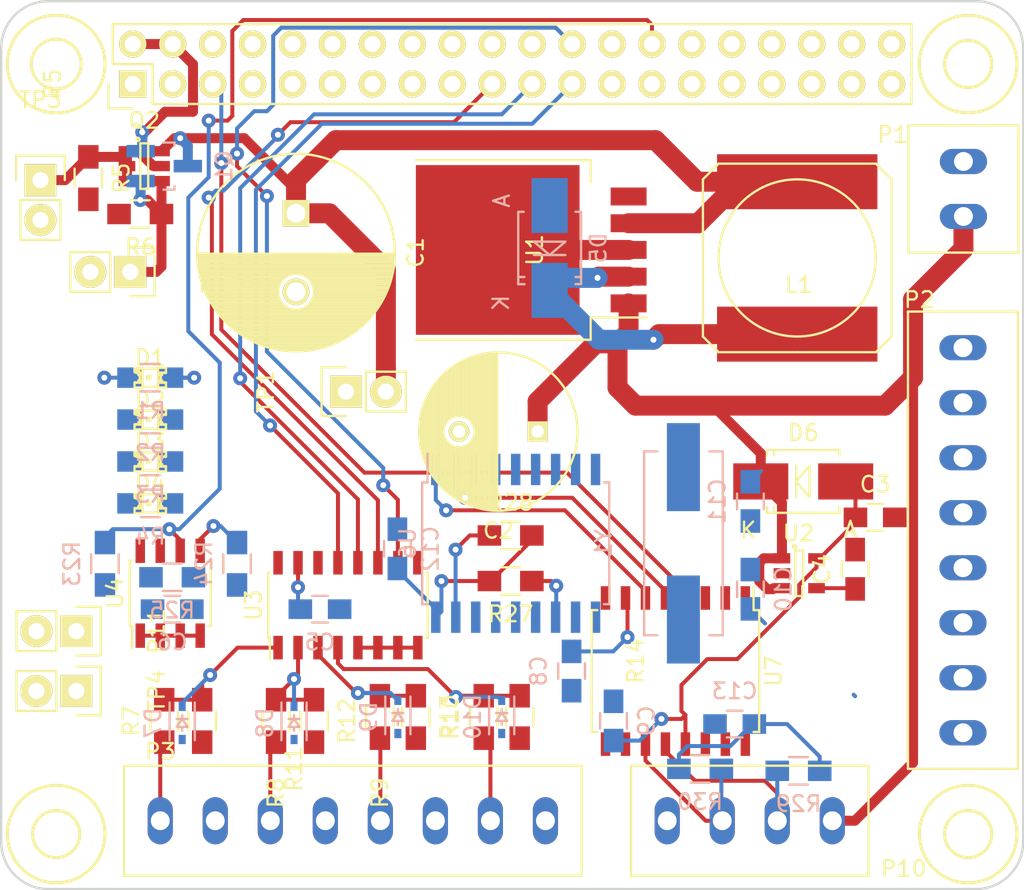
<source format=kicad_pcb>
(kicad_pcb (version 4) (host pcbnew "(2015-06-23 BZR 5813)-product")

  (general
    (links 170)
    (no_connects 118)
    (area 28.924999 20.924999 94.075001 77.575001)
    (thickness 1.6)
    (drawings 16)
    (tracks 319)
    (zones 0)
    (modules 63)
    (nets 50)
  )

  (page A4)
  (title_block
    (title "RaspberryPi Hat Board")
    (rev 1)
    (company disk91.com)
    (comment 1 "(c) Paul Pinault 2015")
    (comment 2 "(c) Disk91")
  )

  (layers
    (0 F.Cu signal)
    (31 B.Cu signal)
    (32 B.Adhes user)
    (33 F.Adhes user)
    (34 B.Paste user)
    (35 F.Paste user)
    (36 B.SilkS user)
    (37 F.SilkS user)
    (38 B.Mask user)
    (39 F.Mask user)
    (40 Dwgs.User user)
    (41 Cmts.User user)
    (42 Eco1.User user)
    (43 Eco2.User user)
    (44 Edge.Cuts user)
  )

  (setup
    (last_trace_width 0.254)
    (user_trace_width 0.635)
    (user_trace_width 1.27)
    (user_trace_width 2.54)
    (trace_clearance 0.0512)
    (zone_clearance 0)
    (zone_45_only no)
    (trace_min 0.254)
    (segment_width 0.2)
    (edge_width 0.15)
    (via_size 0.889)
    (via_drill 0.381)
    (via_min_size 0.889)
    (via_min_drill 0.381)
    (uvia_size 0.508)
    (uvia_drill 0.127)
    (uvias_allowed no)
    (uvia_min_size 0.508)
    (uvia_min_drill 0.127)
    (pcb_text_width 0.3)
    (pcb_text_size 1 1)
    (mod_edge_width 0.15)
    (mod_text_size 1 1)
    (mod_text_width 0.15)
    (pad_size 2 17)
    (pad_drill 2)
    (pad_to_mask_clearance 0)
    (aux_axis_origin 0 0)
    (grid_origin 29 21)
    (visible_elements FFFFFFBF)
    (pcbplotparams
      (layerselection 0x00030_80000001)
      (usegerberextensions true)
      (excludeedgelayer true)
      (linewidth 0.200000)
      (plotframeref false)
      (viasonmask false)
      (mode 1)
      (useauxorigin false)
      (hpglpennumber 1)
      (hpglpenspeed 20)
      (hpglpendiameter 15)
      (hpglpenoverlay 2)
      (psnegative false)
      (psa4output false)
      (plotreference true)
      (plotvalue true)
      (plotinvisibletext false)
      (padsonsilk false)
      (subtractmaskfromsilk false)
      (outputformat 1)
      (mirror false)
      (drillshape 0)
      (scaleselection 1)
      (outputdirectory gerber/))
  )

  (net 0 "")
  (net 1 GND)
  (net 2 /Power/V_REG)
  (net 3 +12V)
  (net 4 "Net-(C4-Pad1)")
  (net 5 +3V3)
  (net 6 +5VA)
  (net 7 "Net-(C10-Pad1)")
  (net 8 "Net-(C11-Pad1)")
  (net 9 "Net-(C13-Pad1)")
  (net 10 "Net-(D1-Pad2)")
  (net 11 "Net-(D2-Pad2)")
  (net 12 "Net-(D3-Pad2)")
  (net 13 "Net-(D4-Pad2)")
  (net 14 "Net-(D5-Pad1)")
  (net 15 "/Battery Monitor/ADC_IN0")
  (net 16 "/Battery Monitor/ADC_IN1")
  (net 17 "/Battery Monitor/ADC_IN2")
  (net 18 "/Battery Monitor/ADC_IN3")
  (net 19 /SW_IN3)
  (net 20 /SW_IN2)
  (net 21 /SW_IN1)
  (net 22 /SW_IN0)
  (net 23 "/Battery Monitor/BAT_MEAS2")
  (net 24 "/Battery Monitor/BAT_MEAS3")
  (net 25 "/Battery Monitor/BAT_MEAS1")
  (net 26 "/Battery Monitor/BAT_MEAS0")
  (net 27 +5V)
  (net 28 "/CAN Controller and Transceiver/CAN_VSENSE")
  (net 29 "/CAN Controller and Transceiver/CAN_~INT")
  (net 30 "/Battery Monitor/ADC_DIN")
  (net 31 "/Battery Monitor/ADC_DOUT")
  (net 32 "/Battery Monitor/ADC_CLK")
  (net 33 "/Battery Monitor/ADC_~CS~/SHDN")
  (net 34 "/CAN Controller and Transceiver/CAN_~CS")
  (net 35 "/I2C ID EEPROM/ID_SD")
  (net 36 "/I2C ID EEPROM/ID_SC")
  (net 37 /LED0)
  (net 38 /LED1)
  (net 39 /LED2)
  (net 40 /LED3)
  (net 41 "/CAN Controller and Transceiver/CAN_L")
  (net 42 "/CAN Controller and Transceiver/CAN_H")
  (net 43 /Power/V_GATE)
  (net 44 /Power/V_BASES)
  (net 45 "Net-(R28-Pad1)")
  (net 46 "Net-(U1-Pad3)")
  (net 47 "/CAN Controller and Transceiver/TX_CAN")
  (net 48 "/CAN Controller and Transceiver/RX_CAN")
  (net 49 "Net-(P11-Pad1)")

  (net_class Default "This is the default net class."
    (clearance 0.0512)
    (trace_width 0.254)
    (via_dia 0.889)
    (via_drill 0.381)
    (uvia_dia 0.508)
    (uvia_drill 0.127)
    (add_net +12V)
    (add_net +3V3)
    (add_net +5V)
    (add_net +5VA)
    (add_net "/Battery Monitor/ADC_CLK")
    (add_net "/Battery Monitor/ADC_DIN")
    (add_net "/Battery Monitor/ADC_DOUT")
    (add_net "/Battery Monitor/ADC_IN0")
    (add_net "/Battery Monitor/ADC_IN1")
    (add_net "/Battery Monitor/ADC_IN2")
    (add_net "/Battery Monitor/ADC_IN3")
    (add_net "/Battery Monitor/ADC_~CS~/SHDN")
    (add_net "/Battery Monitor/BAT_MEAS0")
    (add_net "/Battery Monitor/BAT_MEAS1")
    (add_net "/Battery Monitor/BAT_MEAS2")
    (add_net "/Battery Monitor/BAT_MEAS3")
    (add_net "/CAN Controller and Transceiver/CAN_H")
    (add_net "/CAN Controller and Transceiver/CAN_L")
    (add_net "/CAN Controller and Transceiver/CAN_VSENSE")
    (add_net "/CAN Controller and Transceiver/CAN_~CS")
    (add_net "/CAN Controller and Transceiver/CAN_~INT")
    (add_net "/CAN Controller and Transceiver/RX_CAN")
    (add_net "/CAN Controller and Transceiver/TX_CAN")
    (add_net "/I2C ID EEPROM/ID_SC")
    (add_net "/I2C ID EEPROM/ID_SD")
    (add_net /LED0)
    (add_net /LED1)
    (add_net /LED2)
    (add_net /LED3)
    (add_net /Power/V_BASES)
    (add_net /Power/V_GATE)
    (add_net /Power/V_REG)
    (add_net /SW_IN0)
    (add_net /SW_IN1)
    (add_net /SW_IN2)
    (add_net /SW_IN3)
    (add_net GND)
    (add_net "Net-(C10-Pad1)")
    (add_net "Net-(C11-Pad1)")
    (add_net "Net-(C13-Pad1)")
    (add_net "Net-(C4-Pad1)")
    (add_net "Net-(D1-Pad2)")
    (add_net "Net-(D2-Pad2)")
    (add_net "Net-(D3-Pad2)")
    (add_net "Net-(D4-Pad2)")
    (add_net "Net-(D5-Pad1)")
    (add_net "Net-(P11-Pad1)")
    (add_net "Net-(R28-Pad1)")
    (add_net "Net-(U1-Pad3)")
  )

  (net_class 12v ""
    (clearance 0.512)
    (trace_width 0.512)
    (via_dia 0.889)
    (via_drill 0.381)
    (uvia_dia 0.508)
    (uvia_drill 0.127)
  )

  (net_class Rf ""
    (clearance 0.254)
    (trace_width 1)
    (via_dia 0.889)
    (via_drill 0.381)
    (uvia_dia 0.508)
    (uvia_drill 0.127)
  )

  (net_class alim ""
    (clearance 0.254)
    (trace_width 0.512)
    (via_dia 0.889)
    (via_drill 0.381)
    (uvia_dia 0.508)
    (uvia_drill 0.127)
  )

  (module Resistors_SMD:R_0805_HandSoldering (layer B.Cu) (tedit 54189DEE) (tstamp 5583284A)
    (at 79.709 69.977)
    (descr "Resistor SMD 0805, hand soldering")
    (tags "resistor 0805")
    (path /5581BAA0/5581BE4E)
    (attr smd)
    (fp_text reference R29 (at 0 2.1) (layer B.SilkS)
      (effects (font (size 1 1) (thickness 0.15)) (justify mirror))
    )
    (fp_text value 60 (at 0 -2.1) (layer B.Fab)
      (effects (font (size 1 1) (thickness 0.15)) (justify mirror))
    )
    (fp_line (start -2.4 1) (end 2.4 1) (layer B.CrtYd) (width 0.05))
    (fp_line (start -2.4 -1) (end 2.4 -1) (layer B.CrtYd) (width 0.05))
    (fp_line (start -2.4 1) (end -2.4 -1) (layer B.CrtYd) (width 0.05))
    (fp_line (start 2.4 1) (end 2.4 -1) (layer B.CrtYd) (width 0.05))
    (fp_line (start 0.6 -0.875) (end -0.6 -0.875) (layer B.SilkS) (width 0.15))
    (fp_line (start -0.6 0.875) (end 0.6 0.875) (layer B.SilkS) (width 0.15))
    (pad 1 smd rect (at -1.35 0) (size 1.5 1.3) (layers B.Cu B.Paste B.Mask)
      (net 42 "/CAN Controller and Transceiver/CAN_H"))
    (pad 2 smd rect (at 1.35 0) (size 1.5 1.3) (layers B.Cu B.Paste B.Mask)
      (net 9 "Net-(C13-Pad1)"))
    (model Resistors_SMD.3dshapes/R_0805_HandSoldering.wrl
      (at (xyz 0 0 0))
      (scale (xyz 1 1 1))
      (rotate (xyz 0 0 0))
    )
  )

  (module Resistors_SMD:R_0805_HandSoldering (layer F.Cu) (tedit 54189DEE) (tstamp 55832832)
    (at 61.4 57.9 180)
    (descr "Resistor SMD 0805, hand soldering")
    (tags "resistor 0805")
    (path /5581BAA0/5582621E)
    (attr smd)
    (fp_text reference R27 (at 0 -2.1 180) (layer F.SilkS)
      (effects (font (size 1 1) (thickness 0.15)))
    )
    (fp_text value 4.7K (at 0 2.1 180) (layer F.Fab)
      (effects (font (size 1 1) (thickness 0.15)))
    )
    (fp_line (start -2.4 -1) (end 2.4 -1) (layer F.CrtYd) (width 0.05))
    (fp_line (start -2.4 1) (end 2.4 1) (layer F.CrtYd) (width 0.05))
    (fp_line (start -2.4 -1) (end -2.4 1) (layer F.CrtYd) (width 0.05))
    (fp_line (start 2.4 -1) (end 2.4 1) (layer F.CrtYd) (width 0.05))
    (fp_line (start 0.6 0.875) (end -0.6 0.875) (layer F.SilkS) (width 0.15))
    (fp_line (start -0.6 -0.875) (end 0.6 -0.875) (layer F.SilkS) (width 0.15))
    (pad 1 smd rect (at -1.35 0 180) (size 1.5 1.3) (layers F.Cu F.Paste F.Mask)
      (net 29 "/CAN Controller and Transceiver/CAN_~INT"))
    (pad 2 smd rect (at 1.35 0 180) (size 1.5 1.3) (layers F.Cu F.Paste F.Mask)
      (net 5 +3V3))
    (model Resistors_SMD.3dshapes/R_0805_HandSoldering.wrl
      (at (xyz 0 0 0))
      (scale (xyz 1 1 1))
      (rotate (xyz 0 0 0))
    )
  )

  (module remote-io:SRN1060-XXXM (layer F.Cu) (tedit 5581080A) (tstamp 5583263B)
    (at 79.629 37.338 90)
    (descr SRN1060-XXXM)
    (path /557F39A6/557EE631)
    (attr smd)
    (fp_text reference L1 (at -1.69926 0.09906 180) (layer F.SilkS)
      (effects (font (size 1 1) (thickness 0.15)))
    )
    (fp_text value INDUCTOR (at 0 7.62 270) (layer F.Fab)
      (effects (font (size 1 1) (thickness 0.15)))
    )
    (fp_circle (center 0 0) (end 0 -5.00126) (layer F.SilkS) (width 0.15))
    (fp_line (start -5.99948 0) (end -5.99948 -5.00126) (layer F.SilkS) (width 0.15))
    (fp_line (start -5.99948 -5.00126) (end -5.00126 -5.99948) (layer F.SilkS) (width 0.15))
    (fp_line (start -5.00126 -5.99948) (end 5.00126 -5.99948) (layer F.SilkS) (width 0.15))
    (fp_line (start 5.00126 -5.99948) (end 5.99948 -5.00126) (layer F.SilkS) (width 0.15))
    (fp_line (start 5.99948 -5.00126) (end 5.99948 5.00126) (layer F.SilkS) (width 0.15))
    (fp_line (start 5.99948 5.00126) (end 5.00126 5.99948) (layer F.SilkS) (width 0.15))
    (fp_line (start 5.00126 5.99948) (end -5.00126 5.99948) (layer F.SilkS) (width 0.15))
    (fp_line (start -5.00126 5.99948) (end -5.99948 5.00126) (layer F.SilkS) (width 0.15))
    (fp_line (start -5.99948 5.00126) (end -5.99948 0) (layer F.SilkS) (width 0.15))
    (fp_text user "" (at 0 0 90) (layer F.SilkS)
      (effects (font (size 1 1) (thickness 0.15)))
    )
    (fp_text user "" (at 0 0 90) (layer F.SilkS)
      (effects (font (size 1 1) (thickness 0.15)))
    )
    (pad 1 smd rect (at -4.85 0 90) (size 3.5 10.2) (layers F.Cu F.Paste F.Mask)
      (net 14 "Net-(D5-Pad1)"))
    (pad 2 smd rect (at 4.85 0 90) (size 3.5 10.2) (layers F.Cu F.Paste F.Mask)
      (net 2 /Power/V_REG))
    (model Inductors.3dshapes/SELF-WE-PD-XXL.wrl
      (at (xyz 0 0 0))
      (scale (xyz 1 1 1))
      (rotate (xyz 0 0 0))
    )
  )

  (module Resistors_SMD:R_0805_HandSoldering (layer B.Cu) (tedit 54189DEE) (tstamp 55832856)
    (at 73.453 69.85)
    (descr "Resistor SMD 0805, hand soldering")
    (tags "resistor 0805")
    (path /5581BAA0/55820F6F)
    (attr smd)
    (fp_text reference R30 (at 0 2.1) (layer B.SilkS)
      (effects (font (size 1 1) (thickness 0.15)) (justify mirror))
    )
    (fp_text value 60 (at 0 -2.1) (layer B.Fab)
      (effects (font (size 1 1) (thickness 0.15)) (justify mirror))
    )
    (fp_line (start -2.4 1) (end 2.4 1) (layer B.CrtYd) (width 0.05))
    (fp_line (start -2.4 -1) (end 2.4 -1) (layer B.CrtYd) (width 0.05))
    (fp_line (start -2.4 1) (end -2.4 -1) (layer B.CrtYd) (width 0.05))
    (fp_line (start 2.4 1) (end 2.4 -1) (layer B.CrtYd) (width 0.05))
    (fp_line (start 0.6 -0.875) (end -0.6 -0.875) (layer B.SilkS) (width 0.15))
    (fp_line (start -0.6 0.875) (end 0.6 0.875) (layer B.SilkS) (width 0.15))
    (pad 1 smd rect (at -1.35 0) (size 1.5 1.3) (layers B.Cu B.Paste B.Mask)
      (net 9 "Net-(C13-Pad1)"))
    (pad 2 smd rect (at 1.35 0) (size 1.5 1.3) (layers B.Cu B.Paste B.Mask)
      (net 41 "/CAN Controller and Transceiver/CAN_L"))
    (model Resistors_SMD.3dshapes/R_0805_HandSoldering.wrl
      (at (xyz 0 0 0))
      (scale (xyz 1 1 1))
      (rotate (xyz 0 0 0))
    )
  )

  (module Housings_SOIC:SOIC-18_7.5x11.6mm_Pitch1.27mm (layer B.Cu) (tedit 54130A77) (tstamp 55832929)
    (at 61.722 55.499 270)
    (descr "18-Lead Plastic Small Outline (SO) - Wide, 7.50 mm Body [SOIC] (see Microchip Packaging Specification 00000049BS.pdf)")
    (tags "SOIC 1.27")
    (path /5581BAA0/5581E81A)
    (attr smd)
    (fp_text reference U6 (at 0 6.875 270) (layer B.SilkS)
      (effects (font (size 1 1) (thickness 0.15)) (justify mirror))
    )
    (fp_text value MCP2515 (at 0 -6.875 270) (layer B.Fab)
      (effects (font (size 1 1) (thickness 0.15)) (justify mirror))
    )
    (fp_line (start -5.95 6.15) (end -5.95 -6.15) (layer B.CrtYd) (width 0.05))
    (fp_line (start 5.95 6.15) (end 5.95 -6.15) (layer B.CrtYd) (width 0.05))
    (fp_line (start -5.95 6.15) (end 5.95 6.15) (layer B.CrtYd) (width 0.05))
    (fp_line (start -5.95 -6.15) (end 5.95 -6.15) (layer B.CrtYd) (width 0.05))
    (fp_line (start -3.875 5.95) (end -3.875 5.605) (layer B.SilkS) (width 0.15))
    (fp_line (start 3.875 5.95) (end 3.875 5.605) (layer B.SilkS) (width 0.15))
    (fp_line (start 3.875 -5.95) (end 3.875 -5.605) (layer B.SilkS) (width 0.15))
    (fp_line (start -3.875 -5.95) (end -3.875 -5.605) (layer B.SilkS) (width 0.15))
    (fp_line (start -3.875 5.95) (end 3.875 5.95) (layer B.SilkS) (width 0.15))
    (fp_line (start -3.875 -5.95) (end 3.875 -5.95) (layer B.SilkS) (width 0.15))
    (fp_line (start -3.875 5.605) (end -5.7 5.605) (layer B.SilkS) (width 0.15))
    (pad 1 smd rect (at -4.7 5.08 270) (size 2 0.6) (layers B.Cu B.Paste B.Mask)
      (net 47 "/CAN Controller and Transceiver/TX_CAN"))
    (pad 2 smd rect (at -4.7 3.81 270) (size 2 0.6) (layers B.Cu B.Paste B.Mask)
      (net 48 "/CAN Controller and Transceiver/RX_CAN"))
    (pad 3 smd rect (at -4.7 2.54 270) (size 2 0.6) (layers B.Cu B.Paste B.Mask))
    (pad 4 smd rect (at -4.7 1.27 270) (size 2 0.6) (layers B.Cu B.Paste B.Mask))
    (pad 5 smd rect (at -4.7 0 270) (size 2 0.6) (layers B.Cu B.Paste B.Mask))
    (pad 6 smd rect (at -4.7 -1.27 270) (size 2 0.6) (layers B.Cu B.Paste B.Mask))
    (pad 7 smd rect (at -4.7 -2.54 270) (size 2 0.6) (layers B.Cu B.Paste B.Mask)
      (net 8 "Net-(C11-Pad1)"))
    (pad 8 smd rect (at -4.7 -3.81 270) (size 2 0.6) (layers B.Cu B.Paste B.Mask)
      (net 7 "Net-(C10-Pad1)"))
    (pad 9 smd rect (at -4.7 -5.08 270) (size 2 0.6) (layers B.Cu B.Paste B.Mask)
      (net 1 GND))
    (pad 10 smd rect (at 4.7 -5.08 270) (size 2 0.6) (layers B.Cu B.Paste B.Mask))
    (pad 11 smd rect (at 4.7 -3.81 270) (size 2 0.6) (layers B.Cu B.Paste B.Mask))
    (pad 12 smd rect (at 4.7 -2.54 270) (size 2 0.6) (layers B.Cu B.Paste B.Mask)
      (net 29 "/CAN Controller and Transceiver/CAN_~INT"))
    (pad 13 smd rect (at 4.7 -1.27 270) (size 2 0.6) (layers B.Cu B.Paste B.Mask)
      (net 32 "/Battery Monitor/ADC_CLK"))
    (pad 14 smd rect (at 4.7 0 270) (size 2 0.6) (layers B.Cu B.Paste B.Mask)
      (net 30 "/Battery Monitor/ADC_DIN"))
    (pad 15 smd rect (at 4.7 1.27 270) (size 2 0.6) (layers B.Cu B.Paste B.Mask)
      (net 31 "/Battery Monitor/ADC_DOUT"))
    (pad 16 smd rect (at 4.7 2.54 270) (size 2 0.6) (layers B.Cu B.Paste B.Mask)
      (net 34 "/CAN Controller and Transceiver/CAN_~CS"))
    (pad 17 smd rect (at 4.7 3.81 270) (size 2 0.6) (layers B.Cu B.Paste B.Mask)
      (net 45 "Net-(R28-Pad1)"))
    (pad 18 smd rect (at 4.7 5.08 270) (size 2 0.6) (layers B.Cu B.Paste B.Mask)
      (net 5 +3V3))
    (model Housings_SOIC.3dshapes/SOIC-18_7.5x11.6mm_Pitch1.27mm.wrl
      (at (xyz 0 0 0))
      (scale (xyz 1 1 1))
      (rotate (xyz 0 0 0))
    )
  )

  (module Capacitors_SMD:C_0805_HandSoldering (layer B.Cu) (tedit 541A9B8D) (tstamp 5583244B)
    (at 76.649552 58.42 90)
    (descr "Capacitor SMD 0805, hand soldering")
    (tags "capacitor 0805")
    (path /5581BAA0/55822BB9)
    (attr smd)
    (fp_text reference C10 (at 0 2.1 90) (layer B.SilkS)
      (effects (font (size 1 1) (thickness 0.15)) (justify mirror))
    )
    (fp_text value 18pF (at 0 -2.1 90) (layer B.Fab)
      (effects (font (size 1 1) (thickness 0.15)) (justify mirror))
    )
    (fp_line (start -2.3 1) (end 2.3 1) (layer B.CrtYd) (width 0.05))
    (fp_line (start -2.3 -1) (end 2.3 -1) (layer B.CrtYd) (width 0.05))
    (fp_line (start -2.3 1) (end -2.3 -1) (layer B.CrtYd) (width 0.05))
    (fp_line (start 2.3 1) (end 2.3 -1) (layer B.CrtYd) (width 0.05))
    (fp_line (start 0.5 0.85) (end -0.5 0.85) (layer B.SilkS) (width 0.15))
    (fp_line (start -0.5 -0.85) (end 0.5 -0.85) (layer B.SilkS) (width 0.15))
    (pad 1 smd rect (at -1.25 0 90) (size 1.5 1.25) (layers B.Cu B.Paste B.Mask)
      (net 7 "Net-(C10-Pad1)"))
    (pad 2 smd rect (at 1.25 0 90) (size 1.5 1.25) (layers B.Cu B.Paste B.Mask)
      (net 1 GND))
    (model Capacitors_SMD.3dshapes/C_0805_HandSoldering.wrl
      (at (xyz 0 0 0))
      (scale (xyz 1 1 1))
      (rotate (xyz 0 0 0))
    )
  )

  (module Capacitors_ThroughHole:C_Radial_D12.5_L25_P5 (layer F.Cu) (tedit 0) (tstamp 558323B0)
    (at 47.752 34.497 270)
    (descr "Radial Electrolytic Capacitor Diameter 12.5mm x Length 25mm, Pitch 5mm")
    (tags "Electrolytic Capacitor")
    (path /557F39A6/557EE602)
    (fp_text reference C1 (at 2.5 -7.6 270) (layer F.SilkS)
      (effects (font (size 1 1) (thickness 0.15)))
    )
    (fp_text value 680uF (at 2.5 7.6 270) (layer F.Fab)
      (effects (font (size 1 1) (thickness 0.15)))
    )
    (fp_line (start 2.575 -6.25) (end 2.575 6.25) (layer F.SilkS) (width 0.15))
    (fp_line (start 2.715 -6.246) (end 2.715 6.246) (layer F.SilkS) (width 0.15))
    (fp_line (start 2.855 -6.24) (end 2.855 6.24) (layer F.SilkS) (width 0.15))
    (fp_line (start 2.995 -6.23) (end 2.995 6.23) (layer F.SilkS) (width 0.15))
    (fp_line (start 3.135 -6.218) (end 3.135 6.218) (layer F.SilkS) (width 0.15))
    (fp_line (start 3.275 -6.202) (end 3.275 6.202) (layer F.SilkS) (width 0.15))
    (fp_line (start 3.415 -6.183) (end 3.415 6.183) (layer F.SilkS) (width 0.15))
    (fp_line (start 3.555 -6.16) (end 3.555 6.16) (layer F.SilkS) (width 0.15))
    (fp_line (start 3.695 -6.135) (end 3.695 6.135) (layer F.SilkS) (width 0.15))
    (fp_line (start 3.835 -6.106) (end 3.835 6.106) (layer F.SilkS) (width 0.15))
    (fp_line (start 3.975 -6.073) (end 3.975 -0.521) (layer F.SilkS) (width 0.15))
    (fp_line (start 3.975 0.521) (end 3.975 6.073) (layer F.SilkS) (width 0.15))
    (fp_line (start 4.115 -6.038) (end 4.115 -0.734) (layer F.SilkS) (width 0.15))
    (fp_line (start 4.115 0.734) (end 4.115 6.038) (layer F.SilkS) (width 0.15))
    (fp_line (start 4.255 -5.999) (end 4.255 -0.876) (layer F.SilkS) (width 0.15))
    (fp_line (start 4.255 0.876) (end 4.255 5.999) (layer F.SilkS) (width 0.15))
    (fp_line (start 4.395 -5.956) (end 4.395 -0.978) (layer F.SilkS) (width 0.15))
    (fp_line (start 4.395 0.978) (end 4.395 5.956) (layer F.SilkS) (width 0.15))
    (fp_line (start 4.535 -5.909) (end 4.535 -1.052) (layer F.SilkS) (width 0.15))
    (fp_line (start 4.535 1.052) (end 4.535 5.909) (layer F.SilkS) (width 0.15))
    (fp_line (start 4.675 -5.859) (end 4.675 -1.103) (layer F.SilkS) (width 0.15))
    (fp_line (start 4.675 1.103) (end 4.675 5.859) (layer F.SilkS) (width 0.15))
    (fp_line (start 4.815 -5.805) (end 4.815 -1.135) (layer F.SilkS) (width 0.15))
    (fp_line (start 4.815 1.135) (end 4.815 5.805) (layer F.SilkS) (width 0.15))
    (fp_line (start 4.955 -5.748) (end 4.955 -1.149) (layer F.SilkS) (width 0.15))
    (fp_line (start 4.955 1.149) (end 4.955 5.748) (layer F.SilkS) (width 0.15))
    (fp_line (start 5.095 -5.686) (end 5.095 -1.146) (layer F.SilkS) (width 0.15))
    (fp_line (start 5.095 1.146) (end 5.095 5.686) (layer F.SilkS) (width 0.15))
    (fp_line (start 5.235 -5.62) (end 5.235 -1.126) (layer F.SilkS) (width 0.15))
    (fp_line (start 5.235 1.126) (end 5.235 5.62) (layer F.SilkS) (width 0.15))
    (fp_line (start 5.375 -5.549) (end 5.375 -1.087) (layer F.SilkS) (width 0.15))
    (fp_line (start 5.375 1.087) (end 5.375 5.549) (layer F.SilkS) (width 0.15))
    (fp_line (start 5.515 -5.475) (end 5.515 -1.028) (layer F.SilkS) (width 0.15))
    (fp_line (start 5.515 1.028) (end 5.515 5.475) (layer F.SilkS) (width 0.15))
    (fp_line (start 5.655 -5.395) (end 5.655 -0.945) (layer F.SilkS) (width 0.15))
    (fp_line (start 5.655 0.945) (end 5.655 5.395) (layer F.SilkS) (width 0.15))
    (fp_line (start 5.795 -5.311) (end 5.795 -0.831) (layer F.SilkS) (width 0.15))
    (fp_line (start 5.795 0.831) (end 5.795 5.311) (layer F.SilkS) (width 0.15))
    (fp_line (start 5.935 -5.221) (end 5.935 -0.67) (layer F.SilkS) (width 0.15))
    (fp_line (start 5.935 0.67) (end 5.935 5.221) (layer F.SilkS) (width 0.15))
    (fp_line (start 6.075 -5.127) (end 6.075 -0.409) (layer F.SilkS) (width 0.15))
    (fp_line (start 6.075 0.409) (end 6.075 5.127) (layer F.SilkS) (width 0.15))
    (fp_line (start 6.215 -5.026) (end 6.215 5.026) (layer F.SilkS) (width 0.15))
    (fp_line (start 6.355 -4.919) (end 6.355 4.919) (layer F.SilkS) (width 0.15))
    (fp_line (start 6.495 -4.807) (end 6.495 4.807) (layer F.SilkS) (width 0.15))
    (fp_line (start 6.635 -4.687) (end 6.635 4.687) (layer F.SilkS) (width 0.15))
    (fp_line (start 6.775 -4.559) (end 6.775 4.559) (layer F.SilkS) (width 0.15))
    (fp_line (start 6.915 -4.424) (end 6.915 4.424) (layer F.SilkS) (width 0.15))
    (fp_line (start 7.055 -4.28) (end 7.055 4.28) (layer F.SilkS) (width 0.15))
    (fp_line (start 7.195 -4.125) (end 7.195 4.125) (layer F.SilkS) (width 0.15))
    (fp_line (start 7.335 -3.96) (end 7.335 3.96) (layer F.SilkS) (width 0.15))
    (fp_line (start 7.475 -3.783) (end 7.475 3.783) (layer F.SilkS) (width 0.15))
    (fp_line (start 7.615 -3.592) (end 7.615 3.592) (layer F.SilkS) (width 0.15))
    (fp_line (start 7.755 -3.383) (end 7.755 3.383) (layer F.SilkS) (width 0.15))
    (fp_line (start 7.895 -3.155) (end 7.895 3.155) (layer F.SilkS) (width 0.15))
    (fp_line (start 8.035 -2.903) (end 8.035 2.903) (layer F.SilkS) (width 0.15))
    (fp_line (start 8.175 -2.619) (end 8.175 2.619) (layer F.SilkS) (width 0.15))
    (fp_line (start 8.315 -2.291) (end 8.315 2.291) (layer F.SilkS) (width 0.15))
    (fp_line (start 8.455 -1.897) (end 8.455 1.897) (layer F.SilkS) (width 0.15))
    (fp_line (start 8.595 -1.383) (end 8.595 1.383) (layer F.SilkS) (width 0.15))
    (fp_line (start 8.735 -0.433) (end 8.735 0.433) (layer F.SilkS) (width 0.15))
    (fp_circle (center 5 0) (end 5 -1.15) (layer F.SilkS) (width 0.15))
    (fp_circle (center 2.5 0) (end 2.5 -6.2875) (layer F.SilkS) (width 0.15))
    (fp_circle (center 2.5 0) (end 2.5 -6.6) (layer F.CrtYd) (width 0.05))
    (pad 2 thru_hole circle (at 5 0 270) (size 1.7 1.7) (drill 1.2) (layers *.Cu *.Mask F.SilkS)
      (net 1 GND))
    (pad 1 thru_hole rect (at 0 0 270) (size 1.7 1.7) (drill 1.2) (layers *.Cu *.Mask F.SilkS)
      (net 2 /Power/V_REG))
    (model Capacitors_ThroughHole.3dshapes/C_Radial_D12.5_L25_P5.wrl
      (at (xyz 0 0 0))
      (scale (xyz 1 1 1))
      (rotate (xyz 0 0 0))
    )
  )

  (module Capacitors_ThroughHole:C_Radial_D10_L25_P5 (layer F.Cu) (tedit 0) (tstamp 558323EB)
    (at 63.119 48.387 180)
    (descr "Radial Electrolytic Capacitor Diameter 10mm x Length 25mm, Pitch 5mm")
    (tags "Electrolytic Capacitor")
    (path /557F39A6/557EE5B5)
    (fp_text reference C2 (at 2.5 -6.3 180) (layer F.SilkS)
      (effects (font (size 1 1) (thickness 0.15)))
    )
    (fp_text value 330uF (at 2.5 6.3 180) (layer F.Fab)
      (effects (font (size 1 1) (thickness 0.15)))
    )
    (fp_line (start 2.575 -4.999) (end 2.575 4.999) (layer F.SilkS) (width 0.15))
    (fp_line (start 2.715 -4.995) (end 2.715 4.995) (layer F.SilkS) (width 0.15))
    (fp_line (start 2.855 -4.987) (end 2.855 4.987) (layer F.SilkS) (width 0.15))
    (fp_line (start 2.995 -4.975) (end 2.995 4.975) (layer F.SilkS) (width 0.15))
    (fp_line (start 3.135 -4.96) (end 3.135 4.96) (layer F.SilkS) (width 0.15))
    (fp_line (start 3.275 -4.94) (end 3.275 4.94) (layer F.SilkS) (width 0.15))
    (fp_line (start 3.415 -4.916) (end 3.415 4.916) (layer F.SilkS) (width 0.15))
    (fp_line (start 3.555 -4.887) (end 3.555 4.887) (layer F.SilkS) (width 0.15))
    (fp_line (start 3.695 -4.855) (end 3.695 4.855) (layer F.SilkS) (width 0.15))
    (fp_line (start 3.835 -4.818) (end 3.835 4.818) (layer F.SilkS) (width 0.15))
    (fp_line (start 3.975 -4.777) (end 3.975 4.777) (layer F.SilkS) (width 0.15))
    (fp_line (start 4.115 -4.732) (end 4.115 -0.466) (layer F.SilkS) (width 0.15))
    (fp_line (start 4.115 0.466) (end 4.115 4.732) (layer F.SilkS) (width 0.15))
    (fp_line (start 4.255 -4.682) (end 4.255 -0.667) (layer F.SilkS) (width 0.15))
    (fp_line (start 4.255 0.667) (end 4.255 4.682) (layer F.SilkS) (width 0.15))
    (fp_line (start 4.395 -4.627) (end 4.395 -0.796) (layer F.SilkS) (width 0.15))
    (fp_line (start 4.395 0.796) (end 4.395 4.627) (layer F.SilkS) (width 0.15))
    (fp_line (start 4.535 -4.567) (end 4.535 -0.885) (layer F.SilkS) (width 0.15))
    (fp_line (start 4.535 0.885) (end 4.535 4.567) (layer F.SilkS) (width 0.15))
    (fp_line (start 4.675 -4.502) (end 4.675 -0.946) (layer F.SilkS) (width 0.15))
    (fp_line (start 4.675 0.946) (end 4.675 4.502) (layer F.SilkS) (width 0.15))
    (fp_line (start 4.815 -4.432) (end 4.815 -0.983) (layer F.SilkS) (width 0.15))
    (fp_line (start 4.815 0.983) (end 4.815 4.432) (layer F.SilkS) (width 0.15))
    (fp_line (start 4.955 -4.356) (end 4.955 -0.999) (layer F.SilkS) (width 0.15))
    (fp_line (start 4.955 0.999) (end 4.955 4.356) (layer F.SilkS) (width 0.15))
    (fp_line (start 5.095 -4.274) (end 5.095 -0.995) (layer F.SilkS) (width 0.15))
    (fp_line (start 5.095 0.995) (end 5.095 4.274) (layer F.SilkS) (width 0.15))
    (fp_line (start 5.235 -4.186) (end 5.235 -0.972) (layer F.SilkS) (width 0.15))
    (fp_line (start 5.235 0.972) (end 5.235 4.186) (layer F.SilkS) (width 0.15))
    (fp_line (start 5.375 -4.091) (end 5.375 -0.927) (layer F.SilkS) (width 0.15))
    (fp_line (start 5.375 0.927) (end 5.375 4.091) (layer F.SilkS) (width 0.15))
    (fp_line (start 5.515 -3.989) (end 5.515 -0.857) (layer F.SilkS) (width 0.15))
    (fp_line (start 5.515 0.857) (end 5.515 3.989) (layer F.SilkS) (width 0.15))
    (fp_line (start 5.655 -3.879) (end 5.655 -0.756) (layer F.SilkS) (width 0.15))
    (fp_line (start 5.655 0.756) (end 5.655 3.879) (layer F.SilkS) (width 0.15))
    (fp_line (start 5.795 -3.761) (end 5.795 -0.607) (layer F.SilkS) (width 0.15))
    (fp_line (start 5.795 0.607) (end 5.795 3.761) (layer F.SilkS) (width 0.15))
    (fp_line (start 5.935 -3.633) (end 5.935 -0.355) (layer F.SilkS) (width 0.15))
    (fp_line (start 5.935 0.355) (end 5.935 3.633) (layer F.SilkS) (width 0.15))
    (fp_line (start 6.075 -3.496) (end 6.075 3.496) (layer F.SilkS) (width 0.15))
    (fp_line (start 6.215 -3.346) (end 6.215 3.346) (layer F.SilkS) (width 0.15))
    (fp_line (start 6.355 -3.184) (end 6.355 3.184) (layer F.SilkS) (width 0.15))
    (fp_line (start 6.495 -3.007) (end 6.495 3.007) (layer F.SilkS) (width 0.15))
    (fp_line (start 6.635 -2.811) (end 6.635 2.811) (layer F.SilkS) (width 0.15))
    (fp_line (start 6.775 -2.593) (end 6.775 2.593) (layer F.SilkS) (width 0.15))
    (fp_line (start 6.915 -2.347) (end 6.915 2.347) (layer F.SilkS) (width 0.15))
    (fp_line (start 7.055 -2.062) (end 7.055 2.062) (layer F.SilkS) (width 0.15))
    (fp_line (start 7.195 -1.72) (end 7.195 1.72) (layer F.SilkS) (width 0.15))
    (fp_line (start 7.335 -1.274) (end 7.335 1.274) (layer F.SilkS) (width 0.15))
    (fp_line (start 7.475 -0.499) (end 7.475 0.499) (layer F.SilkS) (width 0.15))
    (fp_circle (center 5 0) (end 5 -1) (layer F.SilkS) (width 0.15))
    (fp_circle (center 2.5 0) (end 2.5 -5.0375) (layer F.SilkS) (width 0.15))
    (fp_circle (center 2.5 0) (end 2.5 -5.3) (layer F.CrtYd) (width 0.05))
    (pad 1 thru_hole rect (at 0 0 180) (size 1.3 1.3) (drill 0.8) (layers *.Cu *.Mask F.SilkS)
      (net 3 +12V))
    (pad 2 thru_hole circle (at 5 0 180) (size 1.3 1.3) (drill 0.8) (layers *.Cu *.Mask F.SilkS)
      (net 1 GND))
    (model Capacitors_ThroughHole.3dshapes/C_Radial_D10_L25_P5.wrl
      (at (xyz 0.0984252 0 0))
      (scale (xyz 1 1 1))
      (rotate (xyz 0 0 90))
    )
  )

  (module Capacitors_SMD:C_0805_HandSoldering (layer F.Cu) (tedit 541A9B8D) (tstamp 558323F7)
    (at 84.582 53.848)
    (descr "Capacitor SMD 0805, hand soldering")
    (tags "capacitor 0805")
    (path /557F39A6/5584C20B)
    (attr smd)
    (fp_text reference C3 (at 0 -2.1) (layer F.SilkS)
      (effects (font (size 1 1) (thickness 0.15)))
    )
    (fp_text value 10uF (at 0 2.1) (layer F.Fab)
      (effects (font (size 1 1) (thickness 0.15)))
    )
    (fp_line (start -2.3 -1) (end 2.3 -1) (layer F.CrtYd) (width 0.05))
    (fp_line (start -2.3 1) (end 2.3 1) (layer F.CrtYd) (width 0.05))
    (fp_line (start -2.3 -1) (end -2.3 1) (layer F.CrtYd) (width 0.05))
    (fp_line (start 2.3 -1) (end 2.3 1) (layer F.CrtYd) (width 0.05))
    (fp_line (start 0.5 -0.85) (end -0.5 -0.85) (layer F.SilkS) (width 0.15))
    (fp_line (start -0.5 0.85) (end 0.5 0.85) (layer F.SilkS) (width 0.15))
    (pad 1 smd rect (at -1.25 0) (size 1.5 1.25) (layers F.Cu F.Paste F.Mask)
      (net 6 +5VA))
    (pad 2 smd rect (at 1.25 0) (size 1.5 1.25) (layers F.Cu F.Paste F.Mask)
      (net 1 GND))
    (model Capacitors_SMD.3dshapes/C_0805_HandSoldering.wrl
      (at (xyz 0 0 0))
      (scale (xyz 1 1 1))
      (rotate (xyz 0 0 0))
    )
  )

  (module Capacitors_SMD:C_0805_HandSoldering (layer F.Cu) (tedit 541A9B8D) (tstamp 55832403)
    (at 83.312 57.15 90)
    (descr "Capacitor SMD 0805, hand soldering")
    (tags "capacitor 0805")
    (path /557F39A6/5584C1FD)
    (attr smd)
    (fp_text reference C4 (at 0 -2.1 90) (layer F.SilkS)
      (effects (font (size 1 1) (thickness 0.15)))
    )
    (fp_text value 10uF (at 0 2.1 90) (layer F.Fab)
      (effects (font (size 1 1) (thickness 0.15)))
    )
    (fp_line (start -2.3 -1) (end 2.3 -1) (layer F.CrtYd) (width 0.05))
    (fp_line (start -2.3 1) (end 2.3 1) (layer F.CrtYd) (width 0.05))
    (fp_line (start -2.3 -1) (end -2.3 1) (layer F.CrtYd) (width 0.05))
    (fp_line (start 2.3 -1) (end 2.3 1) (layer F.CrtYd) (width 0.05))
    (fp_line (start 0.5 -0.85) (end -0.5 -0.85) (layer F.SilkS) (width 0.15))
    (fp_line (start -0.5 0.85) (end 0.5 0.85) (layer F.SilkS) (width 0.15))
    (pad 1 smd rect (at -1.25 0 90) (size 1.5 1.25) (layers F.Cu F.Paste F.Mask)
      (net 4 "Net-(C4-Pad1)"))
    (pad 2 smd rect (at 1.25 0 90) (size 1.5 1.25) (layers F.Cu F.Paste F.Mask)
      (net 1 GND))
    (model Capacitors_SMD.3dshapes/C_0805_HandSoldering.wrl
      (at (xyz 0 0 0))
      (scale (xyz 1 1 1))
      (rotate (xyz 0 0 0))
    )
  )

  (module Capacitors_SMD:C_0805_HandSoldering (layer B.Cu) (tedit 541A9B8D) (tstamp 5583240F)
    (at 49.276 59.69)
    (descr "Capacitor SMD 0805, hand soldering")
    (tags "capacitor 0805")
    (path /557F5067/558042F2)
    (attr smd)
    (fp_text reference C5 (at 0 2.1) (layer B.SilkS)
      (effects (font (size 1 1) (thickness 0.15)) (justify mirror))
    )
    (fp_text value 0.1uF (at 0 -2.1) (layer B.Fab)
      (effects (font (size 1 1) (thickness 0.15)) (justify mirror))
    )
    (fp_line (start -2.3 1) (end 2.3 1) (layer B.CrtYd) (width 0.05))
    (fp_line (start -2.3 -1) (end 2.3 -1) (layer B.CrtYd) (width 0.05))
    (fp_line (start -2.3 1) (end -2.3 -1) (layer B.CrtYd) (width 0.05))
    (fp_line (start 2.3 1) (end 2.3 -1) (layer B.CrtYd) (width 0.05))
    (fp_line (start 0.5 0.85) (end -0.5 0.85) (layer B.SilkS) (width 0.15))
    (fp_line (start -0.5 -0.85) (end 0.5 -0.85) (layer B.SilkS) (width 0.15))
    (pad 1 smd rect (at -1.25 0) (size 1.5 1.25) (layers B.Cu B.Paste B.Mask)
      (net 5 +3V3))
    (pad 2 smd rect (at 1.25 0) (size 1.5 1.25) (layers B.Cu B.Paste B.Mask)
      (net 1 GND))
    (model Capacitors_SMD.3dshapes/C_0805_HandSoldering.wrl
      (at (xyz 0 0 0))
      (scale (xyz 1 1 1))
      (rotate (xyz 0 0 0))
    )
  )

  (module Capacitors_SMD:C_0805_HandSoldering (layer B.Cu) (tedit 541A9B8D) (tstamp 5583241B)
    (at 39.878 59.69)
    (descr "Capacitor SMD 0805, hand soldering")
    (tags "capacitor 0805")
    (path /55817EDD/5581842A)
    (attr smd)
    (fp_text reference C6 (at 0 2.1) (layer B.SilkS)
      (effects (font (size 1 1) (thickness 0.15)) (justify mirror))
    )
    (fp_text value 0.1uF (at 0 -2.1) (layer B.Fab)
      (effects (font (size 1 1) (thickness 0.15)) (justify mirror))
    )
    (fp_line (start -2.3 1) (end 2.3 1) (layer B.CrtYd) (width 0.05))
    (fp_line (start -2.3 -1) (end 2.3 -1) (layer B.CrtYd) (width 0.05))
    (fp_line (start -2.3 1) (end -2.3 -1) (layer B.CrtYd) (width 0.05))
    (fp_line (start 2.3 1) (end 2.3 -1) (layer B.CrtYd) (width 0.05))
    (fp_line (start 0.5 0.85) (end -0.5 0.85) (layer B.SilkS) (width 0.15))
    (fp_line (start -0.5 -0.85) (end 0.5 -0.85) (layer B.SilkS) (width 0.15))
    (pad 1 smd rect (at -1.25 0) (size 1.5 1.25) (layers B.Cu B.Paste B.Mask)
      (net 5 +3V3))
    (pad 2 smd rect (at 1.25 0) (size 1.5 1.25) (layers B.Cu B.Paste B.Mask)
      (net 1 GND))
    (model Capacitors_SMD.3dshapes/C_0805_HandSoldering.wrl
      (at (xyz 0 0 0))
      (scale (xyz 1 1 1))
      (rotate (xyz 0 0 0))
    )
  )

  (module Capacitors_SMD:C_0805_HandSoldering (layer B.Cu) (tedit 541A9B8D) (tstamp 55832433)
    (at 65.278 63.627 270)
    (descr "Capacitor SMD 0805, hand soldering")
    (tags "capacitor 0805")
    (path /5581BAA0/5581F467)
    (attr smd)
    (fp_text reference C8 (at 0 2.1 270) (layer B.SilkS)
      (effects (font (size 1 1) (thickness 0.15)) (justify mirror))
    )
    (fp_text value 0.1uF (at 0 -2.1 270) (layer B.Fab)
      (effects (font (size 1 1) (thickness 0.15)) (justify mirror))
    )
    (fp_line (start -2.3 1) (end 2.3 1) (layer B.CrtYd) (width 0.05))
    (fp_line (start -2.3 -1) (end 2.3 -1) (layer B.CrtYd) (width 0.05))
    (fp_line (start -2.3 1) (end -2.3 -1) (layer B.CrtYd) (width 0.05))
    (fp_line (start 2.3 1) (end 2.3 -1) (layer B.CrtYd) (width 0.05))
    (fp_line (start 0.5 0.85) (end -0.5 0.85) (layer B.SilkS) (width 0.15))
    (fp_line (start -0.5 -0.85) (end 0.5 -0.85) (layer B.SilkS) (width 0.15))
    (pad 1 smd rect (at -1.25 0 270) (size 1.5 1.25) (layers B.Cu B.Paste B.Mask)
      (net 5 +3V3))
    (pad 2 smd rect (at 1.25 0 270) (size 1.5 1.25) (layers B.Cu B.Paste B.Mask)
      (net 1 GND))
    (model Capacitors_SMD.3dshapes/C_0805_HandSoldering.wrl
      (at (xyz 0 0 0))
      (scale (xyz 1 1 1))
      (rotate (xyz 0 0 0))
    )
  )

  (module Capacitors_SMD:C_0805_HandSoldering (layer B.Cu) (tedit 541A9B8D) (tstamp 5583243F)
    (at 67.945 66.802 90)
    (descr "Capacitor SMD 0805, hand soldering")
    (tags "capacitor 0805")
    (path /5581BAA0/5581F1E9)
    (attr smd)
    (fp_text reference C9 (at 0 2.1 90) (layer B.SilkS)
      (effects (font (size 1 1) (thickness 0.15)) (justify mirror))
    )
    (fp_text value 0.1uF (at 0 -2.1 90) (layer B.Fab)
      (effects (font (size 1 1) (thickness 0.15)) (justify mirror))
    )
    (fp_line (start -2.3 1) (end 2.3 1) (layer B.CrtYd) (width 0.05))
    (fp_line (start -2.3 -1) (end 2.3 -1) (layer B.CrtYd) (width 0.05))
    (fp_line (start -2.3 1) (end -2.3 -1) (layer B.CrtYd) (width 0.05))
    (fp_line (start 2.3 1) (end 2.3 -1) (layer B.CrtYd) (width 0.05))
    (fp_line (start 0.5 0.85) (end -0.5 0.85) (layer B.SilkS) (width 0.15))
    (fp_line (start -0.5 -0.85) (end 0.5 -0.85) (layer B.SilkS) (width 0.15))
    (pad 1 smd rect (at -1.25 0 90) (size 1.5 1.25) (layers B.Cu B.Paste B.Mask)
      (net 6 +5VA))
    (pad 2 smd rect (at 1.25 0 90) (size 1.5 1.25) (layers B.Cu B.Paste B.Mask)
      (net 1 GND))
    (model Capacitors_SMD.3dshapes/C_0805_HandSoldering.wrl
      (at (xyz 0 0 0))
      (scale (xyz 1 1 1))
      (rotate (xyz 0 0 0))
    )
  )

  (module Capacitors_SMD:C_0805_HandSoldering (layer B.Cu) (tedit 541A9B8D) (tstamp 55832457)
    (at 76.649552 52.832 270)
    (descr "Capacitor SMD 0805, hand soldering")
    (tags "capacitor 0805")
    (path /5581BAA0/55822D6E)
    (attr smd)
    (fp_text reference C11 (at 0 2.1 270) (layer B.SilkS)
      (effects (font (size 1 1) (thickness 0.15)) (justify mirror))
    )
    (fp_text value 18pF (at 0 -2.1 270) (layer B.Fab)
      (effects (font (size 1 1) (thickness 0.15)) (justify mirror))
    )
    (fp_line (start -2.3 1) (end 2.3 1) (layer B.CrtYd) (width 0.05))
    (fp_line (start -2.3 -1) (end 2.3 -1) (layer B.CrtYd) (width 0.05))
    (fp_line (start -2.3 1) (end -2.3 -1) (layer B.CrtYd) (width 0.05))
    (fp_line (start 2.3 1) (end 2.3 -1) (layer B.CrtYd) (width 0.05))
    (fp_line (start 0.5 0.85) (end -0.5 0.85) (layer B.SilkS) (width 0.15))
    (fp_line (start -0.5 -0.85) (end 0.5 -0.85) (layer B.SilkS) (width 0.15))
    (pad 1 smd rect (at -1.25 0 270) (size 1.5 1.25) (layers B.Cu B.Paste B.Mask)
      (net 8 "Net-(C11-Pad1)"))
    (pad 2 smd rect (at 1.25 0 270) (size 1.5 1.25) (layers B.Cu B.Paste B.Mask)
      (net 1 GND))
    (model Capacitors_SMD.3dshapes/C_0805_HandSoldering.wrl
      (at (xyz 0 0 0))
      (scale (xyz 1 1 1))
      (rotate (xyz 0 0 0))
    )
  )

  (module Capacitors_SMD:C_0805_HandSoldering (layer B.Cu) (tedit 541A9B8D) (tstamp 55832463)
    (at 54.2 55.85 90)
    (descr "Capacitor SMD 0805, hand soldering")
    (tags "capacitor 0805")
    (path /5581BAA0/5584D126)
    (attr smd)
    (fp_text reference C12 (at 0 2.1 90) (layer B.SilkS)
      (effects (font (size 1 1) (thickness 0.15)) (justify mirror))
    )
    (fp_text value 0.1uF (at 0 -2.1 90) (layer B.Fab)
      (effects (font (size 1 1) (thickness 0.15)) (justify mirror))
    )
    (fp_line (start -2.3 1) (end 2.3 1) (layer B.CrtYd) (width 0.05))
    (fp_line (start -2.3 -1) (end 2.3 -1) (layer B.CrtYd) (width 0.05))
    (fp_line (start -2.3 1) (end -2.3 -1) (layer B.CrtYd) (width 0.05))
    (fp_line (start 2.3 1) (end 2.3 -1) (layer B.CrtYd) (width 0.05))
    (fp_line (start 0.5 0.85) (end -0.5 0.85) (layer B.SilkS) (width 0.15))
    (fp_line (start -0.5 -0.85) (end 0.5 -0.85) (layer B.SilkS) (width 0.15))
    (pad 1 smd rect (at -1.25 0 90) (size 1.5 1.25) (layers B.Cu B.Paste B.Mask)
      (net 5 +3V3))
    (pad 2 smd rect (at 1.25 0 90) (size 1.5 1.25) (layers B.Cu B.Paste B.Mask)
      (net 1 GND))
    (model Capacitors_SMD.3dshapes/C_0805_HandSoldering.wrl
      (at (xyz 0 0 0))
      (scale (xyz 1 1 1))
      (rotate (xyz 0 0 0))
    )
  )

  (module Capacitors_SMD:C_0805_HandSoldering (layer B.Cu) (tedit 541A9B8D) (tstamp 5583246F)
    (at 75.65 67 180)
    (descr "Capacitor SMD 0805, hand soldering")
    (tags "capacitor 0805")
    (path /5581BAA0/55820FBB)
    (attr smd)
    (fp_text reference C13 (at 0 2.1 180) (layer B.SilkS)
      (effects (font (size 1 1) (thickness 0.15)) (justify mirror))
    )
    (fp_text value 0.1uF (at 0 -2.1 180) (layer B.Fab)
      (effects (font (size 1 1) (thickness 0.15)) (justify mirror))
    )
    (fp_line (start -2.3 1) (end 2.3 1) (layer B.CrtYd) (width 0.05))
    (fp_line (start -2.3 -1) (end 2.3 -1) (layer B.CrtYd) (width 0.05))
    (fp_line (start -2.3 1) (end -2.3 -1) (layer B.CrtYd) (width 0.05))
    (fp_line (start 2.3 1) (end 2.3 -1) (layer B.CrtYd) (width 0.05))
    (fp_line (start 0.5 0.85) (end -0.5 0.85) (layer B.SilkS) (width 0.15))
    (fp_line (start -0.5 -0.85) (end 0.5 -0.85) (layer B.SilkS) (width 0.15))
    (pad 1 smd rect (at -1.25 0 180) (size 1.5 1.25) (layers B.Cu B.Paste B.Mask)
      (net 9 "Net-(C13-Pad1)"))
    (pad 2 smd rect (at 1.25 0 180) (size 1.5 1.25) (layers B.Cu B.Paste B.Mask)
      (net 1 GND))
    (model Capacitors_SMD.3dshapes/C_0805_HandSoldering.wrl
      (at (xyz 0 0 0))
      (scale (xyz 1 1 1))
      (rotate (xyz 0 0 0))
    )
  )

  (module LEDs:LED-0805 (layer F.Cu) (tedit 5538B1C2) (tstamp 558324AA)
    (at 38.481 44.958)
    (descr "LED 0805 smd package")
    (tags "LED 0805 SMD")
    (path /5580B7AC)
    (attr smd)
    (fp_text reference D1 (at 0 -1.27) (layer F.SilkS)
      (effects (font (size 1 1) (thickness 0.15)))
    )
    (fp_text value LED3 (at 0 1.27) (layer F.Fab)
      (effects (font (size 1 1) (thickness 0.15)))
    )
    (fp_line (start -0.49784 0.29972) (end -0.49784 0.62484) (layer F.SilkS) (width 0.15))
    (fp_line (start -0.49784 0.62484) (end -0.99822 0.62484) (layer F.SilkS) (width 0.15))
    (fp_line (start -0.99822 0.29972) (end -0.99822 0.62484) (layer F.SilkS) (width 0.15))
    (fp_line (start -0.49784 0.29972) (end -0.99822 0.29972) (layer F.SilkS) (width 0.15))
    (fp_line (start -0.49784 -0.32258) (end -0.49784 -0.17272) (layer F.SilkS) (width 0.15))
    (fp_line (start -0.49784 -0.17272) (end -0.7493 -0.17272) (layer F.SilkS) (width 0.15))
    (fp_line (start -0.7493 -0.32258) (end -0.7493 -0.17272) (layer F.SilkS) (width 0.15))
    (fp_line (start -0.49784 -0.32258) (end -0.7493 -0.32258) (layer F.SilkS) (width 0.15))
    (fp_line (start -0.49784 0.17272) (end -0.49784 0.32258) (layer F.SilkS) (width 0.15))
    (fp_line (start -0.49784 0.32258) (end -0.7493 0.32258) (layer F.SilkS) (width 0.15))
    (fp_line (start -0.7493 0.17272) (end -0.7493 0.32258) (layer F.SilkS) (width 0.15))
    (fp_line (start -0.49784 0.17272) (end -0.7493 0.17272) (layer F.SilkS) (width 0.15))
    (fp_line (start -0.49784 -0.19812) (end -0.49784 0.19812) (layer F.SilkS) (width 0.15))
    (fp_line (start -0.49784 0.19812) (end -0.6731 0.19812) (layer F.SilkS) (width 0.15))
    (fp_line (start -0.6731 -0.19812) (end -0.6731 0.19812) (layer F.SilkS) (width 0.15))
    (fp_line (start -0.49784 -0.19812) (end -0.6731 -0.19812) (layer F.SilkS) (width 0.15))
    (fp_line (start 0.99822 0.29972) (end 0.99822 0.62484) (layer F.SilkS) (width 0.15))
    (fp_line (start 0.99822 0.62484) (end 0.49784 0.62484) (layer F.SilkS) (width 0.15))
    (fp_line (start 0.49784 0.29972) (end 0.49784 0.62484) (layer F.SilkS) (width 0.15))
    (fp_line (start 0.99822 0.29972) (end 0.49784 0.29972) (layer F.SilkS) (width 0.15))
    (fp_line (start 0.99822 -0.62484) (end 0.99822 -0.29972) (layer F.SilkS) (width 0.15))
    (fp_line (start 0.99822 -0.29972) (end 0.49784 -0.29972) (layer F.SilkS) (width 0.15))
    (fp_line (start 0.49784 -0.62484) (end 0.49784 -0.29972) (layer F.SilkS) (width 0.15))
    (fp_line (start 0.99822 -0.62484) (end 0.49784 -0.62484) (layer F.SilkS) (width 0.15))
    (fp_line (start 0.7493 0.17272) (end 0.7493 0.32258) (layer F.SilkS) (width 0.15))
    (fp_line (start 0.7493 0.32258) (end 0.49784 0.32258) (layer F.SilkS) (width 0.15))
    (fp_line (start 0.49784 0.17272) (end 0.49784 0.32258) (layer F.SilkS) (width 0.15))
    (fp_line (start 0.7493 0.17272) (end 0.49784 0.17272) (layer F.SilkS) (width 0.15))
    (fp_line (start 0.7493 -0.32258) (end 0.7493 -0.17272) (layer F.SilkS) (width 0.15))
    (fp_line (start 0.7493 -0.17272) (end 0.49784 -0.17272) (layer F.SilkS) (width 0.15))
    (fp_line (start 0.49784 -0.32258) (end 0.49784 -0.17272) (layer F.SilkS) (width 0.15))
    (fp_line (start 0.7493 -0.32258) (end 0.49784 -0.32258) (layer F.SilkS) (width 0.15))
    (fp_line (start 0.6731 -0.19812) (end 0.6731 0.19812) (layer F.SilkS) (width 0.15))
    (fp_line (start 0.6731 0.19812) (end 0.49784 0.19812) (layer F.SilkS) (width 0.15))
    (fp_line (start 0.49784 -0.19812) (end 0.49784 0.19812) (layer F.SilkS) (width 0.15))
    (fp_line (start 0.6731 -0.19812) (end 0.49784 -0.19812) (layer F.SilkS) (width 0.15))
    (fp_line (start 0 -0.09906) (end 0 0.09906) (layer F.SilkS) (width 0.15))
    (fp_line (start 0 0.09906) (end -0.19812 0.09906) (layer F.SilkS) (width 0.15))
    (fp_line (start -0.19812 -0.09906) (end -0.19812 0.09906) (layer F.SilkS) (width 0.15))
    (fp_line (start 0 -0.09906) (end -0.19812 -0.09906) (layer F.SilkS) (width 0.15))
    (fp_line (start -0.49784 -0.59944) (end -0.49784 -0.29972) (layer F.SilkS) (width 0.15))
    (fp_line (start -0.49784 -0.29972) (end -0.79756 -0.29972) (layer F.SilkS) (width 0.15))
    (fp_line (start -0.79756 -0.59944) (end -0.79756 -0.29972) (layer F.SilkS) (width 0.15))
    (fp_line (start -0.49784 -0.59944) (end -0.79756 -0.59944) (layer F.SilkS) (width 0.15))
    (fp_line (start -0.92456 -0.62484) (end -0.92456 -0.39878) (layer F.SilkS) (width 0.15))
    (fp_line (start -0.92456 -0.39878) (end -0.99822 -0.39878) (layer F.SilkS) (width 0.15))
    (fp_line (start -0.99822 -0.62484) (end -0.99822 -0.39878) (layer F.SilkS) (width 0.15))
    (fp_line (start -0.92456 -0.62484) (end -0.99822 -0.62484) (layer F.SilkS) (width 0.15))
    (fp_line (start -0.52324 0.57404) (end 0.52324 0.57404) (layer F.SilkS) (width 0.15))
    (fp_line (start 0.49784 -0.57404) (end -0.92456 -0.57404) (layer F.SilkS) (width 0.15))
    (fp_circle (center -0.84836 -0.44958) (end -0.89916 -0.50038) (layer F.SilkS) (width 0.15))
    (fp_arc (start -0.99822 0) (end -0.99822 0.34798) (angle -180) (layer F.SilkS) (width 0.15))
    (fp_arc (start 0.99822 0) (end 0.99822 -0.34798) (angle -180) (layer F.SilkS) (width 0.15))
    (pad 2 smd rect (at 1.04902 0 180) (size 1.19888 1.19888) (layers F.Cu F.Paste F.Mask)
      (net 10 "Net-(D1-Pad2)"))
    (pad 1 smd rect (at -1.04902 0 180) (size 1.19888 1.19888) (layers F.Cu F.Paste F.Mask)
      (net 1 GND))
  )

  (module LEDs:LED-0805 (layer F.Cu) (tedit 5538B1C2) (tstamp 558324E5)
    (at 38.481 47.625)
    (descr "LED 0805 smd package")
    (tags "LED 0805 SMD")
    (path /5580B725)
    (attr smd)
    (fp_text reference D2 (at 0 -1.27) (layer F.SilkS)
      (effects (font (size 1 1) (thickness 0.15)))
    )
    (fp_text value LED2 (at 0 1.27) (layer F.Fab)
      (effects (font (size 1 1) (thickness 0.15)))
    )
    (fp_line (start -0.49784 0.29972) (end -0.49784 0.62484) (layer F.SilkS) (width 0.15))
    (fp_line (start -0.49784 0.62484) (end -0.99822 0.62484) (layer F.SilkS) (width 0.15))
    (fp_line (start -0.99822 0.29972) (end -0.99822 0.62484) (layer F.SilkS) (width 0.15))
    (fp_line (start -0.49784 0.29972) (end -0.99822 0.29972) (layer F.SilkS) (width 0.15))
    (fp_line (start -0.49784 -0.32258) (end -0.49784 -0.17272) (layer F.SilkS) (width 0.15))
    (fp_line (start -0.49784 -0.17272) (end -0.7493 -0.17272) (layer F.SilkS) (width 0.15))
    (fp_line (start -0.7493 -0.32258) (end -0.7493 -0.17272) (layer F.SilkS) (width 0.15))
    (fp_line (start -0.49784 -0.32258) (end -0.7493 -0.32258) (layer F.SilkS) (width 0.15))
    (fp_line (start -0.49784 0.17272) (end -0.49784 0.32258) (layer F.SilkS) (width 0.15))
    (fp_line (start -0.49784 0.32258) (end -0.7493 0.32258) (layer F.SilkS) (width 0.15))
    (fp_line (start -0.7493 0.17272) (end -0.7493 0.32258) (layer F.SilkS) (width 0.15))
    (fp_line (start -0.49784 0.17272) (end -0.7493 0.17272) (layer F.SilkS) (width 0.15))
    (fp_line (start -0.49784 -0.19812) (end -0.49784 0.19812) (layer F.SilkS) (width 0.15))
    (fp_line (start -0.49784 0.19812) (end -0.6731 0.19812) (layer F.SilkS) (width 0.15))
    (fp_line (start -0.6731 -0.19812) (end -0.6731 0.19812) (layer F.SilkS) (width 0.15))
    (fp_line (start -0.49784 -0.19812) (end -0.6731 -0.19812) (layer F.SilkS) (width 0.15))
    (fp_line (start 0.99822 0.29972) (end 0.99822 0.62484) (layer F.SilkS) (width 0.15))
    (fp_line (start 0.99822 0.62484) (end 0.49784 0.62484) (layer F.SilkS) (width 0.15))
    (fp_line (start 0.49784 0.29972) (end 0.49784 0.62484) (layer F.SilkS) (width 0.15))
    (fp_line (start 0.99822 0.29972) (end 0.49784 0.29972) (layer F.SilkS) (width 0.15))
    (fp_line (start 0.99822 -0.62484) (end 0.99822 -0.29972) (layer F.SilkS) (width 0.15))
    (fp_line (start 0.99822 -0.29972) (end 0.49784 -0.29972) (layer F.SilkS) (width 0.15))
    (fp_line (start 0.49784 -0.62484) (end 0.49784 -0.29972) (layer F.SilkS) (width 0.15))
    (fp_line (start 0.99822 -0.62484) (end 0.49784 -0.62484) (layer F.SilkS) (width 0.15))
    (fp_line (start 0.7493 0.17272) (end 0.7493 0.32258) (layer F.SilkS) (width 0.15))
    (fp_line (start 0.7493 0.32258) (end 0.49784 0.32258) (layer F.SilkS) (width 0.15))
    (fp_line (start 0.49784 0.17272) (end 0.49784 0.32258) (layer F.SilkS) (width 0.15))
    (fp_line (start 0.7493 0.17272) (end 0.49784 0.17272) (layer F.SilkS) (width 0.15))
    (fp_line (start 0.7493 -0.32258) (end 0.7493 -0.17272) (layer F.SilkS) (width 0.15))
    (fp_line (start 0.7493 -0.17272) (end 0.49784 -0.17272) (layer F.SilkS) (width 0.15))
    (fp_line (start 0.49784 -0.32258) (end 0.49784 -0.17272) (layer F.SilkS) (width 0.15))
    (fp_line (start 0.7493 -0.32258) (end 0.49784 -0.32258) (layer F.SilkS) (width 0.15))
    (fp_line (start 0.6731 -0.19812) (end 0.6731 0.19812) (layer F.SilkS) (width 0.15))
    (fp_line (start 0.6731 0.19812) (end 0.49784 0.19812) (layer F.SilkS) (width 0.15))
    (fp_line (start 0.49784 -0.19812) (end 0.49784 0.19812) (layer F.SilkS) (width 0.15))
    (fp_line (start 0.6731 -0.19812) (end 0.49784 -0.19812) (layer F.SilkS) (width 0.15))
    (fp_line (start 0 -0.09906) (end 0 0.09906) (layer F.SilkS) (width 0.15))
    (fp_line (start 0 0.09906) (end -0.19812 0.09906) (layer F.SilkS) (width 0.15))
    (fp_line (start -0.19812 -0.09906) (end -0.19812 0.09906) (layer F.SilkS) (width 0.15))
    (fp_line (start 0 -0.09906) (end -0.19812 -0.09906) (layer F.SilkS) (width 0.15))
    (fp_line (start -0.49784 -0.59944) (end -0.49784 -0.29972) (layer F.SilkS) (width 0.15))
    (fp_line (start -0.49784 -0.29972) (end -0.79756 -0.29972) (layer F.SilkS) (width 0.15))
    (fp_line (start -0.79756 -0.59944) (end -0.79756 -0.29972) (layer F.SilkS) (width 0.15))
    (fp_line (start -0.49784 -0.59944) (end -0.79756 -0.59944) (layer F.SilkS) (width 0.15))
    (fp_line (start -0.92456 -0.62484) (end -0.92456 -0.39878) (layer F.SilkS) (width 0.15))
    (fp_line (start -0.92456 -0.39878) (end -0.99822 -0.39878) (layer F.SilkS) (width 0.15))
    (fp_line (start -0.99822 -0.62484) (end -0.99822 -0.39878) (layer F.SilkS) (width 0.15))
    (fp_line (start -0.92456 -0.62484) (end -0.99822 -0.62484) (layer F.SilkS) (width 0.15))
    (fp_line (start -0.52324 0.57404) (end 0.52324 0.57404) (layer F.SilkS) (width 0.15))
    (fp_line (start 0.49784 -0.57404) (end -0.92456 -0.57404) (layer F.SilkS) (width 0.15))
    (fp_circle (center -0.84836 -0.44958) (end -0.89916 -0.50038) (layer F.SilkS) (width 0.15))
    (fp_arc (start -0.99822 0) (end -0.99822 0.34798) (angle -180) (layer F.SilkS) (width 0.15))
    (fp_arc (start 0.99822 0) (end 0.99822 -0.34798) (angle -180) (layer F.SilkS) (width 0.15))
    (pad 2 smd rect (at 1.04902 0 180) (size 1.19888 1.19888) (layers F.Cu F.Paste F.Mask)
      (net 11 "Net-(D2-Pad2)"))
    (pad 1 smd rect (at -1.04902 0 180) (size 1.19888 1.19888) (layers F.Cu F.Paste F.Mask)
      (net 1 GND))
  )

  (module LEDs:LED-0805 (layer F.Cu) (tedit 5538B1C2) (tstamp 55832520)
    (at 38.481 50.292)
    (descr "LED 0805 smd package")
    (tags "LED 0805 SMD")
    (path /5580B644)
    (attr smd)
    (fp_text reference D3 (at 0 -1.27) (layer F.SilkS)
      (effects (font (size 1 1) (thickness 0.15)))
    )
    (fp_text value LED1 (at 0 1.27) (layer F.Fab)
      (effects (font (size 1 1) (thickness 0.15)))
    )
    (fp_line (start -0.49784 0.29972) (end -0.49784 0.62484) (layer F.SilkS) (width 0.15))
    (fp_line (start -0.49784 0.62484) (end -0.99822 0.62484) (layer F.SilkS) (width 0.15))
    (fp_line (start -0.99822 0.29972) (end -0.99822 0.62484) (layer F.SilkS) (width 0.15))
    (fp_line (start -0.49784 0.29972) (end -0.99822 0.29972) (layer F.SilkS) (width 0.15))
    (fp_line (start -0.49784 -0.32258) (end -0.49784 -0.17272) (layer F.SilkS) (width 0.15))
    (fp_line (start -0.49784 -0.17272) (end -0.7493 -0.17272) (layer F.SilkS) (width 0.15))
    (fp_line (start -0.7493 -0.32258) (end -0.7493 -0.17272) (layer F.SilkS) (width 0.15))
    (fp_line (start -0.49784 -0.32258) (end -0.7493 -0.32258) (layer F.SilkS) (width 0.15))
    (fp_line (start -0.49784 0.17272) (end -0.49784 0.32258) (layer F.SilkS) (width 0.15))
    (fp_line (start -0.49784 0.32258) (end -0.7493 0.32258) (layer F.SilkS) (width 0.15))
    (fp_line (start -0.7493 0.17272) (end -0.7493 0.32258) (layer F.SilkS) (width 0.15))
    (fp_line (start -0.49784 0.17272) (end -0.7493 0.17272) (layer F.SilkS) (width 0.15))
    (fp_line (start -0.49784 -0.19812) (end -0.49784 0.19812) (layer F.SilkS) (width 0.15))
    (fp_line (start -0.49784 0.19812) (end -0.6731 0.19812) (layer F.SilkS) (width 0.15))
    (fp_line (start -0.6731 -0.19812) (end -0.6731 0.19812) (layer F.SilkS) (width 0.15))
    (fp_line (start -0.49784 -0.19812) (end -0.6731 -0.19812) (layer F.SilkS) (width 0.15))
    (fp_line (start 0.99822 0.29972) (end 0.99822 0.62484) (layer F.SilkS) (width 0.15))
    (fp_line (start 0.99822 0.62484) (end 0.49784 0.62484) (layer F.SilkS) (width 0.15))
    (fp_line (start 0.49784 0.29972) (end 0.49784 0.62484) (layer F.SilkS) (width 0.15))
    (fp_line (start 0.99822 0.29972) (end 0.49784 0.29972) (layer F.SilkS) (width 0.15))
    (fp_line (start 0.99822 -0.62484) (end 0.99822 -0.29972) (layer F.SilkS) (width 0.15))
    (fp_line (start 0.99822 -0.29972) (end 0.49784 -0.29972) (layer F.SilkS) (width 0.15))
    (fp_line (start 0.49784 -0.62484) (end 0.49784 -0.29972) (layer F.SilkS) (width 0.15))
    (fp_line (start 0.99822 -0.62484) (end 0.49784 -0.62484) (layer F.SilkS) (width 0.15))
    (fp_line (start 0.7493 0.17272) (end 0.7493 0.32258) (layer F.SilkS) (width 0.15))
    (fp_line (start 0.7493 0.32258) (end 0.49784 0.32258) (layer F.SilkS) (width 0.15))
    (fp_line (start 0.49784 0.17272) (end 0.49784 0.32258) (layer F.SilkS) (width 0.15))
    (fp_line (start 0.7493 0.17272) (end 0.49784 0.17272) (layer F.SilkS) (width 0.15))
    (fp_line (start 0.7493 -0.32258) (end 0.7493 -0.17272) (layer F.SilkS) (width 0.15))
    (fp_line (start 0.7493 -0.17272) (end 0.49784 -0.17272) (layer F.SilkS) (width 0.15))
    (fp_line (start 0.49784 -0.32258) (end 0.49784 -0.17272) (layer F.SilkS) (width 0.15))
    (fp_line (start 0.7493 -0.32258) (end 0.49784 -0.32258) (layer F.SilkS) (width 0.15))
    (fp_line (start 0.6731 -0.19812) (end 0.6731 0.19812) (layer F.SilkS) (width 0.15))
    (fp_line (start 0.6731 0.19812) (end 0.49784 0.19812) (layer F.SilkS) (width 0.15))
    (fp_line (start 0.49784 -0.19812) (end 0.49784 0.19812) (layer F.SilkS) (width 0.15))
    (fp_line (start 0.6731 -0.19812) (end 0.49784 -0.19812) (layer F.SilkS) (width 0.15))
    (fp_line (start 0 -0.09906) (end 0 0.09906) (layer F.SilkS) (width 0.15))
    (fp_line (start 0 0.09906) (end -0.19812 0.09906) (layer F.SilkS) (width 0.15))
    (fp_line (start -0.19812 -0.09906) (end -0.19812 0.09906) (layer F.SilkS) (width 0.15))
    (fp_line (start 0 -0.09906) (end -0.19812 -0.09906) (layer F.SilkS) (width 0.15))
    (fp_line (start -0.49784 -0.59944) (end -0.49784 -0.29972) (layer F.SilkS) (width 0.15))
    (fp_line (start -0.49784 -0.29972) (end -0.79756 -0.29972) (layer F.SilkS) (width 0.15))
    (fp_line (start -0.79756 -0.59944) (end -0.79756 -0.29972) (layer F.SilkS) (width 0.15))
    (fp_line (start -0.49784 -0.59944) (end -0.79756 -0.59944) (layer F.SilkS) (width 0.15))
    (fp_line (start -0.92456 -0.62484) (end -0.92456 -0.39878) (layer F.SilkS) (width 0.15))
    (fp_line (start -0.92456 -0.39878) (end -0.99822 -0.39878) (layer F.SilkS) (width 0.15))
    (fp_line (start -0.99822 -0.62484) (end -0.99822 -0.39878) (layer F.SilkS) (width 0.15))
    (fp_line (start -0.92456 -0.62484) (end -0.99822 -0.62484) (layer F.SilkS) (width 0.15))
    (fp_line (start -0.52324 0.57404) (end 0.52324 0.57404) (layer F.SilkS) (width 0.15))
    (fp_line (start 0.49784 -0.57404) (end -0.92456 -0.57404) (layer F.SilkS) (width 0.15))
    (fp_circle (center -0.84836 -0.44958) (end -0.89916 -0.50038) (layer F.SilkS) (width 0.15))
    (fp_arc (start -0.99822 0) (end -0.99822 0.34798) (angle -180) (layer F.SilkS) (width 0.15))
    (fp_arc (start 0.99822 0) (end 0.99822 -0.34798) (angle -180) (layer F.SilkS) (width 0.15))
    (pad 2 smd rect (at 1.04902 0 180) (size 1.19888 1.19888) (layers F.Cu F.Paste F.Mask)
      (net 12 "Net-(D3-Pad2)"))
    (pad 1 smd rect (at -1.04902 0 180) (size 1.19888 1.19888) (layers F.Cu F.Paste F.Mask)
      (net 1 GND))
  )

  (module LEDs:LED-0805 (layer F.Cu) (tedit 55832D67) (tstamp 5583255B)
    (at 38.481 52.959)
    (descr "LED 0805 smd package")
    (tags "LED 0805 SMD")
    (path /5580B380)
    (attr smd)
    (fp_text reference D4 (at 0 -1.27) (layer F.SilkS)
      (effects (font (size 1 1) (thickness 0.15)))
    )
    (fp_text value LED0 (at 0.119667 1.133) (layer F.Fab)
      (effects (font (size 1 1) (thickness 0.15)))
    )
    (fp_line (start -0.49784 0.29972) (end -0.49784 0.62484) (layer F.SilkS) (width 0.15))
    (fp_line (start -0.49784 0.62484) (end -0.99822 0.62484) (layer F.SilkS) (width 0.15))
    (fp_line (start -0.99822 0.29972) (end -0.99822 0.62484) (layer F.SilkS) (width 0.15))
    (fp_line (start -0.49784 0.29972) (end -0.99822 0.29972) (layer F.SilkS) (width 0.15))
    (fp_line (start -0.49784 -0.32258) (end -0.49784 -0.17272) (layer F.SilkS) (width 0.15))
    (fp_line (start -0.49784 -0.17272) (end -0.7493 -0.17272) (layer F.SilkS) (width 0.15))
    (fp_line (start -0.7493 -0.32258) (end -0.7493 -0.17272) (layer F.SilkS) (width 0.15))
    (fp_line (start -0.49784 -0.32258) (end -0.7493 -0.32258) (layer F.SilkS) (width 0.15))
    (fp_line (start -0.49784 0.17272) (end -0.49784 0.32258) (layer F.SilkS) (width 0.15))
    (fp_line (start -0.49784 0.32258) (end -0.7493 0.32258) (layer F.SilkS) (width 0.15))
    (fp_line (start -0.7493 0.17272) (end -0.7493 0.32258) (layer F.SilkS) (width 0.15))
    (fp_line (start -0.49784 0.17272) (end -0.7493 0.17272) (layer F.SilkS) (width 0.15))
    (fp_line (start -0.49784 -0.19812) (end -0.49784 0.19812) (layer F.SilkS) (width 0.15))
    (fp_line (start -0.49784 0.19812) (end -0.6731 0.19812) (layer F.SilkS) (width 0.15))
    (fp_line (start -0.6731 -0.19812) (end -0.6731 0.19812) (layer F.SilkS) (width 0.15))
    (fp_line (start -0.49784 -0.19812) (end -0.6731 -0.19812) (layer F.SilkS) (width 0.15))
    (fp_line (start 0.99822 0.29972) (end 0.99822 0.62484) (layer F.SilkS) (width 0.15))
    (fp_line (start 0.99822 0.62484) (end 0.49784 0.62484) (layer F.SilkS) (width 0.15))
    (fp_line (start 0.49784 0.29972) (end 0.49784 0.62484) (layer F.SilkS) (width 0.15))
    (fp_line (start 0.99822 0.29972) (end 0.49784 0.29972) (layer F.SilkS) (width 0.15))
    (fp_line (start 0.99822 -0.62484) (end 0.99822 -0.29972) (layer F.SilkS) (width 0.15))
    (fp_line (start 0.99822 -0.29972) (end 0.49784 -0.29972) (layer F.SilkS) (width 0.15))
    (fp_line (start 0.49784 -0.62484) (end 0.49784 -0.29972) (layer F.SilkS) (width 0.15))
    (fp_line (start 0.99822 -0.62484) (end 0.49784 -0.62484) (layer F.SilkS) (width 0.15))
    (fp_line (start 0.7493 0.17272) (end 0.7493 0.32258) (layer F.SilkS) (width 0.15))
    (fp_line (start 0.7493 0.32258) (end 0.49784 0.32258) (layer F.SilkS) (width 0.15))
    (fp_line (start 0.49784 0.17272) (end 0.49784 0.32258) (layer F.SilkS) (width 0.15))
    (fp_line (start 0.7493 0.17272) (end 0.49784 0.17272) (layer F.SilkS) (width 0.15))
    (fp_line (start 0.7493 -0.32258) (end 0.7493 -0.17272) (layer F.SilkS) (width 0.15))
    (fp_line (start 0.7493 -0.17272) (end 0.49784 -0.17272) (layer F.SilkS) (width 0.15))
    (fp_line (start 0.49784 -0.32258) (end 0.49784 -0.17272) (layer F.SilkS) (width 0.15))
    (fp_line (start 0.7493 -0.32258) (end 0.49784 -0.32258) (layer F.SilkS) (width 0.15))
    (fp_line (start 0.6731 -0.19812) (end 0.6731 0.19812) (layer F.SilkS) (width 0.15))
    (fp_line (start 0.6731 0.19812) (end 0.49784 0.19812) (layer F.SilkS) (width 0.15))
    (fp_line (start 0.49784 -0.19812) (end 0.49784 0.19812) (layer F.SilkS) (width 0.15))
    (fp_line (start 0.6731 -0.19812) (end 0.49784 -0.19812) (layer F.SilkS) (width 0.15))
    (fp_line (start 0 -0.09906) (end 0 0.09906) (layer F.SilkS) (width 0.15))
    (fp_line (start 0 0.09906) (end -0.19812 0.09906) (layer F.SilkS) (width 0.15))
    (fp_line (start -0.19812 -0.09906) (end -0.19812 0.09906) (layer F.SilkS) (width 0.15))
    (fp_line (start 0 -0.09906) (end -0.19812 -0.09906) (layer F.SilkS) (width 0.15))
    (fp_line (start -0.49784 -0.59944) (end -0.49784 -0.29972) (layer F.SilkS) (width 0.15))
    (fp_line (start -0.49784 -0.29972) (end -0.79756 -0.29972) (layer F.SilkS) (width 0.15))
    (fp_line (start -0.79756 -0.59944) (end -0.79756 -0.29972) (layer F.SilkS) (width 0.15))
    (fp_line (start -0.49784 -0.59944) (end -0.79756 -0.59944) (layer F.SilkS) (width 0.15))
    (fp_line (start -0.92456 -0.62484) (end -0.92456 -0.39878) (layer F.SilkS) (width 0.15))
    (fp_line (start -0.92456 -0.39878) (end -0.99822 -0.39878) (layer F.SilkS) (width 0.15))
    (fp_line (start -0.99822 -0.62484) (end -0.99822 -0.39878) (layer F.SilkS) (width 0.15))
    (fp_line (start -0.92456 -0.62484) (end -0.99822 -0.62484) (layer F.SilkS) (width 0.15))
    (fp_line (start -0.52324 0.57404) (end 0.52324 0.57404) (layer F.SilkS) (width 0.15))
    (fp_line (start 0.49784 -0.57404) (end -0.92456 -0.57404) (layer F.SilkS) (width 0.15))
    (fp_circle (center -0.84836 -0.44958) (end -0.89916 -0.50038) (layer F.SilkS) (width 0.15))
    (fp_arc (start -0.99822 0) (end -0.99822 0.34798) (angle -180) (layer F.SilkS) (width 0.15))
    (fp_arc (start 0.99822 0) (end 0.99822 -0.34798) (angle -180) (layer F.SilkS) (width 0.15))
    (pad 2 smd rect (at 1.04902 0 180) (size 1.19888 1.19888) (layers F.Cu F.Paste F.Mask)
      (net 13 "Net-(D4-Pad2)"))
    (pad 1 smd rect (at -1.04902 0 180) (size 1.19888 1.19888) (layers F.Cu F.Paste F.Mask)
      (net 1 GND))
  )

  (module Diodes_SMD:Diode-SMB_Handsoldering (layer B.Cu) (tedit 552FF2F0) (tstamp 5583257A)
    (at 63.881 36.703 90)
    (descr "Diode SMB Handsoldering")
    (tags "Diode SMB Handsoldering")
    (path /557F39A6/557EE6C3)
    (attr smd)
    (fp_text reference D5 (at 0 3.1 90) (layer B.SilkS)
      (effects (font (size 1 1) (thickness 0.15)) (justify mirror))
    )
    (fp_text value D_Schottky (at 0.1 -4.75 90) (layer B.Fab)
      (effects (font (size 1 1) (thickness 0.15)) (justify mirror))
    )
    (fp_line (start -4.7 2.25) (end 4.7 2.25) (layer B.CrtYd) (width 0.05))
    (fp_line (start 4.7 2.25) (end 4.7 -2.25) (layer B.CrtYd) (width 0.05))
    (fp_line (start 4.7 -2.25) (end -4.7 -2.25) (layer B.CrtYd) (width 0.05))
    (fp_line (start -4.7 -2.25) (end -4.7 2.25) (layer B.CrtYd) (width 0.05))
    (fp_line (start -0.44958 0) (end 0.39878 1.00076) (layer B.SilkS) (width 0.15))
    (fp_line (start 0.39878 1.00076) (end 0.39878 -1.00076) (layer B.SilkS) (width 0.15))
    (fp_line (start 0.39878 -1.00076) (end -0.44958 0) (layer B.SilkS) (width 0.15))
    (fp_line (start -0.44958 0) (end -0.44958 -1.00076) (layer B.SilkS) (width 0.15))
    (fp_line (start -0.44958 0) (end -0.44958 1.00076) (layer B.SilkS) (width 0.15))
    (fp_text user K (at -3.5 -3.1 90) (layer B.SilkS)
      (effects (font (size 1 1) (thickness 0.15)) (justify mirror))
    )
    (fp_text user A (at 3 -3.05 90) (layer B.SilkS)
      (effects (font (size 1 1) (thickness 0.15)) (justify mirror))
    )
    (fp_line (start -2.30632 -1.8) (end -2.30632 -1.6002) (layer B.SilkS) (width 0.15))
    (fp_line (start -1.84928 -1.8) (end -1.84928 -1.601) (layer B.SilkS) (width 0.15))
    (fp_line (start 2.30124 -1.8) (end 2.30124 -1.651) (layer B.SilkS) (width 0.15))
    (fp_line (start -2.30124 1.8) (end -2.30124 1.651) (layer B.SilkS) (width 0.15))
    (fp_line (start -1.84928 1.8) (end -1.84928 1.651) (layer B.SilkS) (width 0.15))
    (fp_line (start 2.30124 1.8) (end 2.30124 1.651) (layer B.SilkS) (width 0.15))
    (fp_line (start -1.84928 -1.94898) (end -1.84928 -1.75086) (layer B.SilkS) (width 0.15))
    (fp_line (start -1.84928 1.99898) (end -1.84928 1.80086) (layer B.SilkS) (width 0.15))
    (fp_line (start 2.29616 -1.99644) (end 2.29616 -1.79832) (layer B.SilkS) (width 0.15))
    (fp_line (start -2.30632 -1.99644) (end 2.29616 -1.99644) (layer B.SilkS) (width 0.15))
    (fp_line (start -2.30632 -1.99644) (end -2.30632 -1.79832) (layer B.SilkS) (width 0.15))
    (fp_line (start -2.30124 1.99898) (end -2.30124 1.80086) (layer B.SilkS) (width 0.15))
    (fp_line (start -2.30124 1.99898) (end 2.30124 1.99898) (layer B.SilkS) (width 0.15))
    (fp_line (start 2.30124 1.99898) (end 2.30124 1.80086) (layer B.SilkS) (width 0.15))
    (pad 1 smd rect (at -2.70002 0 90) (size 3.50012 2.30124) (layers B.Cu B.Paste B.Mask)
      (net 14 "Net-(D5-Pad1)"))
    (pad 2 smd rect (at 2.70002 0 90) (size 3.50012 2.30124) (layers B.Cu B.Paste B.Mask)
      (net 1 GND))
    (model Diodes_SMD.3dshapes/Diode-SMB_Handsoldering.wrl
      (at (xyz 0 0 0))
      (scale (xyz 0.3937 0.3937 0.3937))
      (rotate (xyz 0 0 180))
    )
  )

  (module Diodes_SMD:Diode-SMB_Handsoldering (layer F.Cu) (tedit 552FF2F0) (tstamp 55832599)
    (at 80.01 51.562)
    (descr "Diode SMB Handsoldering")
    (tags "Diode SMB Handsoldering")
    (path /557F39A6/5584C215)
    (attr smd)
    (fp_text reference D6 (at 0 -3.1) (layer F.SilkS)
      (effects (font (size 1 1) (thickness 0.15)))
    )
    (fp_text value D_Schottky (at 0.1 4.75) (layer F.Fab)
      (effects (font (size 1 1) (thickness 0.15)))
    )
    (fp_line (start -4.7 -2.25) (end 4.7 -2.25) (layer F.CrtYd) (width 0.05))
    (fp_line (start 4.7 -2.25) (end 4.7 2.25) (layer F.CrtYd) (width 0.05))
    (fp_line (start 4.7 2.25) (end -4.7 2.25) (layer F.CrtYd) (width 0.05))
    (fp_line (start -4.7 2.25) (end -4.7 -2.25) (layer F.CrtYd) (width 0.05))
    (fp_line (start -0.44958 0) (end 0.39878 -1.00076) (layer F.SilkS) (width 0.15))
    (fp_line (start 0.39878 -1.00076) (end 0.39878 1.00076) (layer F.SilkS) (width 0.15))
    (fp_line (start 0.39878 1.00076) (end -0.44958 0) (layer F.SilkS) (width 0.15))
    (fp_line (start -0.44958 0) (end -0.44958 1.00076) (layer F.SilkS) (width 0.15))
    (fp_line (start -0.44958 0) (end -0.44958 -1.00076) (layer F.SilkS) (width 0.15))
    (fp_text user K (at -3.5 3.1) (layer F.SilkS)
      (effects (font (size 1 1) (thickness 0.15)))
    )
    (fp_text user A (at 3 3.05) (layer F.SilkS)
      (effects (font (size 1 1) (thickness 0.15)))
    )
    (fp_line (start -2.30632 1.8) (end -2.30632 1.6002) (layer F.SilkS) (width 0.15))
    (fp_line (start -1.84928 1.8) (end -1.84928 1.601) (layer F.SilkS) (width 0.15))
    (fp_line (start 2.30124 1.8) (end 2.30124 1.651) (layer F.SilkS) (width 0.15))
    (fp_line (start -2.30124 -1.8) (end -2.30124 -1.651) (layer F.SilkS) (width 0.15))
    (fp_line (start -1.84928 -1.8) (end -1.84928 -1.651) (layer F.SilkS) (width 0.15))
    (fp_line (start 2.30124 -1.8) (end 2.30124 -1.651) (layer F.SilkS) (width 0.15))
    (fp_line (start -1.84928 1.94898) (end -1.84928 1.75086) (layer F.SilkS) (width 0.15))
    (fp_line (start -1.84928 -1.99898) (end -1.84928 -1.80086) (layer F.SilkS) (width 0.15))
    (fp_line (start 2.29616 1.99644) (end 2.29616 1.79832) (layer F.SilkS) (width 0.15))
    (fp_line (start -2.30632 1.99644) (end 2.29616 1.99644) (layer F.SilkS) (width 0.15))
    (fp_line (start -2.30632 1.99644) (end -2.30632 1.79832) (layer F.SilkS) (width 0.15))
    (fp_line (start -2.30124 -1.99898) (end -2.30124 -1.80086) (layer F.SilkS) (width 0.15))
    (fp_line (start -2.30124 -1.99898) (end 2.30124 -1.99898) (layer F.SilkS) (width 0.15))
    (fp_line (start 2.30124 -1.99898) (end 2.30124 -1.80086) (layer F.SilkS) (width 0.15))
    (pad 1 smd rect (at -2.70002 0) (size 3.50012 2.30124) (layers F.Cu F.Paste F.Mask)
      (net 3 +12V))
    (pad 2 smd rect (at 2.70002 0) (size 3.50012 2.30124) (layers F.Cu F.Paste F.Mask)
      (net 6 +5VA))
    (model Diodes_SMD.3dshapes/Diode-SMB_Handsoldering.wrl
      (at (xyz 0 0 0))
      (scale (xyz 0.3937 0.3937 0.3937))
      (rotate (xyz 0 0 180))
    )
  )

  (module Diodes_SMD:SOD-323 (layer B.Cu) (tedit 5530FC5E) (tstamp 558325AB)
    (at 40.513 66.929 270)
    (descr SOD-323)
    (tags SOD-323)
    (path /557F5067/557F7000)
    (attr smd)
    (fp_text reference D7 (at 0 1.85 270) (layer B.SilkS)
      (effects (font (size 1 1) (thickness 0.15)) (justify mirror))
    )
    (fp_text value 3.9V (at 0.1 -1.9 270) (layer B.Fab)
      (effects (font (size 1 1) (thickness 0.15)) (justify mirror))
    )
    (fp_line (start 0.25 0) (end 0.5 0) (layer B.SilkS) (width 0.15))
    (fp_line (start -0.25 0) (end -0.5 0) (layer B.SilkS) (width 0.15))
    (fp_line (start -0.25 0) (end 0.25 0.35) (layer B.SilkS) (width 0.15))
    (fp_line (start 0.25 0.35) (end 0.25 -0.35) (layer B.SilkS) (width 0.15))
    (fp_line (start 0.25 -0.35) (end -0.25 0) (layer B.SilkS) (width 0.15))
    (fp_line (start -0.25 0.35) (end -0.25 -0.35) (layer B.SilkS) (width 0.15))
    (fp_line (start -1.5 0.95) (end 1.5 0.95) (layer B.CrtYd) (width 0.05))
    (fp_line (start 1.5 0.95) (end 1.5 -0.95) (layer B.CrtYd) (width 0.05))
    (fp_line (start -1.5 -0.95) (end 1.5 -0.95) (layer B.CrtYd) (width 0.05))
    (fp_line (start -1.5 0.95) (end -1.5 -0.95) (layer B.CrtYd) (width 0.05))
    (fp_line (start -1.3 -0.8) (end 1.1 -0.8) (layer B.SilkS) (width 0.15))
    (fp_line (start -1.3 0.8) (end 1.1 0.8) (layer B.SilkS) (width 0.15))
    (pad 1 smd rect (at -1.055 0 270) (size 0.59 0.45) (layers B.Cu B.Paste B.Mask)
      (net 15 "/Battery Monitor/ADC_IN0"))
    (pad 2 smd rect (at 1.055 0 270) (size 0.59 0.45) (layers B.Cu B.Paste B.Mask)
      (net 1 GND))
  )

  (module Diodes_SMD:SOD-323 (layer B.Cu) (tedit 5530FC5E) (tstamp 558325BD)
    (at 47.625 66.929 270)
    (descr SOD-323)
    (tags SOD-323)
    (path /557F5067/557F7775)
    (attr smd)
    (fp_text reference D8 (at 0 1.85 270) (layer B.SilkS)
      (effects (font (size 1 1) (thickness 0.15)) (justify mirror))
    )
    (fp_text value 3.9V (at 0.1 -1.9 270) (layer B.Fab)
      (effects (font (size 1 1) (thickness 0.15)) (justify mirror))
    )
    (fp_line (start 0.25 0) (end 0.5 0) (layer B.SilkS) (width 0.15))
    (fp_line (start -0.25 0) (end -0.5 0) (layer B.SilkS) (width 0.15))
    (fp_line (start -0.25 0) (end 0.25 0.35) (layer B.SilkS) (width 0.15))
    (fp_line (start 0.25 0.35) (end 0.25 -0.35) (layer B.SilkS) (width 0.15))
    (fp_line (start 0.25 -0.35) (end -0.25 0) (layer B.SilkS) (width 0.15))
    (fp_line (start -0.25 0.35) (end -0.25 -0.35) (layer B.SilkS) (width 0.15))
    (fp_line (start -1.5 0.95) (end 1.5 0.95) (layer B.CrtYd) (width 0.05))
    (fp_line (start 1.5 0.95) (end 1.5 -0.95) (layer B.CrtYd) (width 0.05))
    (fp_line (start -1.5 -0.95) (end 1.5 -0.95) (layer B.CrtYd) (width 0.05))
    (fp_line (start -1.5 0.95) (end -1.5 -0.95) (layer B.CrtYd) (width 0.05))
    (fp_line (start -1.3 -0.8) (end 1.1 -0.8) (layer B.SilkS) (width 0.15))
    (fp_line (start -1.3 0.8) (end 1.1 0.8) (layer B.SilkS) (width 0.15))
    (pad 1 smd rect (at -1.055 0 270) (size 0.59 0.45) (layers B.Cu B.Paste B.Mask)
      (net 16 "/Battery Monitor/ADC_IN1"))
    (pad 2 smd rect (at 1.055 0 270) (size 0.59 0.45) (layers B.Cu B.Paste B.Mask)
      (net 1 GND))
  )

  (module Diodes_SMD:SOD-323 (layer B.Cu) (tedit 5530FC5E) (tstamp 558325CF)
    (at 54.229 66.548 270)
    (descr SOD-323)
    (tags SOD-323)
    (path /557F5067/557F8164)
    (attr smd)
    (fp_text reference D9 (at 0 1.85 270) (layer B.SilkS)
      (effects (font (size 1 1) (thickness 0.15)) (justify mirror))
    )
    (fp_text value 3.9V (at 0.1 -1.9 270) (layer B.Fab)
      (effects (font (size 1 1) (thickness 0.15)) (justify mirror))
    )
    (fp_line (start 0.25 0) (end 0.5 0) (layer B.SilkS) (width 0.15))
    (fp_line (start -0.25 0) (end -0.5 0) (layer B.SilkS) (width 0.15))
    (fp_line (start -0.25 0) (end 0.25 0.35) (layer B.SilkS) (width 0.15))
    (fp_line (start 0.25 0.35) (end 0.25 -0.35) (layer B.SilkS) (width 0.15))
    (fp_line (start 0.25 -0.35) (end -0.25 0) (layer B.SilkS) (width 0.15))
    (fp_line (start -0.25 0.35) (end -0.25 -0.35) (layer B.SilkS) (width 0.15))
    (fp_line (start -1.5 0.95) (end 1.5 0.95) (layer B.CrtYd) (width 0.05))
    (fp_line (start 1.5 0.95) (end 1.5 -0.95) (layer B.CrtYd) (width 0.05))
    (fp_line (start -1.5 -0.95) (end 1.5 -0.95) (layer B.CrtYd) (width 0.05))
    (fp_line (start -1.5 0.95) (end -1.5 -0.95) (layer B.CrtYd) (width 0.05))
    (fp_line (start -1.3 -0.8) (end 1.1 -0.8) (layer B.SilkS) (width 0.15))
    (fp_line (start -1.3 0.8) (end 1.1 0.8) (layer B.SilkS) (width 0.15))
    (pad 1 smd rect (at -1.055 0 270) (size 0.59 0.45) (layers B.Cu B.Paste B.Mask)
      (net 17 "/Battery Monitor/ADC_IN2"))
    (pad 2 smd rect (at 1.055 0 270) (size 0.59 0.45) (layers B.Cu B.Paste B.Mask)
      (net 1 GND))
  )

  (module Diodes_SMD:SOD-323 (layer B.Cu) (tedit 5530FC5E) (tstamp 558325E1)
    (at 60.833 66.548 270)
    (descr SOD-323)
    (tags SOD-323)
    (path /557F5067/557F787B)
    (attr smd)
    (fp_text reference D10 (at 0 1.85 270) (layer B.SilkS)
      (effects (font (size 1 1) (thickness 0.15)) (justify mirror))
    )
    (fp_text value 3.9V (at 0.1 -1.9 270) (layer B.Fab)
      (effects (font (size 1 1) (thickness 0.15)) (justify mirror))
    )
    (fp_line (start 0.25 0) (end 0.5 0) (layer B.SilkS) (width 0.15))
    (fp_line (start -0.25 0) (end -0.5 0) (layer B.SilkS) (width 0.15))
    (fp_line (start -0.25 0) (end 0.25 0.35) (layer B.SilkS) (width 0.15))
    (fp_line (start 0.25 0.35) (end 0.25 -0.35) (layer B.SilkS) (width 0.15))
    (fp_line (start 0.25 -0.35) (end -0.25 0) (layer B.SilkS) (width 0.15))
    (fp_line (start -0.25 0.35) (end -0.25 -0.35) (layer B.SilkS) (width 0.15))
    (fp_line (start -1.5 0.95) (end 1.5 0.95) (layer B.CrtYd) (width 0.05))
    (fp_line (start 1.5 0.95) (end 1.5 -0.95) (layer B.CrtYd) (width 0.05))
    (fp_line (start -1.5 -0.95) (end 1.5 -0.95) (layer B.CrtYd) (width 0.05))
    (fp_line (start -1.5 0.95) (end -1.5 -0.95) (layer B.CrtYd) (width 0.05))
    (fp_line (start -1.3 -0.8) (end 1.1 -0.8) (layer B.SilkS) (width 0.15))
    (fp_line (start -1.3 0.8) (end 1.1 0.8) (layer B.SilkS) (width 0.15))
    (pad 1 smd rect (at -1.055 0 270) (size 0.59 0.45) (layers B.Cu B.Paste B.Mask)
      (net 18 "/Battery Monitor/ADC_IN3"))
    (pad 2 smd rect (at 1.055 0 270) (size 0.59 0.45) (layers B.Cu B.Paste B.Mask)
      (net 1 GND))
  )

  (module remote-io:OSTTE020104 (layer F.Cu) (tedit 5581125C) (tstamp 55832645)
    (at 90.2 34.7 90)
    (descr OSTTE020164)
    (path /558104B5)
    (attr virtual)
    (fp_text reference P1 (at 5.2 -4.5 180) (layer F.SilkS)
      (effects (font (size 1 1) (thickness 0.15)))
    )
    (fp_text value CONN_01X02 (at 1.55 4.45 90) (layer F.Fab)
      (effects (font (size 1 1) (thickness 0.15)))
    )
    (fp_line (start -2.3 3.5) (end 5.8 3.5) (layer F.SilkS) (width 0.15))
    (fp_line (start -2.3 -3.5) (end 5.8 -3.5) (layer F.SilkS) (width 0.15))
    (fp_line (start -2.3 -3.5) (end -2.3 3.5) (layer F.SilkS) (width 0.15))
    (fp_line (start 5.8 -3.5) (end 5.8 3.5) (layer F.SilkS) (width 0.15))
    (pad 2 thru_hole oval (at 3.5 0 90) (size 1.6 3) (drill 1.2) (layers *.Cu *.Mask)
      (net 1 GND))
    (pad 1 thru_hole oval (at 0 0 90) (size 1.6 3) (drill 1.2) (layers *.Cu *.Mask)
      (net 3 +12V))
  )

  (module Pin_Headers:Pin_Header_Straight_2x20 (layer F.Cu) (tedit 55832217) (tstamp 5583269D)
    (at 37.37 26.27 90)
    (descr "Through hole pin header")
    (tags "pin header")
    (path /557F7DEF)
    (fp_text reference P5 (at 0 -5.1 90) (layer F.SilkS)
      (effects (font (size 1 1) (thickness 0.15)))
    )
    (fp_text value CONN_02X20 (at -2.432 3.27 360) (layer F.Fab)
      (effects (font (size 1 1) (thickness 0.15)))
    )
    (fp_line (start -1.75 -1.75) (end -1.75 50.05) (layer F.CrtYd) (width 0.05))
    (fp_line (start 4.3 -1.75) (end 4.3 50.05) (layer F.CrtYd) (width 0.05))
    (fp_line (start -1.75 -1.75) (end 4.3 -1.75) (layer F.CrtYd) (width 0.05))
    (fp_line (start -1.75 50.05) (end 4.3 50.05) (layer F.CrtYd) (width 0.05))
    (fp_line (start 3.81 49.53) (end 3.81 -1.27) (layer F.SilkS) (width 0.15))
    (fp_line (start -1.27 1.27) (end -1.27 49.53) (layer F.SilkS) (width 0.15))
    (fp_line (start 3.81 49.53) (end -1.27 49.53) (layer F.SilkS) (width 0.15))
    (fp_line (start 3.81 -1.27) (end 1.27 -1.27) (layer F.SilkS) (width 0.15))
    (fp_line (start 0 -1.55) (end -1.55 -1.55) (layer F.SilkS) (width 0.15))
    (fp_line (start 1.27 -1.27) (end 1.27 1.27) (layer F.SilkS) (width 0.15))
    (fp_line (start 1.27 1.27) (end -1.27 1.27) (layer F.SilkS) (width 0.15))
    (fp_line (start -1.55 -1.55) (end -1.55 0) (layer F.SilkS) (width 0.15))
    (pad 1 thru_hole rect (at 0 0 90) (size 1.7272 1.7272) (drill 1.016) (layers *.Cu *.Mask F.SilkS)
      (net 5 +3V3))
    (pad 2 thru_hole oval (at 2.54 0 90) (size 1.7272 1.7272) (drill 1.016) (layers *.Cu *.Mask F.SilkS)
      (net 27 +5V))
    (pad 3 thru_hole oval (at 0 2.54 90) (size 1.7272 1.7272) (drill 1.016) (layers *.Cu *.Mask F.SilkS))
    (pad 4 thru_hole oval (at 2.54 2.54 90) (size 1.7272 1.7272) (drill 1.016) (layers *.Cu *.Mask F.SilkS)
      (net 27 +5V))
    (pad 5 thru_hole oval (at 0 5.08 90) (size 1.7272 1.7272) (drill 1.016) (layers *.Cu *.Mask F.SilkS)
      (net 28 "/CAN Controller and Transceiver/CAN_VSENSE"))
    (pad 6 thru_hole oval (at 2.54 5.08 90) (size 1.7272 1.7272) (drill 1.016) (layers *.Cu *.Mask F.SilkS)
      (net 1 GND))
    (pad 7 thru_hole oval (at 0 7.62 90) (size 1.7272 1.7272) (drill 1.016) (layers *.Cu *.Mask F.SilkS)
      (net 29 "/CAN Controller and Transceiver/CAN_~INT"))
    (pad 8 thru_hole oval (at 2.54 7.62 90) (size 1.7272 1.7272) (drill 1.016) (layers *.Cu *.Mask F.SilkS))
    (pad 9 thru_hole oval (at 0 10.16 90) (size 1.7272 1.7272) (drill 1.016) (layers *.Cu *.Mask F.SilkS)
      (net 1 GND))
    (pad 10 thru_hole oval (at 2.54 10.16 90) (size 1.7272 1.7272) (drill 1.016) (layers *.Cu *.Mask F.SilkS))
    (pad 11 thru_hole oval (at 0 12.7 90) (size 1.7272 1.7272) (drill 1.016) (layers *.Cu *.Mask F.SilkS))
    (pad 12 thru_hole oval (at 2.54 12.7 90) (size 1.7272 1.7272) (drill 1.016) (layers *.Cu *.Mask F.SilkS))
    (pad 13 thru_hole oval (at 0 15.24 90) (size 1.7272 1.7272) (drill 1.016) (layers *.Cu *.Mask F.SilkS))
    (pad 14 thru_hole oval (at 2.54 15.24 90) (size 1.7272 1.7272) (drill 1.016) (layers *.Cu *.Mask F.SilkS)
      (net 1 GND))
    (pad 15 thru_hole oval (at 0 17.78 90) (size 1.7272 1.7272) (drill 1.016) (layers *.Cu *.Mask F.SilkS))
    (pad 16 thru_hole oval (at 2.54 17.78 90) (size 1.7272 1.7272) (drill 1.016) (layers *.Cu *.Mask F.SilkS))
    (pad 17 thru_hole oval (at 0 20.32 90) (size 1.7272 1.7272) (drill 1.016) (layers *.Cu *.Mask F.SilkS)
      (net 5 +3V3))
    (pad 18 thru_hole oval (at 2.54 20.32 90) (size 1.7272 1.7272) (drill 1.016) (layers *.Cu *.Mask F.SilkS))
    (pad 19 thru_hole oval (at 0 22.86 90) (size 1.7272 1.7272) (drill 1.016) (layers *.Cu *.Mask F.SilkS)
      (net 30 "/Battery Monitor/ADC_DIN"))
    (pad 20 thru_hole oval (at 2.54 22.86 90) (size 1.7272 1.7272) (drill 1.016) (layers *.Cu *.Mask F.SilkS)
      (net 1 GND))
    (pad 21 thru_hole oval (at 0 25.4 90) (size 1.7272 1.7272) (drill 1.016) (layers *.Cu *.Mask F.SilkS)
      (net 31 "/Battery Monitor/ADC_DOUT"))
    (pad 22 thru_hole oval (at 2.54 25.4 90) (size 1.7272 1.7272) (drill 1.016) (layers *.Cu *.Mask F.SilkS))
    (pad 23 thru_hole oval (at 0 27.94 90) (size 1.7272 1.7272) (drill 1.016) (layers *.Cu *.Mask F.SilkS)
      (net 32 "/Battery Monitor/ADC_CLK"))
    (pad 24 thru_hole oval (at 2.54 27.94 90) (size 1.7272 1.7272) (drill 1.016) (layers *.Cu *.Mask F.SilkS)
      (net 33 "/Battery Monitor/ADC_~CS~/SHDN"))
    (pad 25 thru_hole oval (at 0 30.48 90) (size 1.7272 1.7272) (drill 1.016) (layers *.Cu *.Mask F.SilkS)
      (net 1 GND))
    (pad 26 thru_hole oval (at 2.54 30.48 90) (size 1.7272 1.7272) (drill 1.016) (layers *.Cu *.Mask F.SilkS)
      (net 34 "/CAN Controller and Transceiver/CAN_~CS"))
    (pad 27 thru_hole oval (at 0 33.02 90) (size 1.7272 1.7272) (drill 1.016) (layers *.Cu *.Mask F.SilkS)
      (net 35 "/I2C ID EEPROM/ID_SD"))
    (pad 28 thru_hole oval (at 2.54 33.02 90) (size 1.7272 1.7272) (drill 1.016) (layers *.Cu *.Mask F.SilkS)
      (net 36 "/I2C ID EEPROM/ID_SC"))
    (pad 29 thru_hole oval (at 0 35.56 90) (size 1.7272 1.7272) (drill 1.016) (layers *.Cu *.Mask F.SilkS)
      (net 22 /SW_IN0))
    (pad 30 thru_hole oval (at 2.54 35.56 90) (size 1.7272 1.7272) (drill 1.016) (layers *.Cu *.Mask F.SilkS)
      (net 1 GND))
    (pad 31 thru_hole oval (at 0 38.1 90) (size 1.7272 1.7272) (drill 1.016) (layers *.Cu *.Mask F.SilkS)
      (net 21 /SW_IN1))
    (pad 32 thru_hole oval (at 2.54 38.1 90) (size 1.7272 1.7272) (drill 1.016) (layers *.Cu *.Mask F.SilkS)
      (net 37 /LED0))
    (pad 33 thru_hole oval (at 0 40.64 90) (size 1.7272 1.7272) (drill 1.016) (layers *.Cu *.Mask F.SilkS)
      (net 20 /SW_IN2))
    (pad 34 thru_hole oval (at 2.54 40.64 90) (size 1.7272 1.7272) (drill 1.016) (layers *.Cu *.Mask F.SilkS)
      (net 1 GND))
    (pad 35 thru_hole oval (at 0 43.18 90) (size 1.7272 1.7272) (drill 1.016) (layers *.Cu *.Mask F.SilkS)
      (net 19 /SW_IN3))
    (pad 36 thru_hole oval (at 2.54 43.18 90) (size 1.7272 1.7272) (drill 1.016) (layers *.Cu *.Mask F.SilkS)
      (net 38 /LED1))
    (pad 37 thru_hole oval (at 0 45.72 90) (size 1.7272 1.7272) (drill 1.016) (layers *.Cu *.Mask F.SilkS))
    (pad 38 thru_hole oval (at 2.54 45.72 90) (size 1.7272 1.7272) (drill 1.016) (layers *.Cu *.Mask F.SilkS)
      (net 39 /LED2))
    (pad 39 thru_hole oval (at 0 48.26 90) (size 1.7272 1.7272) (drill 1.016) (layers *.Cu *.Mask F.SilkS)
      (net 1 GND))
    (pad 40 thru_hole oval (at 2.54 48.26 90) (size 1.7272 1.7272) (drill 1.016) (layers *.Cu *.Mask F.SilkS)
      (net 40 /LED3))
    (model Pin_Headers.3dshapes/Pin_Header_Straight_2x20.wrl
      (at (xyz 0.05 -0.95 0))
      (scale (xyz 1 1 1))
      (rotate (xyz 0 0 90))
    )
  )

  (module Pin_Headers:Pin_Header_Straight_1x02 (layer F.Cu) (tedit 54EA090C) (tstamp 558326D4)
    (at 33.782 61.087 270)
    (descr "Through hole pin header")
    (tags "pin header")
    (path /55817EDD/558185B6)
    (fp_text reference P11 (at 0 -5.1 270) (layer F.SilkS)
      (effects (font (size 1 1) (thickness 0.15)))
    )
    (fp_text value CONN_01X02 (at 0 -3.1 270) (layer F.Fab)
      (effects (font (size 1 1) (thickness 0.15)))
    )
    (fp_line (start 1.27 1.27) (end 1.27 3.81) (layer F.SilkS) (width 0.15))
    (fp_line (start 1.55 -1.55) (end 1.55 0) (layer F.SilkS) (width 0.15))
    (fp_line (start -1.75 -1.75) (end -1.75 4.3) (layer F.CrtYd) (width 0.05))
    (fp_line (start 1.75 -1.75) (end 1.75 4.3) (layer F.CrtYd) (width 0.05))
    (fp_line (start -1.75 -1.75) (end 1.75 -1.75) (layer F.CrtYd) (width 0.05))
    (fp_line (start -1.75 4.3) (end 1.75 4.3) (layer F.CrtYd) (width 0.05))
    (fp_line (start 1.27 1.27) (end -1.27 1.27) (layer F.SilkS) (width 0.15))
    (fp_line (start -1.55 0) (end -1.55 -1.55) (layer F.SilkS) (width 0.15))
    (fp_line (start -1.55 -1.55) (end 1.55 -1.55) (layer F.SilkS) (width 0.15))
    (fp_line (start -1.27 1.27) (end -1.27 3.81) (layer F.SilkS) (width 0.15))
    (fp_line (start -1.27 3.81) (end 1.27 3.81) (layer F.SilkS) (width 0.15))
    (pad 1 thru_hole rect (at 0 0 270) (size 2.032 2.032) (drill 1.016) (layers *.Cu *.Mask F.SilkS)
      (net 49 "Net-(P11-Pad1)"))
    (pad 2 thru_hole oval (at 0 2.54 270) (size 2.032 2.032) (drill 1.016) (layers *.Cu *.Mask F.SilkS)
      (net 1 GND))
    (model Pin_Headers.3dshapes/Pin_Header_Straight_1x02.wrl
      (at (xyz 0 -0.05 0))
      (scale (xyz 1 1 1))
      (rotate (xyz 0 0 90))
    )
  )

  (module Housings_SOT-23_SOT-143_TSOT-6:SOT-23_Handsoldering (layer B.Cu) (tedit 54E9291B) (tstamp 558326DF)
    (at 39.37 31.496 90)
    (descr "SOT-23, Handsoldering")
    (tags SOT-23)
    (path /557F39A6/557F0239)
    (attr smd)
    (fp_text reference Q1 (at 0 3.81 90) (layer B.SilkS)
      (effects (font (size 1 1) (thickness 0.15)) (justify mirror))
    )
    (fp_text value DMG2305UX (at 0 -3.81 90) (layer B.Fab)
      (effects (font (size 1 1) (thickness 0.15)) (justify mirror))
    )
    (fp_line (start -1.49982 -0.0508) (end -1.49982 0.65024) (layer B.SilkS) (width 0.15))
    (fp_line (start -1.49982 0.65024) (end -1.2509 0.65024) (layer B.SilkS) (width 0.15))
    (fp_line (start 1.29916 0.65024) (end 1.49982 0.65024) (layer B.SilkS) (width 0.15))
    (fp_line (start 1.49982 0.65024) (end 1.49982 -0.0508) (layer B.SilkS) (width 0.15))
    (pad 1 smd rect (at -0.95 -1.50114 90) (size 0.8001 1.80086) (layers B.Cu B.Paste B.Mask)
      (net 43 /Power/V_GATE))
    (pad 2 smd rect (at 0.95 -1.50114 90) (size 0.8001 1.80086) (layers B.Cu B.Paste B.Mask)
      (net 27 +5V))
    (pad 3 smd rect (at 0 1.50114 90) (size 0.8001 1.80086) (layers B.Cu B.Paste B.Mask)
      (net 2 /Power/V_REG))
    (model Housings_SOT-23_SOT-143_TSOT-6.3dshapes/SOT-23_Handsoldering.wrl
      (at (xyz 0 0 0))
      (scale (xyz 1 1 1))
      (rotate (xyz 0 0 0))
    )
  )

  (module Housings_SOT-23_SOT-143_TSOT-6:SOT-23-6 (layer F.Cu) (tedit 53DE8DE3) (tstamp 558326EE)
    (at 38.1 31.496)
    (descr "6-pin SOT-23 package")
    (tags SOT-23-6)
    (path /557F39A6/557EFCA2)
    (attr smd)
    (fp_text reference Q2 (at 0 -2.9) (layer F.SilkS)
      (effects (font (size 1 1) (thickness 0.15)))
    )
    (fp_text value DMMT5401 (at 0 2.9) (layer F.Fab)
      (effects (font (size 1 1) (thickness 0.15)))
    )
    (fp_circle (center -0.4 -1.7) (end -0.3 -1.7) (layer F.SilkS) (width 0.15))
    (fp_line (start 0.25 -1.45) (end -0.25 -1.45) (layer F.SilkS) (width 0.15))
    (fp_line (start 0.25 1.45) (end 0.25 -1.45) (layer F.SilkS) (width 0.15))
    (fp_line (start -0.25 1.45) (end 0.25 1.45) (layer F.SilkS) (width 0.15))
    (fp_line (start -0.25 -1.45) (end -0.25 1.45) (layer F.SilkS) (width 0.15))
    (pad 1 smd rect (at -1.1 -0.95) (size 1.06 0.65) (layers F.Cu F.Paste F.Mask)
      (net 44 /Power/V_BASES))
    (pad 2 smd rect (at -1.1 0) (size 1.06 0.65) (layers F.Cu F.Paste F.Mask)
      (net 44 /Power/V_BASES))
    (pad 3 smd rect (at -1.1 0.95) (size 1.06 0.65) (layers F.Cu F.Paste F.Mask)
      (net 44 /Power/V_BASES))
    (pad 4 smd rect (at 1.1 0.95) (size 1.06 0.65) (layers F.Cu F.Paste F.Mask)
      (net 43 /Power/V_GATE))
    (pad 6 smd rect (at 1.1 -0.95) (size 1.06 0.65) (layers F.Cu F.Paste F.Mask)
      (net 2 /Power/V_REG))
    (pad 5 smd rect (at 1.1 0) (size 1.06 0.65) (layers F.Cu F.Paste F.Mask)
      (net 27 +5V))
    (model Housings_SOT-23_SOT-143_TSOT-6.3dshapes/SOT-23-6.wrl
      (at (xyz 0 0 0))
      (scale (xyz 1 1 1))
      (rotate (xyz 0 0 0))
    )
  )

  (module Resistors_SMD:R_0805_HandSoldering (layer B.Cu) (tedit 54189DEE) (tstamp 558326FA)
    (at 38.481 44.958)
    (descr "Resistor SMD 0805, hand soldering")
    (tags "resistor 0805")
    (path /5580D370)
    (attr smd)
    (fp_text reference R1 (at 0 2.1) (layer B.SilkS)
      (effects (font (size 1 1) (thickness 0.15)) (justify mirror))
    )
    (fp_text value 65 (at 0 -2.1) (layer B.Fab)
      (effects (font (size 1 1) (thickness 0.15)) (justify mirror))
    )
    (fp_line (start -2.4 1) (end 2.4 1) (layer B.CrtYd) (width 0.05))
    (fp_line (start -2.4 -1) (end 2.4 -1) (layer B.CrtYd) (width 0.05))
    (fp_line (start -2.4 1) (end -2.4 -1) (layer B.CrtYd) (width 0.05))
    (fp_line (start 2.4 1) (end 2.4 -1) (layer B.CrtYd) (width 0.05))
    (fp_line (start 0.6 -0.875) (end -0.6 -0.875) (layer B.SilkS) (width 0.15))
    (fp_line (start -0.6 0.875) (end 0.6 0.875) (layer B.SilkS) (width 0.15))
    (pad 1 smd rect (at -1.35 0) (size 1.5 1.3) (layers B.Cu B.Paste B.Mask)
      (net 37 /LED0))
    (pad 2 smd rect (at 1.35 0) (size 1.5 1.3) (layers B.Cu B.Paste B.Mask)
      (net 10 "Net-(D1-Pad2)"))
    (model Resistors_SMD.3dshapes/R_0805_HandSoldering.wrl
      (at (xyz 0 0 0))
      (scale (xyz 1 1 1))
      (rotate (xyz 0 0 0))
    )
  )

  (module Resistors_SMD:R_0805_HandSoldering (layer B.Cu) (tedit 54189DEE) (tstamp 55832706)
    (at 38.481 47.625)
    (descr "Resistor SMD 0805, hand soldering")
    (tags "resistor 0805")
    (path /5580D8CD)
    (attr smd)
    (fp_text reference R2 (at 0 2.1) (layer B.SilkS)
      (effects (font (size 1 1) (thickness 0.15)) (justify mirror))
    )
    (fp_text value 65 (at 0 -2.1) (layer B.Fab)
      (effects (font (size 1 1) (thickness 0.15)) (justify mirror))
    )
    (fp_line (start -2.4 1) (end 2.4 1) (layer B.CrtYd) (width 0.05))
    (fp_line (start -2.4 -1) (end 2.4 -1) (layer B.CrtYd) (width 0.05))
    (fp_line (start -2.4 1) (end -2.4 -1) (layer B.CrtYd) (width 0.05))
    (fp_line (start 2.4 1) (end 2.4 -1) (layer B.CrtYd) (width 0.05))
    (fp_line (start 0.6 -0.875) (end -0.6 -0.875) (layer B.SilkS) (width 0.15))
    (fp_line (start -0.6 0.875) (end 0.6 0.875) (layer B.SilkS) (width 0.15))
    (pad 1 smd rect (at -1.35 0) (size 1.5 1.3) (layers B.Cu B.Paste B.Mask)
      (net 38 /LED1))
    (pad 2 smd rect (at 1.35 0) (size 1.5 1.3) (layers B.Cu B.Paste B.Mask)
      (net 11 "Net-(D2-Pad2)"))
    (model Resistors_SMD.3dshapes/R_0805_HandSoldering.wrl
      (at (xyz 0 0 0))
      (scale (xyz 1 1 1))
      (rotate (xyz 0 0 0))
    )
  )

  (module Resistors_SMD:R_0805_HandSoldering (layer B.Cu) (tedit 54189DEE) (tstamp 55832712)
    (at 38.481 50.292)
    (descr "Resistor SMD 0805, hand soldering")
    (tags "resistor 0805")
    (path /5580D967)
    (attr smd)
    (fp_text reference R3 (at 0 2.1) (layer B.SilkS)
      (effects (font (size 1 1) (thickness 0.15)) (justify mirror))
    )
    (fp_text value 65 (at 0 -2.1) (layer B.Fab)
      (effects (font (size 1 1) (thickness 0.15)) (justify mirror))
    )
    (fp_line (start -2.4 1) (end 2.4 1) (layer B.CrtYd) (width 0.05))
    (fp_line (start -2.4 -1) (end 2.4 -1) (layer B.CrtYd) (width 0.05))
    (fp_line (start -2.4 1) (end -2.4 -1) (layer B.CrtYd) (width 0.05))
    (fp_line (start 2.4 1) (end 2.4 -1) (layer B.CrtYd) (width 0.05))
    (fp_line (start 0.6 -0.875) (end -0.6 -0.875) (layer B.SilkS) (width 0.15))
    (fp_line (start -0.6 0.875) (end 0.6 0.875) (layer B.SilkS) (width 0.15))
    (pad 1 smd rect (at -1.35 0) (size 1.5 1.3) (layers B.Cu B.Paste B.Mask)
      (net 39 /LED2))
    (pad 2 smd rect (at 1.35 0) (size 1.5 1.3) (layers B.Cu B.Paste B.Mask)
      (net 12 "Net-(D3-Pad2)"))
    (model Resistors_SMD.3dshapes/R_0805_HandSoldering.wrl
      (at (xyz 0 0 0))
      (scale (xyz 1 1 1))
      (rotate (xyz 0 0 0))
    )
  )

  (module Resistors_SMD:R_0805_HandSoldering (layer B.Cu) (tedit 54189DEE) (tstamp 5583271E)
    (at 38.481 52.959)
    (descr "Resistor SMD 0805, hand soldering")
    (tags "resistor 0805")
    (path /5580DA0C)
    (attr smd)
    (fp_text reference R4 (at 0 2.1) (layer B.SilkS)
      (effects (font (size 1 1) (thickness 0.15)) (justify mirror))
    )
    (fp_text value 65 (at 0 -2.1) (layer B.Fab)
      (effects (font (size 1 1) (thickness 0.15)) (justify mirror))
    )
    (fp_line (start -2.4 1) (end 2.4 1) (layer B.CrtYd) (width 0.05))
    (fp_line (start -2.4 -1) (end 2.4 -1) (layer B.CrtYd) (width 0.05))
    (fp_line (start -2.4 1) (end -2.4 -1) (layer B.CrtYd) (width 0.05))
    (fp_line (start 2.4 1) (end 2.4 -1) (layer B.CrtYd) (width 0.05))
    (fp_line (start 0.6 -0.875) (end -0.6 -0.875) (layer B.SilkS) (width 0.15))
    (fp_line (start -0.6 0.875) (end 0.6 0.875) (layer B.SilkS) (width 0.15))
    (pad 1 smd rect (at -1.35 0) (size 1.5 1.3) (layers B.Cu B.Paste B.Mask)
      (net 40 /LED3))
    (pad 2 smd rect (at 1.35 0) (size 1.5 1.3) (layers B.Cu B.Paste B.Mask)
      (net 13 "Net-(D4-Pad2)"))
    (model Resistors_SMD.3dshapes/R_0805_HandSoldering.wrl
      (at (xyz 0 0 0))
      (scale (xyz 1 1 1))
      (rotate (xyz 0 0 0))
    )
  )

  (module Resistors_SMD:R_0805_HandSoldering (layer F.Cu) (tedit 54189DEE) (tstamp 5583272A)
    (at 34.544 32.258 270)
    (descr "Resistor SMD 0805, hand soldering")
    (tags "resistor 0805")
    (path /557F39A6/557F07EA)
    (attr smd)
    (fp_text reference R5 (at 0 -2.1 270) (layer F.SilkS)
      (effects (font (size 1 1) (thickness 0.15)))
    )
    (fp_text value 10k (at 0 2.1 270) (layer F.Fab)
      (effects (font (size 1 1) (thickness 0.15)))
    )
    (fp_line (start -2.4 -1) (end 2.4 -1) (layer F.CrtYd) (width 0.05))
    (fp_line (start -2.4 1) (end 2.4 1) (layer F.CrtYd) (width 0.05))
    (fp_line (start -2.4 -1) (end -2.4 1) (layer F.CrtYd) (width 0.05))
    (fp_line (start 2.4 -1) (end 2.4 1) (layer F.CrtYd) (width 0.05))
    (fp_line (start 0.6 0.875) (end -0.6 0.875) (layer F.SilkS) (width 0.15))
    (fp_line (start -0.6 -0.875) (end 0.6 -0.875) (layer F.SilkS) (width 0.15))
    (pad 1 smd rect (at -1.35 0 270) (size 1.5 1.3) (layers F.Cu F.Paste F.Mask)
      (net 44 /Power/V_BASES))
    (pad 2 smd rect (at 1.35 0 270) (size 1.5 1.3) (layers F.Cu F.Paste F.Mask)
      (net 1 GND))
    (model Resistors_SMD.3dshapes/R_0805_HandSoldering.wrl
      (at (xyz 0 0 0))
      (scale (xyz 1 1 1))
      (rotate (xyz 0 0 0))
    )
  )

  (module Resistors_SMD:R_0805_HandSoldering (layer F.Cu) (tedit 54189DEE) (tstamp 55832736)
    (at 37.846 34.544 180)
    (descr "Resistor SMD 0805, hand soldering")
    (tags "resistor 0805")
    (path /557F39A6/557F08A4)
    (attr smd)
    (fp_text reference R6 (at 0 -2.1 180) (layer F.SilkS)
      (effects (font (size 1 1) (thickness 0.15)))
    )
    (fp_text value 47k (at 0 2.1 180) (layer F.Fab)
      (effects (font (size 1 1) (thickness 0.15)))
    )
    (fp_line (start -2.4 -1) (end 2.4 -1) (layer F.CrtYd) (width 0.05))
    (fp_line (start -2.4 1) (end 2.4 1) (layer F.CrtYd) (width 0.05))
    (fp_line (start -2.4 -1) (end -2.4 1) (layer F.CrtYd) (width 0.05))
    (fp_line (start 2.4 -1) (end 2.4 1) (layer F.CrtYd) (width 0.05))
    (fp_line (start 0.6 0.875) (end -0.6 0.875) (layer F.SilkS) (width 0.15))
    (fp_line (start -0.6 -0.875) (end 0.6 -0.875) (layer F.SilkS) (width 0.15))
    (pad 1 smd rect (at -1.35 0 180) (size 1.5 1.3) (layers F.Cu F.Paste F.Mask)
      (net 43 /Power/V_GATE))
    (pad 2 smd rect (at 1.35 0 180) (size 1.5 1.3) (layers F.Cu F.Paste F.Mask)
      (net 1 GND))
    (model Resistors_SMD.3dshapes/R_0805_HandSoldering.wrl
      (at (xyz 0 0 0))
      (scale (xyz 1 1 1))
      (rotate (xyz 0 0 0))
    )
  )

  (module Resistors_SMD:R_0805_HandSoldering (layer F.Cu) (tedit 54189DEE) (tstamp 55832742)
    (at 39.37 66.802 90)
    (descr "Resistor SMD 0805, hand soldering")
    (tags "resistor 0805")
    (path /557F5067/557F5CD9)
    (attr smd)
    (fp_text reference R7 (at 0 -2.1 90) (layer F.SilkS)
      (effects (font (size 1 1) (thickness 0.15)))
    )
    (fp_text value 78.7k (at 0 2.1 90) (layer F.Fab)
      (effects (font (size 1 1) (thickness 0.15)))
    )
    (fp_line (start -2.4 -1) (end 2.4 -1) (layer F.CrtYd) (width 0.05))
    (fp_line (start -2.4 1) (end 2.4 1) (layer F.CrtYd) (width 0.05))
    (fp_line (start -2.4 -1) (end -2.4 1) (layer F.CrtYd) (width 0.05))
    (fp_line (start 2.4 -1) (end 2.4 1) (layer F.CrtYd) (width 0.05))
    (fp_line (start 0.6 0.875) (end -0.6 0.875) (layer F.SilkS) (width 0.15))
    (fp_line (start -0.6 -0.875) (end 0.6 -0.875) (layer F.SilkS) (width 0.15))
    (pad 1 smd rect (at -1.35 0 90) (size 1.5 1.3) (layers F.Cu F.Paste F.Mask)
      (net 26 "/Battery Monitor/BAT_MEAS0"))
    (pad 2 smd rect (at 1.35 0 90) (size 1.5 1.3) (layers F.Cu F.Paste F.Mask)
      (net 15 "/Battery Monitor/ADC_IN0"))
    (model Resistors_SMD.3dshapes/R_0805_HandSoldering.wrl
      (at (xyz 0 0 0))
      (scale (xyz 1 1 1))
      (rotate (xyz 0 0 0))
    )
  )

  (module Resistors_SMD:R_0805_HandSoldering (layer F.Cu) (tedit 55835E43) (tstamp 5583274E)
    (at 46.482 66.802 90)
    (descr "Resistor SMD 0805, hand soldering")
    (tags "resistor 0805")
    (path /557F5067/557F6176)
    (attr smd)
    (fp_text reference R8 (at -4.572 0 90) (layer F.SilkS)
      (effects (font (size 1 1) (thickness 0.15)))
    )
    (fp_text value 78.7k (at 0.254 -2.54 90) (layer F.Fab)
      (effects (font (size 1 1) (thickness 0.15)))
    )
    (fp_line (start -2.4 -1) (end 2.4 -1) (layer F.CrtYd) (width 0.05))
    (fp_line (start -2.4 1) (end 2.4 1) (layer F.CrtYd) (width 0.05))
    (fp_line (start -2.4 -1) (end -2.4 1) (layer F.CrtYd) (width 0.05))
    (fp_line (start 2.4 -1) (end 2.4 1) (layer F.CrtYd) (width 0.05))
    (fp_line (start 0.6 0.875) (end -0.6 0.875) (layer F.SilkS) (width 0.15))
    (fp_line (start -0.6 -0.875) (end 0.6 -0.875) (layer F.SilkS) (width 0.15))
    (pad 1 smd rect (at -1.35 0 90) (size 1.5 1.3) (layers F.Cu F.Paste F.Mask)
      (net 25 "/Battery Monitor/BAT_MEAS1"))
    (pad 2 smd rect (at 1.35 0 90) (size 1.5 1.3) (layers F.Cu F.Paste F.Mask)
      (net 16 "/Battery Monitor/ADC_IN1"))
    (model Resistors_SMD.3dshapes/R_0805_HandSoldering.wrl
      (at (xyz 0 0 0))
      (scale (xyz 1 1 1))
      (rotate (xyz 0 0 0))
    )
  )

  (module Resistors_SMD:R_0805_HandSoldering (layer F.Cu) (tedit 5583610A) (tstamp 5583275A)
    (at 53.086 66.548 90)
    (descr "Resistor SMD 0805, hand soldering")
    (tags "resistor 0805")
    (path /557F5067/557F64B2)
    (attr smd)
    (fp_text reference R9 (at -4.826 0 90) (layer F.SilkS)
      (effects (font (size 1 1) (thickness 0.15)))
    )
    (fp_text value 78.7k (at -1.016 2.54 90) (layer F.Fab)
      (effects (font (size 1 1) (thickness 0.15)))
    )
    (fp_line (start -2.4 -1) (end 2.4 -1) (layer F.CrtYd) (width 0.05))
    (fp_line (start -2.4 1) (end 2.4 1) (layer F.CrtYd) (width 0.05))
    (fp_line (start -2.4 -1) (end -2.4 1) (layer F.CrtYd) (width 0.05))
    (fp_line (start 2.4 -1) (end 2.4 1) (layer F.CrtYd) (width 0.05))
    (fp_line (start 0.6 0.875) (end -0.6 0.875) (layer F.SilkS) (width 0.15))
    (fp_line (start -0.6 -0.875) (end 0.6 -0.875) (layer F.SilkS) (width 0.15))
    (pad 1 smd rect (at -1.35 0 90) (size 1.5 1.3) (layers F.Cu F.Paste F.Mask)
      (net 23 "/Battery Monitor/BAT_MEAS2"))
    (pad 2 smd rect (at 1.35 0 90) (size 1.5 1.3) (layers F.Cu F.Paste F.Mask)
      (net 17 "/Battery Monitor/ADC_IN2"))
    (model Resistors_SMD.3dshapes/R_0805_HandSoldering.wrl
      (at (xyz 0 0 0))
      (scale (xyz 1 1 1))
      (rotate (xyz 0 0 0))
    )
  )

  (module Resistors_SMD:R_0805_HandSoldering (layer F.Cu) (tedit 54189DEE) (tstamp 55832766)
    (at 59.69 66.548 90)
    (descr "Resistor SMD 0805, hand soldering")
    (tags "resistor 0805")
    (path /557F5067/557F64C9)
    (attr smd)
    (fp_text reference R10 (at 0 -2.1 90) (layer F.SilkS)
      (effects (font (size 1 1) (thickness 0.15)))
    )
    (fp_text value 78.7k (at 0 2.1 90) (layer F.Fab)
      (effects (font (size 1 1) (thickness 0.15)))
    )
    (fp_line (start -2.4 -1) (end 2.4 -1) (layer F.CrtYd) (width 0.05))
    (fp_line (start -2.4 1) (end 2.4 1) (layer F.CrtYd) (width 0.05))
    (fp_line (start -2.4 -1) (end -2.4 1) (layer F.CrtYd) (width 0.05))
    (fp_line (start 2.4 -1) (end 2.4 1) (layer F.CrtYd) (width 0.05))
    (fp_line (start 0.6 0.875) (end -0.6 0.875) (layer F.SilkS) (width 0.15))
    (fp_line (start -0.6 -0.875) (end 0.6 -0.875) (layer F.SilkS) (width 0.15))
    (pad 1 smd rect (at -1.35 0 90) (size 1.5 1.3) (layers F.Cu F.Paste F.Mask)
      (net 24 "/Battery Monitor/BAT_MEAS3"))
    (pad 2 smd rect (at 1.35 0 90) (size 1.5 1.3) (layers F.Cu F.Paste F.Mask)
      (net 18 "/Battery Monitor/ADC_IN3"))
    (model Resistors_SMD.3dshapes/R_0805_HandSoldering.wrl
      (at (xyz 0 0 0))
      (scale (xyz 1 1 1))
      (rotate (xyz 0 0 0))
    )
  )

  (module Resistors_SMD:R_0805_HandSoldering (layer F.Cu) (tedit 558360B5) (tstamp 55832772)
    (at 41.783 66.802 270)
    (descr "Resistor SMD 0805, hand soldering")
    (tags "resistor 0805")
    (path /557F5067/557F5D14)
    (attr smd)
    (fp_text reference R11 (at 3.048 -5.842 270) (layer F.SilkS)
      (effects (font (size 1 1) (thickness 0.15)))
    )
    (fp_text value 11.3k (at 0 2.1 270) (layer F.Fab)
      (effects (font (size 1 1) (thickness 0.15)))
    )
    (fp_line (start -2.4 -1) (end 2.4 -1) (layer F.CrtYd) (width 0.05))
    (fp_line (start -2.4 1) (end 2.4 1) (layer F.CrtYd) (width 0.05))
    (fp_line (start -2.4 -1) (end -2.4 1) (layer F.CrtYd) (width 0.05))
    (fp_line (start 2.4 -1) (end 2.4 1) (layer F.CrtYd) (width 0.05))
    (fp_line (start 0.6 0.875) (end -0.6 0.875) (layer F.SilkS) (width 0.15))
    (fp_line (start -0.6 -0.875) (end 0.6 -0.875) (layer F.SilkS) (width 0.15))
    (pad 1 smd rect (at -1.35 0 270) (size 1.5 1.3) (layers F.Cu F.Paste F.Mask)
      (net 15 "/Battery Monitor/ADC_IN0"))
    (pad 2 smd rect (at 1.35 0 270) (size 1.5 1.3) (layers F.Cu F.Paste F.Mask)
      (net 1 GND))
    (model Resistors_SMD.3dshapes/R_0805_HandSoldering.wrl
      (at (xyz 0 0 0))
      (scale (xyz 1 1 1))
      (rotate (xyz 0 0 0))
    )
  )

  (module Resistors_SMD:R_0805_HandSoldering (layer F.Cu) (tedit 54189DEE) (tstamp 5583277E)
    (at 48.895 66.802 270)
    (descr "Resistor SMD 0805, hand soldering")
    (tags "resistor 0805")
    (path /557F5067/557F617C)
    (attr smd)
    (fp_text reference R12 (at 0 -2.1 270) (layer F.SilkS)
      (effects (font (size 1 1) (thickness 0.15)))
    )
    (fp_text value 11.3k (at 0 2.1 270) (layer F.Fab)
      (effects (font (size 1 1) (thickness 0.15)))
    )
    (fp_line (start -2.4 -1) (end 2.4 -1) (layer F.CrtYd) (width 0.05))
    (fp_line (start -2.4 1) (end 2.4 1) (layer F.CrtYd) (width 0.05))
    (fp_line (start -2.4 -1) (end -2.4 1) (layer F.CrtYd) (width 0.05))
    (fp_line (start 2.4 -1) (end 2.4 1) (layer F.CrtYd) (width 0.05))
    (fp_line (start 0.6 0.875) (end -0.6 0.875) (layer F.SilkS) (width 0.15))
    (fp_line (start -0.6 -0.875) (end 0.6 -0.875) (layer F.SilkS) (width 0.15))
    (pad 1 smd rect (at -1.35 0 270) (size 1.5 1.3) (layers F.Cu F.Paste F.Mask)
      (net 16 "/Battery Monitor/ADC_IN1"))
    (pad 2 smd rect (at 1.35 0 270) (size 1.5 1.3) (layers F.Cu F.Paste F.Mask)
      (net 1 GND))
    (model Resistors_SMD.3dshapes/R_0805_HandSoldering.wrl
      (at (xyz 0 0 0))
      (scale (xyz 1 1 1))
      (rotate (xyz 0 0 0))
    )
  )

  (module Resistors_SMD:R_0805_HandSoldering (layer F.Cu) (tedit 54189DEE) (tstamp 5583278A)
    (at 55.372 66.548 270)
    (descr "Resistor SMD 0805, hand soldering")
    (tags "resistor 0805")
    (path /557F5067/557F64B8)
    (attr smd)
    (fp_text reference R13 (at 0 -2.1 270) (layer F.SilkS)
      (effects (font (size 1 1) (thickness 0.15)))
    )
    (fp_text value 11.3k (at 0 2.1 270) (layer F.Fab)
      (effects (font (size 1 1) (thickness 0.15)))
    )
    (fp_line (start -2.4 -1) (end 2.4 -1) (layer F.CrtYd) (width 0.05))
    (fp_line (start -2.4 1) (end 2.4 1) (layer F.CrtYd) (width 0.05))
    (fp_line (start -2.4 -1) (end -2.4 1) (layer F.CrtYd) (width 0.05))
    (fp_line (start 2.4 -1) (end 2.4 1) (layer F.CrtYd) (width 0.05))
    (fp_line (start 0.6 0.875) (end -0.6 0.875) (layer F.SilkS) (width 0.15))
    (fp_line (start -0.6 -0.875) (end 0.6 -0.875) (layer F.SilkS) (width 0.15))
    (pad 1 smd rect (at -1.35 0 270) (size 1.5 1.3) (layers F.Cu F.Paste F.Mask)
      (net 17 "/Battery Monitor/ADC_IN2"))
    (pad 2 smd rect (at 1.35 0 270) (size 1.5 1.3) (layers F.Cu F.Paste F.Mask)
      (net 1 GND))
    (model Resistors_SMD.3dshapes/R_0805_HandSoldering.wrl
      (at (xyz 0 0 0))
      (scale (xyz 1 1 1))
      (rotate (xyz 0 0 0))
    )
  )

  (module Resistors_SMD:R_0805_HandSoldering (layer F.Cu) (tedit 558360E9) (tstamp 55832796)
    (at 61.976 66.548 270)
    (descr "Resistor SMD 0805, hand soldering")
    (tags "resistor 0805")
    (path /557F5067/557F64CF)
    (attr smd)
    (fp_text reference R14 (at -3.556 -7.366 270) (layer F.SilkS)
      (effects (font (size 1 1) (thickness 0.15)))
    )
    (fp_text value 11.3k (at 0 2.1 270) (layer F.Fab)
      (effects (font (size 1 1) (thickness 0.15)))
    )
    (fp_line (start -2.4 -1) (end 2.4 -1) (layer F.CrtYd) (width 0.05))
    (fp_line (start -2.4 1) (end 2.4 1) (layer F.CrtYd) (width 0.05))
    (fp_line (start -2.4 -1) (end -2.4 1) (layer F.CrtYd) (width 0.05))
    (fp_line (start 2.4 -1) (end 2.4 1) (layer F.CrtYd) (width 0.05))
    (fp_line (start 0.6 0.875) (end -0.6 0.875) (layer F.SilkS) (width 0.15))
    (fp_line (start -0.6 -0.875) (end 0.6 -0.875) (layer F.SilkS) (width 0.15))
    (pad 1 smd rect (at -1.35 0 270) (size 1.5 1.3) (layers F.Cu F.Paste F.Mask)
      (net 18 "/Battery Monitor/ADC_IN3"))
    (pad 2 smd rect (at 1.35 0 270) (size 1.5 1.3) (layers F.Cu F.Paste F.Mask)
      (net 1 GND))
    (model Resistors_SMD.3dshapes/R_0805_HandSoldering.wrl
      (at (xyz 0 0 0))
      (scale (xyz 1 1 1))
      (rotate (xyz 0 0 0))
    )
  )

  (module Resistors_SMD:R_0805_HandSoldering (layer B.Cu) (tedit 54189DEE) (tstamp 55832802)
    (at 35.6 56.8 270)
    (descr "Resistor SMD 0805, hand soldering")
    (tags "resistor 0805")
    (path /55817EDD/5581863F)
    (attr smd)
    (fp_text reference R23 (at 0 2.1 270) (layer B.SilkS)
      (effects (font (size 1 1) (thickness 0.15)) (justify mirror))
    )
    (fp_text value 3.9k (at 0 -2.1 270) (layer B.Fab)
      (effects (font (size 1 1) (thickness 0.15)) (justify mirror))
    )
    (fp_line (start -2.4 1) (end 2.4 1) (layer B.CrtYd) (width 0.05))
    (fp_line (start -2.4 -1) (end 2.4 -1) (layer B.CrtYd) (width 0.05))
    (fp_line (start -2.4 1) (end -2.4 -1) (layer B.CrtYd) (width 0.05))
    (fp_line (start 2.4 1) (end 2.4 -1) (layer B.CrtYd) (width 0.05))
    (fp_line (start 0.6 -0.875) (end -0.6 -0.875) (layer B.SilkS) (width 0.15))
    (fp_line (start -0.6 0.875) (end 0.6 0.875) (layer B.SilkS) (width 0.15))
    (pad 1 smd rect (at -1.35 0 270) (size 1.5 1.3) (layers B.Cu B.Paste B.Mask)
      (net 36 "/I2C ID EEPROM/ID_SC"))
    (pad 2 smd rect (at 1.35 0 270) (size 1.5 1.3) (layers B.Cu B.Paste B.Mask)
      (net 5 +3V3))
    (model Resistors_SMD.3dshapes/R_0805_HandSoldering.wrl
      (at (xyz 0 0 0))
      (scale (xyz 1 1 1))
      (rotate (xyz 0 0 0))
    )
  )

  (module Resistors_SMD:R_0805_HandSoldering (layer B.Cu) (tedit 54189DEE) (tstamp 5583280E)
    (at 44 56.8 270)
    (descr "Resistor SMD 0805, hand soldering")
    (tags "resistor 0805")
    (path /55817EDD/55818663)
    (attr smd)
    (fp_text reference R24 (at 0 2.1 270) (layer B.SilkS)
      (effects (font (size 1 1) (thickness 0.15)) (justify mirror))
    )
    (fp_text value 3.9k (at 0 -2.1 270) (layer B.Fab)
      (effects (font (size 1 1) (thickness 0.15)) (justify mirror))
    )
    (fp_line (start -2.4 1) (end 2.4 1) (layer B.CrtYd) (width 0.05))
    (fp_line (start -2.4 -1) (end 2.4 -1) (layer B.CrtYd) (width 0.05))
    (fp_line (start -2.4 1) (end -2.4 -1) (layer B.CrtYd) (width 0.05))
    (fp_line (start 2.4 1) (end 2.4 -1) (layer B.CrtYd) (width 0.05))
    (fp_line (start 0.6 -0.875) (end -0.6 -0.875) (layer B.SilkS) (width 0.15))
    (fp_line (start -0.6 0.875) (end 0.6 0.875) (layer B.SilkS) (width 0.15))
    (pad 1 smd rect (at -1.35 0 270) (size 1.5 1.3) (layers B.Cu B.Paste B.Mask)
      (net 35 "/I2C ID EEPROM/ID_SD"))
    (pad 2 smd rect (at 1.35 0 270) (size 1.5 1.3) (layers B.Cu B.Paste B.Mask)
      (net 5 +3V3))
    (model Resistors_SMD.3dshapes/R_0805_HandSoldering.wrl
      (at (xyz 0 0 0))
      (scale (xyz 1 1 1))
      (rotate (xyz 0 0 0))
    )
  )

  (module Resistors_SMD:R_0805_HandSoldering (layer B.Cu) (tedit 54189DEE) (tstamp 5583281A)
    (at 39.878 57.658)
    (descr "Resistor SMD 0805, hand soldering")
    (tags "resistor 0805")
    (path /55817EDD/55818601)
    (attr smd)
    (fp_text reference R25 (at 0 2.1) (layer B.SilkS)
      (effects (font (size 1 1) (thickness 0.15)) (justify mirror))
    )
    (fp_text value 1k (at 0 -2.1) (layer B.Fab)
      (effects (font (size 1 1) (thickness 0.15)) (justify mirror))
    )
    (fp_line (start -2.4 1) (end 2.4 1) (layer B.CrtYd) (width 0.05))
    (fp_line (start -2.4 -1) (end 2.4 -1) (layer B.CrtYd) (width 0.05))
    (fp_line (start -2.4 1) (end -2.4 -1) (layer B.CrtYd) (width 0.05))
    (fp_line (start 2.4 1) (end 2.4 -1) (layer B.CrtYd) (width 0.05))
    (fp_line (start 0.6 -0.875) (end -0.6 -0.875) (layer B.SilkS) (width 0.15))
    (fp_line (start -0.6 0.875) (end 0.6 0.875) (layer B.SilkS) (width 0.15))
    (pad 1 smd rect (at -1.35 0) (size 1.5 1.3) (layers B.Cu B.Paste B.Mask)
      (net 5 +3V3))
    (pad 2 smd rect (at 1.35 0) (size 1.5 1.3) (layers B.Cu B.Paste B.Mask)
      (net 49 "Net-(P11-Pad1)"))
    (model Resistors_SMD.3dshapes/R_0805_HandSoldering.wrl
      (at (xyz 0 0 0))
      (scale (xyz 1 1 1))
      (rotate (xyz 0 0 0))
    )
  )

  (module Resistors_SMD:R_0805_HandSoldering (layer F.Cu) (tedit 54189DEE) (tstamp 5583283E)
    (at 61.4 55)
    (descr "Resistor SMD 0805, hand soldering")
    (tags "resistor 0805")
    (path /5581BAA0/55825670)
    (attr smd)
    (fp_text reference R28 (at 0 -2.1) (layer F.SilkS)
      (effects (font (size 1 1) (thickness 0.15)))
    )
    (fp_text value 4.7K (at 0 2.1) (layer F.Fab)
      (effects (font (size 1 1) (thickness 0.15)))
    )
    (fp_line (start -2.4 -1) (end 2.4 -1) (layer F.CrtYd) (width 0.05))
    (fp_line (start -2.4 1) (end 2.4 1) (layer F.CrtYd) (width 0.05))
    (fp_line (start -2.4 -1) (end -2.4 1) (layer F.CrtYd) (width 0.05))
    (fp_line (start 2.4 -1) (end 2.4 1) (layer F.CrtYd) (width 0.05))
    (fp_line (start 0.6 0.875) (end -0.6 0.875) (layer F.SilkS) (width 0.15))
    (fp_line (start -0.6 -0.875) (end 0.6 -0.875) (layer F.SilkS) (width 0.15))
    (pad 1 smd rect (at -1.35 0) (size 1.5 1.3) (layers F.Cu F.Paste F.Mask)
      (net 45 "Net-(R28-Pad1)"))
    (pad 2 smd rect (at 1.35 0) (size 1.5 1.3) (layers F.Cu F.Paste F.Mask)
      (net 5 +3V3))
    (model Resistors_SMD.3dshapes/R_0805_HandSoldering.wrl
      (at (xyz 0 0 0))
      (scale (xyz 1 1 1))
      (rotate (xyz 0 0 0))
    )
  )

  (module Pin_Headers:Pin_Header_Straight_1x02 (layer F.Cu) (tedit 54EA090C) (tstamp 55832867)
    (at 50.927 45.847 90)
    (descr "Through hole pin header")
    (tags "pin header")
    (path /557F39A6/557F9BC4)
    (fp_text reference TP1 (at 0 -5.1 90) (layer F.SilkS)
      (effects (font (size 1 1) (thickness 0.15)))
    )
    (fp_text value TEST (at 0 -3.1 90) (layer F.Fab)
      (effects (font (size 1 1) (thickness 0.15)))
    )
    (fp_line (start 1.27 1.27) (end 1.27 3.81) (layer F.SilkS) (width 0.15))
    (fp_line (start 1.55 -1.55) (end 1.55 0) (layer F.SilkS) (width 0.15))
    (fp_line (start -1.75 -1.75) (end -1.75 4.3) (layer F.CrtYd) (width 0.05))
    (fp_line (start 1.75 -1.75) (end 1.75 4.3) (layer F.CrtYd) (width 0.05))
    (fp_line (start -1.75 -1.75) (end 1.75 -1.75) (layer F.CrtYd) (width 0.05))
    (fp_line (start -1.75 4.3) (end 1.75 4.3) (layer F.CrtYd) (width 0.05))
    (fp_line (start 1.27 1.27) (end -1.27 1.27) (layer F.SilkS) (width 0.15))
    (fp_line (start -1.55 0) (end -1.55 -1.55) (layer F.SilkS) (width 0.15))
    (fp_line (start -1.55 -1.55) (end 1.55 -1.55) (layer F.SilkS) (width 0.15))
    (fp_line (start -1.27 1.27) (end -1.27 3.81) (layer F.SilkS) (width 0.15))
    (fp_line (start -1.27 3.81) (end 1.27 3.81) (layer F.SilkS) (width 0.15))
    (pad 1 thru_hole rect (at 0 0 90) (size 2.032 2.032) (drill 1.016) (layers *.Cu *.Mask F.SilkS)
      (net 1 GND))
    (pad 2 thru_hole oval (at 0 2.54 90) (size 2.032 2.032) (drill 1.016) (layers *.Cu *.Mask F.SilkS)
      (net 2 /Power/V_REG))
    (model Pin_Headers.3dshapes/Pin_Header_Straight_1x02.wrl
      (at (xyz 0 -0.05 0))
      (scale (xyz 1 1 1))
      (rotate (xyz 0 0 90))
    )
  )

  (module Pin_Headers:Pin_Header_Straight_1x02 (layer F.Cu) (tedit 54EA090C) (tstamp 55832878)
    (at 37.211 38.227 270)
    (descr "Through hole pin header")
    (tags "pin header")
    (path /557F39A6/557F9E2B)
    (fp_text reference TP2 (at 0 -5.1 270) (layer F.SilkS)
      (effects (font (size 1 1) (thickness 0.15)))
    )
    (fp_text value TEST (at 0 -3.1 270) (layer F.Fab)
      (effects (font (size 1 1) (thickness 0.15)))
    )
    (fp_line (start 1.27 1.27) (end 1.27 3.81) (layer F.SilkS) (width 0.15))
    (fp_line (start 1.55 -1.55) (end 1.55 0) (layer F.SilkS) (width 0.15))
    (fp_line (start -1.75 -1.75) (end -1.75 4.3) (layer F.CrtYd) (width 0.05))
    (fp_line (start 1.75 -1.75) (end 1.75 4.3) (layer F.CrtYd) (width 0.05))
    (fp_line (start -1.75 -1.75) (end 1.75 -1.75) (layer F.CrtYd) (width 0.05))
    (fp_line (start -1.75 4.3) (end 1.75 4.3) (layer F.CrtYd) (width 0.05))
    (fp_line (start 1.27 1.27) (end -1.27 1.27) (layer F.SilkS) (width 0.15))
    (fp_line (start -1.55 0) (end -1.55 -1.55) (layer F.SilkS) (width 0.15))
    (fp_line (start -1.55 -1.55) (end 1.55 -1.55) (layer F.SilkS) (width 0.15))
    (fp_line (start -1.27 1.27) (end -1.27 3.81) (layer F.SilkS) (width 0.15))
    (fp_line (start -1.27 3.81) (end 1.27 3.81) (layer F.SilkS) (width 0.15))
    (pad 1 thru_hole rect (at 0 0 270) (size 2.032 2.032) (drill 1.016) (layers *.Cu *.Mask F.SilkS)
      (net 43 /Power/V_GATE))
    (pad 2 thru_hole oval (at 0 2.54 270) (size 2.032 2.032) (drill 1.016) (layers *.Cu *.Mask F.SilkS)
      (net 1 GND))
    (model Pin_Headers.3dshapes/Pin_Header_Straight_1x02.wrl
      (at (xyz 0 -0.05 0))
      (scale (xyz 1 1 1))
      (rotate (xyz 0 0 90))
    )
  )

  (module Pin_Headers:Pin_Header_Straight_1x02 (layer F.Cu) (tedit 54EA090C) (tstamp 55832889)
    (at 31.496 32.385)
    (descr "Through hole pin header")
    (tags "pin header")
    (path /557F39A6/557F9EDE)
    (fp_text reference TP3 (at 0 -5.1) (layer F.SilkS)
      (effects (font (size 1 1) (thickness 0.15)))
    )
    (fp_text value TEST (at 0 -3.1) (layer F.Fab)
      (effects (font (size 1 1) (thickness 0.15)))
    )
    (fp_line (start 1.27 1.27) (end 1.27 3.81) (layer F.SilkS) (width 0.15))
    (fp_line (start 1.55 -1.55) (end 1.55 0) (layer F.SilkS) (width 0.15))
    (fp_line (start -1.75 -1.75) (end -1.75 4.3) (layer F.CrtYd) (width 0.05))
    (fp_line (start 1.75 -1.75) (end 1.75 4.3) (layer F.CrtYd) (width 0.05))
    (fp_line (start -1.75 -1.75) (end 1.75 -1.75) (layer F.CrtYd) (width 0.05))
    (fp_line (start -1.75 4.3) (end 1.75 4.3) (layer F.CrtYd) (width 0.05))
    (fp_line (start 1.27 1.27) (end -1.27 1.27) (layer F.SilkS) (width 0.15))
    (fp_line (start -1.55 0) (end -1.55 -1.55) (layer F.SilkS) (width 0.15))
    (fp_line (start -1.55 -1.55) (end 1.55 -1.55) (layer F.SilkS) (width 0.15))
    (fp_line (start -1.27 1.27) (end -1.27 3.81) (layer F.SilkS) (width 0.15))
    (fp_line (start -1.27 3.81) (end 1.27 3.81) (layer F.SilkS) (width 0.15))
    (pad 1 thru_hole rect (at 0 0) (size 2.032 2.032) (drill 1.016) (layers *.Cu *.Mask F.SilkS)
      (net 44 /Power/V_BASES))
    (pad 2 thru_hole oval (at 0 2.54) (size 2.032 2.032) (drill 1.016) (layers *.Cu *.Mask F.SilkS)
      (net 1 GND))
    (model Pin_Headers.3dshapes/Pin_Header_Straight_1x02.wrl
      (at (xyz 0 -0.05 0))
      (scale (xyz 1 1 1))
      (rotate (xyz 0 0 90))
    )
  )

  (module Pin_Headers:Pin_Header_Straight_1x02 (layer F.Cu) (tedit 54EA090C) (tstamp 5583289A)
    (at 33.782 64.897 270)
    (descr "Through hole pin header")
    (tags "pin header")
    (path /55817EDD/5581856F)
    (fp_text reference TP4 (at 0 -5.1 270) (layer F.SilkS)
      (effects (font (size 1 1) (thickness 0.15)))
    )
    (fp_text value TEST (at 0 -3.1 270) (layer F.Fab)
      (effects (font (size 1 1) (thickness 0.15)))
    )
    (fp_line (start 1.27 1.27) (end 1.27 3.81) (layer F.SilkS) (width 0.15))
    (fp_line (start 1.55 -1.55) (end 1.55 0) (layer F.SilkS) (width 0.15))
    (fp_line (start -1.75 -1.75) (end -1.75 4.3) (layer F.CrtYd) (width 0.05))
    (fp_line (start 1.75 -1.75) (end 1.75 4.3) (layer F.CrtYd) (width 0.05))
    (fp_line (start -1.75 -1.75) (end 1.75 -1.75) (layer F.CrtYd) (width 0.05))
    (fp_line (start -1.75 4.3) (end 1.75 4.3) (layer F.CrtYd) (width 0.05))
    (fp_line (start 1.27 1.27) (end -1.27 1.27) (layer F.SilkS) (width 0.15))
    (fp_line (start -1.55 0) (end -1.55 -1.55) (layer F.SilkS) (width 0.15))
    (fp_line (start -1.55 -1.55) (end 1.55 -1.55) (layer F.SilkS) (width 0.15))
    (fp_line (start -1.27 1.27) (end -1.27 3.81) (layer F.SilkS) (width 0.15))
    (fp_line (start -1.27 3.81) (end 1.27 3.81) (layer F.SilkS) (width 0.15))
    (pad 1 thru_hole rect (at 0 0 270) (size 2.032 2.032) (drill 1.016) (layers *.Cu *.Mask F.SilkS)
      (net 49 "Net-(P11-Pad1)"))
    (pad 2 thru_hole oval (at 0 2.54 270) (size 2.032 2.032) (drill 1.016) (layers *.Cu *.Mask F.SilkS)
      (net 1 GND))
    (model Pin_Headers.3dshapes/Pin_Header_Straight_1x02.wrl
      (at (xyz 0 -0.05 0))
      (scale (xyz 1 1 1))
      (rotate (xyz 0 0 90))
    )
  )

  (module SMD_Packages:TO-263-5_HandSoldering (layer F.Cu) (tedit 54151692) (tstamp 558328A9)
    (at 68.904 36.83 90)
    (path /557F39A6/557EE55F)
    (attr smd)
    (fp_text reference U1 (at 0 -5.969 90) (layer F.SilkS)
      (effects (font (size 1 1) (thickness 0.15)))
    )
    (fp_text value AP1506 (at 0 -3.937 90) (layer F.Fab)
      (effects (font (size 1 1) (thickness 0.15)))
    )
    (fp_line (start 4.30022 -2.413) (end 5.715 -2.413) (layer F.SilkS) (width 0.15))
    (fp_line (start -4.30022 -2.4003) (end -4.30022 1.143) (layer F.SilkS) (width 0.15))
    (fp_line (start -5.715 -2.413) (end -5.715 -13.53) (layer F.SilkS) (width 0.15))
    (fp_line (start 5.715 -13.53) (end 5.715 -2.413) (layer F.SilkS) (width 0.15))
    (fp_line (start -5.715 -2.413) (end -4.30022 -2.413) (layer F.SilkS) (width 0.15))
    (pad 2 smd rect (at -1.69926 0 90) (size 1.143 2.286) (layers F.Cu F.Paste F.Mask)
      (net 14 "Net-(D5-Pad1)"))
    (pad 3 smd rect (at 0 -8.325 90) (size 10.8 10.41) (layers F.Cu F.Paste F.Mask)
      (net 46 "Net-(U1-Pad3)"))
    (pad 4 smd rect (at 1.69926 0 90) (size 1.143 2.286) (layers F.Cu F.Paste F.Mask)
      (net 2 /Power/V_REG))
    (pad 3 smd rect (at 0 0 90) (size 1.143 2.286) (layers F.Cu F.Paste F.Mask)
      (net 46 "Net-(U1-Pad3)"))
    (pad 1 smd rect (at -3.40106 0 90) (size 1.143 2.286) (layers F.Cu F.Paste F.Mask)
      (net 3 +12V))
    (pad 5 smd rect (at 3.40106 0 90) (size 1.143 2.286) (layers F.Cu F.Paste F.Mask)
      (net 1 GND))
  )

  (module Housings_SOT-23_SOT-143_TSOT-6:SOT-23-5 (layer F.Cu) (tedit 55360473) (tstamp 558328BB)
    (at 79.756 57.404)
    (descr "5-pin SOT23 package")
    (tags SOT-23-5)
    (path /557F39A6/5584C1F6)
    (attr smd)
    (fp_text reference U2 (at -0.05 -2.55) (layer F.SilkS)
      (effects (font (size 1 1) (thickness 0.15)))
    )
    (fp_text value LP2992 (at -0.05 2.35) (layer F.Fab)
      (effects (font (size 1 1) (thickness 0.15)))
    )
    (fp_line (start -1.8 -1.6) (end 1.8 -1.6) (layer F.CrtYd) (width 0.05))
    (fp_line (start 1.8 -1.6) (end 1.8 1.6) (layer F.CrtYd) (width 0.05))
    (fp_line (start 1.8 1.6) (end -1.8 1.6) (layer F.CrtYd) (width 0.05))
    (fp_line (start -1.8 1.6) (end -1.8 -1.6) (layer F.CrtYd) (width 0.05))
    (fp_circle (center -0.3 -1.7) (end -0.2 -1.7) (layer F.SilkS) (width 0.15))
    (fp_line (start 0.25 -1.45) (end -0.25 -1.45) (layer F.SilkS) (width 0.15))
    (fp_line (start 0.25 1.45) (end 0.25 -1.45) (layer F.SilkS) (width 0.15))
    (fp_line (start -0.25 1.45) (end 0.25 1.45) (layer F.SilkS) (width 0.15))
    (fp_line (start -0.25 -1.45) (end -0.25 1.45) (layer F.SilkS) (width 0.15))
    (pad 1 smd rect (at -1.1 -0.95) (size 1.06 0.65) (layers F.Cu F.Paste F.Mask)
      (net 3 +12V))
    (pad 2 smd rect (at -1.1 0) (size 1.06 0.65) (layers F.Cu F.Paste F.Mask)
      (net 1 GND))
    (pad 3 smd rect (at -1.1 0.95) (size 1.06 0.65) (layers F.Cu F.Paste F.Mask)
      (net 3 +12V))
    (pad 4 smd rect (at 1.1 0.95) (size 1.06 0.65) (layers F.Cu F.Paste F.Mask)
      (net 4 "Net-(C4-Pad1)"))
    (pad 5 smd rect (at 1.1 -0.95) (size 1.06 0.65) (layers F.Cu F.Paste F.Mask)
      (net 6 +5VA))
    (model Housings_SOT-23_SOT-143_TSOT-6.3dshapes/SOT-23-5.wrl
      (at (xyz 0 0 0))
      (scale (xyz 0.11 0.11 0.11))
      (rotate (xyz 0 0 90))
    )
  )

  (module Housings_SOIC:SOIC-16_3.9x9.9mm_Pitch1.27mm (layer F.Cu) (tedit 55836171) (tstamp 558328DA)
    (at 51.054 59.436 90)
    (descr "16-Lead Plastic Small Outline (SL) - Narrow, 3.90 mm Body [SOIC] (see Microchip Packaging Specification 00000049BS.pdf)")
    (tags "SOIC 1.27")
    (path /557F5067/557F5C3F)
    (attr smd)
    (fp_text reference U3 (at 0 -6 90) (layer F.SilkS)
      (effects (font (size 1 1) (thickness 0.15)))
    )
    (fp_text value MCP3008 (at 0 6 90) (layer F.Fab)
      (effects (font (size 1 1) (thickness 0.15)))
    )
    (fp_line (start -3.7 -5.25) (end -3.7 5.25) (layer F.CrtYd) (width 0.05))
    (fp_line (start 3.7 -5.25) (end 3.7 5.25) (layer F.CrtYd) (width 0.05))
    (fp_line (start -3.7 -5.25) (end 3.7 -5.25) (layer F.CrtYd) (width 0.05))
    (fp_line (start -3.7 5.25) (end 3.7 5.25) (layer F.CrtYd) (width 0.05))
    (fp_line (start -2.075 -5.075) (end -2.075 -4.97) (layer F.SilkS) (width 0.15))
    (fp_line (start 2.075 -5.075) (end 2.075 -4.97) (layer F.SilkS) (width 0.15))
    (fp_line (start 2.075 5.075) (end 2.075 4.97) (layer F.SilkS) (width 0.15))
    (fp_line (start -2.075 5.075) (end -2.075 4.97) (layer F.SilkS) (width 0.15))
    (fp_line (start -2.075 -5.075) (end 2.075 -5.075) (layer F.SilkS) (width 0.15))
    (fp_line (start -2.075 5.075) (end 2.075 5.075) (layer F.SilkS) (width 0.15))
    (fp_line (start -2.075 -4.97) (end -3.45 -4.97) (layer F.SilkS) (width 0.15))
    (pad 1 smd rect (at -2.7 -4.445 90) (size 1.5 0.6) (layers F.Cu F.Paste F.Mask)
      (net 15 "/Battery Monitor/ADC_IN0"))
    (pad 2 smd rect (at -2.7 -3.175 90) (size 1.5 0.6) (layers F.Cu F.Paste F.Mask)
      (net 16 "/Battery Monitor/ADC_IN1"))
    (pad 3 smd rect (at -2.7 -1.905 90) (size 1.5 0.6) (layers F.Cu F.Paste F.Mask)
      (net 17 "/Battery Monitor/ADC_IN2"))
    (pad 4 smd rect (at -2.7 -0.635 90) (size 1.5 0.6) (layers F.Cu F.Paste F.Mask)
      (net 18 "/Battery Monitor/ADC_IN3"))
    (pad 5 smd rect (at -2.7 0.635 90) (size 1.5 0.6) (layers F.Cu F.Paste F.Mask)
      (net 1 GND))
    (pad 6 smd rect (at -2.7 1.905 90) (size 1.5 0.6) (layers F.Cu F.Paste F.Mask)
      (net 1 GND))
    (pad 7 smd rect (at -2.7 3.175 90) (size 1.5 0.6) (layers F.Cu F.Paste F.Mask)
      (net 1 GND))
    (pad 8 smd rect (at -2.7 4.445 90) (size 1.5 0.6) (layers F.Cu F.Paste F.Mask)
      (net 1 GND))
    (pad 9 smd rect (at 2.7 4.445 90) (size 1.5 0.6) (layers F.Cu F.Paste F.Mask)
      (net 1 GND))
    (pad 10 smd rect (at 2.7 3.175 90) (size 1.5 0.6) (layers F.Cu F.Paste F.Mask)
      (net 33 "/Battery Monitor/ADC_~CS~/SHDN"))
    (pad 11 smd rect (at 2.7 1.905 90) (size 1.5 0.6) (layers F.Cu F.Paste F.Mask)
      (net 30 "/Battery Monitor/ADC_DIN"))
    (pad 12 smd rect (at 2.7 0.635 90) (size 1.5 0.6) (layers F.Cu F.Paste F.Mask)
      (net 31 "/Battery Monitor/ADC_DOUT"))
    (pad 13 smd rect (at 2.7 -0.635 90) (size 1.5 0.6) (layers F.Cu F.Paste F.Mask)
      (net 32 "/Battery Monitor/ADC_CLK"))
    (pad 14 smd rect (at 2.7 -1.905 90) (size 1.5 0.6) (layers F.Cu F.Paste F.Mask)
      (net 1 GND))
    (pad 15 smd rect (at 2.7 -3.175 90) (size 1.5 0.6) (layers F.Cu F.Paste F.Mask)
      (net 5 +3V3))
    (pad 16 smd rect (at 2.7 -4.445 90) (size 1.5 0.6) (layers F.Cu F.Paste F.Mask)
      (net 5 +3V3))
    (model Housings_SOIC.3dshapes/SOIC-16_3.9x9.9mm_Pitch1.27mm.wrl
      (at (xyz 0 0 0))
      (scale (xyz 1 1 1))
      (rotate (xyz 0 0 0))
    )
  )

  (module Housings_SOIC:SOIC-8_3.9x4.9mm_Pitch1.27mm (layer F.Cu) (tedit 54130A77) (tstamp 558328F1)
    (at 39.751 58.674 90)
    (descr "8-Lead Plastic Small Outline (SN) - Narrow, 3.90 mm Body [SOIC] (see Microchip Packaging Specification 00000049BS.pdf)")
    (tags "SOIC 1.27")
    (path /55817EDD/558183DB)
    (attr smd)
    (fp_text reference U4 (at 0 -3.5 90) (layer F.SilkS)
      (effects (font (size 1 1) (thickness 0.15)))
    )
    (fp_text value CAT24C32 (at 0 3.5 90) (layer F.Fab)
      (effects (font (size 1 1) (thickness 0.15)))
    )
    (fp_line (start -3.75 -2.75) (end -3.75 2.75) (layer F.CrtYd) (width 0.05))
    (fp_line (start 3.75 -2.75) (end 3.75 2.75) (layer F.CrtYd) (width 0.05))
    (fp_line (start -3.75 -2.75) (end 3.75 -2.75) (layer F.CrtYd) (width 0.05))
    (fp_line (start -3.75 2.75) (end 3.75 2.75) (layer F.CrtYd) (width 0.05))
    (fp_line (start -2.075 -2.575) (end -2.075 -2.43) (layer F.SilkS) (width 0.15))
    (fp_line (start 2.075 -2.575) (end 2.075 -2.43) (layer F.SilkS) (width 0.15))
    (fp_line (start 2.075 2.575) (end 2.075 2.43) (layer F.SilkS) (width 0.15))
    (fp_line (start -2.075 2.575) (end -2.075 2.43) (layer F.SilkS) (width 0.15))
    (fp_line (start -2.075 -2.575) (end 2.075 -2.575) (layer F.SilkS) (width 0.15))
    (fp_line (start -2.075 2.575) (end 2.075 2.575) (layer F.SilkS) (width 0.15))
    (fp_line (start -2.075 -2.43) (end -3.475 -2.43) (layer F.SilkS) (width 0.15))
    (pad 1 smd rect (at -2.7 -1.905 90) (size 1.55 0.6) (layers F.Cu F.Paste F.Mask)
      (net 1 GND))
    (pad 2 smd rect (at -2.7 -0.635 90) (size 1.55 0.6) (layers F.Cu F.Paste F.Mask)
      (net 1 GND))
    (pad 3 smd rect (at -2.7 0.635 90) (size 1.55 0.6) (layers F.Cu F.Paste F.Mask)
      (net 1 GND))
    (pad 4 smd rect (at -2.7 1.905 90) (size 1.55 0.6) (layers F.Cu F.Paste F.Mask)
      (net 1 GND))
    (pad 5 smd rect (at 2.7 1.905 90) (size 1.55 0.6) (layers F.Cu F.Paste F.Mask)
      (net 35 "/I2C ID EEPROM/ID_SD"))
    (pad 6 smd rect (at 2.7 0.635 90) (size 1.55 0.6) (layers F.Cu F.Paste F.Mask)
      (net 36 "/I2C ID EEPROM/ID_SC"))
    (pad 7 smd rect (at 2.7 -0.635 90) (size 1.55 0.6) (layers F.Cu F.Paste F.Mask)
      (net 49 "Net-(P11-Pad1)"))
    (pad 8 smd rect (at 2.7 -1.905 90) (size 1.55 0.6) (layers F.Cu F.Paste F.Mask)
      (net 5 +3V3))
    (model Housings_SOIC.3dshapes/SOIC-8_3.9x4.9mm_Pitch1.27mm.wrl
      (at (xyz 0 0 0))
      (scale (xyz 1 1 1))
      (rotate (xyz 0 0 0))
    )
  )

  (module Housings_SOIC:SOIC-16_7.5x10.3mm_Pitch1.27mm (layer F.Cu) (tedit 54130A77) (tstamp 55832948)
    (at 71.882 63.627 270)
    (descr "16-Lead Plastic Small Outline (SO) - Wide, 7.50 mm Body [SOIC] (see Microchip Packaging Specification 00000049BS.pdf)")
    (tags "SOIC 1.27")
    (path /5581BAA0/5581E57A)
    (attr smd)
    (fp_text reference U7 (at 0 -6.25 270) (layer F.SilkS)
      (effects (font (size 1 1) (thickness 0.15)))
    )
    (fp_text value ADM3054 (at 0 6.25 270) (layer F.Fab)
      (effects (font (size 1 1) (thickness 0.15)))
    )
    (fp_line (start -5.65 -5.5) (end -5.65 5.5) (layer F.CrtYd) (width 0.05))
    (fp_line (start 5.65 -5.5) (end 5.65 5.5) (layer F.CrtYd) (width 0.05))
    (fp_line (start -5.65 -5.5) (end 5.65 -5.5) (layer F.CrtYd) (width 0.05))
    (fp_line (start -5.65 5.5) (end 5.65 5.5) (layer F.CrtYd) (width 0.05))
    (fp_line (start -3.875 -5.325) (end -3.875 -4.97) (layer F.SilkS) (width 0.15))
    (fp_line (start 3.875 -5.325) (end 3.875 -4.97) (layer F.SilkS) (width 0.15))
    (fp_line (start 3.875 5.325) (end 3.875 4.97) (layer F.SilkS) (width 0.15))
    (fp_line (start -3.875 5.325) (end -3.875 4.97) (layer F.SilkS) (width 0.15))
    (fp_line (start -3.875 -5.325) (end 3.875 -5.325) (layer F.SilkS) (width 0.15))
    (fp_line (start -3.875 5.325) (end 3.875 5.325) (layer F.SilkS) (width 0.15))
    (fp_line (start -3.875 -4.97) (end -5.4 -4.97) (layer F.SilkS) (width 0.15))
    (pad 1 smd rect (at -4.65 -4.445 270) (size 1.5 0.6) (layers F.Cu F.Paste F.Mask))
    (pad 2 smd rect (at -4.65 -3.175 270) (size 1.5 0.6) (layers F.Cu F.Paste F.Mask)
      (net 1 GND))
    (pad 3 smd rect (at -4.65 -1.905 270) (size 1.5 0.6) (layers F.Cu F.Paste F.Mask)
      (net 1 GND))
    (pad 4 smd rect (at -4.65 -0.635 270) (size 1.5 0.6) (layers F.Cu F.Paste F.Mask)
      (net 28 "/CAN Controller and Transceiver/CAN_VSENSE"))
    (pad 5 smd rect (at -4.65 0.635 270) (size 1.5 0.6) (layers F.Cu F.Paste F.Mask)
      (net 48 "/CAN Controller and Transceiver/RX_CAN"))
    (pad 6 smd rect (at -4.65 1.905 270) (size 1.5 0.6) (layers F.Cu F.Paste F.Mask)
      (net 47 "/CAN Controller and Transceiver/TX_CAN"))
    (pad 7 smd rect (at -4.65 3.175 270) (size 1.5 0.6) (layers F.Cu F.Paste F.Mask)
      (net 5 +3V3))
    (pad 8 smd rect (at -4.65 4.445 270) (size 1.5 0.6) (layers F.Cu F.Paste F.Mask)
      (net 1 GND))
    (pad 9 smd rect (at 4.65 4.445 270) (size 1.5 0.6) (layers F.Cu F.Paste F.Mask)
      (net 1 GND))
    (pad 10 smd rect (at 4.65 3.175 270) (size 1.5 0.6) (layers F.Cu F.Paste F.Mask))
    (pad 11 smd rect (at 4.65 1.905 270) (size 1.5 0.6) (layers F.Cu F.Paste F.Mask)
      (net 41 "/CAN Controller and Transceiver/CAN_L"))
    (pad 12 smd rect (at 4.65 0.635 270) (size 1.5 0.6) (layers F.Cu F.Paste F.Mask)
      (net 42 "/CAN Controller and Transceiver/CAN_H"))
    (pad 13 smd rect (at 4.65 -0.635 270) (size 1.5 0.6) (layers F.Cu F.Paste F.Mask)
      (net 6 +5VA))
    (pad 14 smd rect (at 4.65 -1.905 270) (size 1.5 0.6) (layers F.Cu F.Paste F.Mask))
    (pad 15 smd rect (at 4.65 -3.175 270) (size 1.5 0.6) (layers F.Cu F.Paste F.Mask))
    (pad 16 smd rect (at 4.65 -4.445 270) (size 1.5 0.6) (layers F.Cu F.Paste F.Mask)
      (net 1 GND))
    (model Housings_SOIC.3dshapes/SOIC-16_7.5x10.3mm_Pitch1.27mm.wrl
      (at (xyz 0 0 0))
      (scale (xyz 1 1 1))
      (rotate (xyz 0 0 0))
    )
  )

  (module Crystals:Crystal_HC49-SD_SMD (layer B.Cu) (tedit 0) (tstamp 55832957)
    (at 72.39 55.499 270)
    (descr "Crystal, Quarz, HC49-SD, SMD,")
    (tags "Crystal, Quarz, HC49-SD, SMD,")
    (path /5581BAA0/55822A1A)
    (attr smd)
    (fp_text reference Y1 (at 0 5.08 270) (layer B.SilkS)
      (effects (font (size 1 1) (thickness 0.15)) (justify mirror))
    )
    (fp_text value Crystal (at 2.54 -5.08 270) (layer B.Fab)
      (effects (font (size 1 1) (thickness 0.15)) (justify mirror))
    )
    (fp_circle (center 0 0) (end 0.8509 0) (layer B.Adhes) (width 0.381))
    (fp_circle (center 0 0) (end 0.50038 0) (layer B.Adhes) (width 0.381))
    (fp_circle (center 0 0) (end 0.14986 -0.0508) (layer B.Adhes) (width 0.381))
    (fp_line (start -5.84962 -2.49936) (end 5.84962 -2.49936) (layer B.SilkS) (width 0.15))
    (fp_line (start 5.84962 2.49936) (end -5.84962 2.49936) (layer B.SilkS) (width 0.15))
    (fp_line (start 5.84962 -2.49936) (end 5.84962 -1.651) (layer B.SilkS) (width 0.15))
    (fp_line (start 5.84962 2.49936) (end 5.84962 1.651) (layer B.SilkS) (width 0.15))
    (fp_line (start -5.84962 -2.49936) (end -5.84962 -1.651) (layer B.SilkS) (width 0.15))
    (fp_line (start -5.84962 2.49936) (end -5.84962 1.651) (layer B.SilkS) (width 0.15))
    (pad 1 smd rect (at -4.84886 0 270) (size 5.6007 2.10058) (layers B.Cu B.Paste B.Mask)
      (net 7 "Net-(C10-Pad1)"))
    (pad 2 smd rect (at 4.84886 0 270) (size 5.6007 2.10058) (layers B.Cu B.Paste B.Mask)
      (net 8 "Net-(C11-Pad1)"))
  )

  (module remote-io:OSTTE080104 (layer F.Cu) (tedit 55811417) (tstamp 55836446)
    (at 90.17 43.053 270)
    (descr OSTTE080104)
    (path /55842450)
    (attr virtual)
    (fp_text reference P2 (at -3.053 2.77 540) (layer F.SilkS)
      (effects (font (size 1 1) (thickness 0.15)))
    )
    (fp_text value CONN_01X08 (at 2.65 4.5 270) (layer F.Fab)
      (effects (font (size 1 1) (thickness 0.15)))
    )
    (fp_line (start 26.8 3.5) (end -2.3 3.5) (layer F.SilkS) (width 0.15))
    (fp_line (start -2.3 -3.5) (end 26.8 -3.5) (layer F.SilkS) (width 0.15))
    (fp_line (start 26.8 -3.5) (end 26.8 3.5) (layer F.SilkS) (width 0.15))
    (fp_line (start -2.3 -3.5) (end -2.3 3.5) (layer F.SilkS) (width 0.15))
    (pad 5 thru_hole oval (at 14 0 270) (size 1.6 3) (drill 1.2) (layers *.Cu *.Mask)
      (net 20 /SW_IN2))
    (pad 6 thru_hole oval (at 17.5 0 270) (size 1.6 3) (drill 1.2) (layers *.Cu *.Mask)
      (net 1 GND))
    (pad 7 thru_hole oval (at 21 0 90) (size 1.6 3) (drill 1.2) (layers *.Cu *.Mask)
      (net 19 /SW_IN3))
    (pad 8 thru_hole oval (at 24.5 0 90) (size 1.6 3) (drill 1.2) (layers *.Cu *.Mask)
      (net 1 GND))
    (pad 4 thru_hole oval (at 10.5 0 90) (size 1.6 3) (drill 1.2) (layers *.Cu *.Mask)
      (net 1 GND))
    (pad 3 thru_hole oval (at 7 0 90) (size 1.6 3) (drill 1.2) (layers *.Cu *.Mask)
      (net 21 /SW_IN1))
    (pad 2 thru_hole oval (at 3.5 0 270) (size 1.6 3) (drill 1.2) (layers *.Cu *.Mask)
      (net 1 GND))
    (pad 1 thru_hole oval (at 0 0 270) (size 1.6 3) (drill 1.2) (layers *.Cu *.Mask)
      (net 22 /SW_IN0))
  )

  (module remote-io:OSTTE080104 (layer F.Cu) (tedit 55811417) (tstamp 55836456)
    (at 39.116 73.152)
    (descr OSTTE080104)
    (path /55841FAA)
    (attr virtual)
    (fp_text reference P3 (at 0 -4.4) (layer F.SilkS)
      (effects (font (size 1 1) (thickness 0.15)))
    )
    (fp_text value CONN_01X08 (at 2.65 4.5) (layer F.Fab)
      (effects (font (size 1 1) (thickness 0.15)))
    )
    (fp_line (start 26.8 3.5) (end -2.3 3.5) (layer F.SilkS) (width 0.15))
    (fp_line (start -2.3 -3.5) (end 26.8 -3.5) (layer F.SilkS) (width 0.15))
    (fp_line (start 26.8 -3.5) (end 26.8 3.5) (layer F.SilkS) (width 0.15))
    (fp_line (start -2.3 -3.5) (end -2.3 3.5) (layer F.SilkS) (width 0.15))
    (pad 5 thru_hole oval (at 14 0) (size 1.6 3) (drill 1.2) (layers *.Cu *.Mask)
      (net 23 "/Battery Monitor/BAT_MEAS2"))
    (pad 6 thru_hole oval (at 17.5 0) (size 1.6 3) (drill 1.2) (layers *.Cu *.Mask)
      (net 1 GND))
    (pad 7 thru_hole oval (at 21 0 180) (size 1.6 3) (drill 1.2) (layers *.Cu *.Mask)
      (net 24 "/Battery Monitor/BAT_MEAS3"))
    (pad 8 thru_hole oval (at 24.5 0 180) (size 1.6 3) (drill 1.2) (layers *.Cu *.Mask)
      (net 1 GND))
    (pad 4 thru_hole oval (at 10.5 0 180) (size 1.6 3) (drill 1.2) (layers *.Cu *.Mask)
      (net 1 GND))
    (pad 3 thru_hole oval (at 7 0 180) (size 1.6 3) (drill 1.2) (layers *.Cu *.Mask)
      (net 25 "/Battery Monitor/BAT_MEAS1"))
    (pad 2 thru_hole oval (at 3.5 0) (size 1.6 3) (drill 1.2) (layers *.Cu *.Mask)
      (net 1 GND))
    (pad 1 thru_hole oval (at 0 0) (size 1.6 3) (drill 1.2) (layers *.Cu *.Mask)
      (net 26 "/Battery Monitor/BAT_MEAS0"))
  )

  (module remote-io:OSTTE040104 (layer F.Cu) (tedit 5581123D) (tstamp 55888E8B)
    (at 81.859 73.152 180)
    (descr OSTTE040104)
    (path /5588C101)
    (attr virtual)
    (fp_text reference P10 (at -4.541 -3.048 180) (layer F.SilkS)
      (effects (font (size 1 1) (thickness 0.15)))
    )
    (fp_text value CONN_01X04 (at 2.6 4.55 180) (layer F.Fab)
      (effects (font (size 1 1) (thickness 0.15)))
    )
    (fp_line (start 12.8 3.5) (end -2.3 3.5) (layer F.SilkS) (width 0.15))
    (fp_line (start -2.3 -3.5) (end 12.8 -3.5) (layer F.SilkS) (width 0.15))
    (fp_line (start 12.8 -3.5) (end 12.8 3.5) (layer F.SilkS) (width 0.15))
    (fp_line (start -2.3 -3.5) (end -2.3 3.5) (layer F.SilkS) (width 0.15))
    (pad 4 thru_hole oval (at 10.5 0) (size 1.6 3) (drill 1.2) (layers *.Cu *.Mask)
      (net 1 GND))
    (pad 3 thru_hole oval (at 7 0) (size 1.6 3) (drill 1.2) (layers *.Cu *.Mask)
      (net 41 "/CAN Controller and Transceiver/CAN_L"))
    (pad 2 thru_hole oval (at 3.5 0 180) (size 1.6 3) (drill 1.2) (layers *.Cu *.Mask)
      (net 42 "/CAN Controller and Transceiver/CAN_H"))
    (pad 1 thru_hole oval (at 0 0 180) (size 1.6 3) (drill 1.2) (layers *.Cu *.Mask)
      (net 3 +12V))
  )

  (gr_arc (start 32 74.5) (end 29 74.5) (angle -90) (layer Edge.Cuts) (width 0.15))
  (gr_arc (start 91 24) (end 91 21) (angle 90) (layer Edge.Cuts) (width 0.15))
  (gr_line (start 94 24) (end 94 74.5) (angle 90) (layer Edge.Cuts) (width 0.15))
  (gr_arc (start 91 74.5) (end 94 74.5) (angle 90) (layer Edge.Cuts) (width 0.15))
  (gr_line (start 32 77.5) (end 91 77.5) (angle 90) (layer Edge.Cuts) (width 0.15))
  (gr_circle (center 32.5 74) (end 35.6 73.9) (layer F.SilkS) (width 0.2))
  (gr_circle (center 32.5 74) (end 34 74) (layer F.SilkS) (width 0.2))
  (gr_circle (center 90.5 74) (end 93.6 74.1) (layer F.SilkS) (width 0.2))
  (gr_circle (center 90.5 74) (end 92 74) (layer F.SilkS) (width 0.2))
  (gr_circle (center 32.5 25) (end 35.6 24.8) (layer F.SilkS) (width 0.2))
  (gr_circle (center 90.5 25) (end 93.6 25.1) (layer F.SilkS) (width 0.2))
  (gr_circle (center 90.5 25) (end 92 25) (layer F.SilkS) (width 0.2))
  (gr_circle (center 32.5 25) (end 34 25.5) (layer F.SilkS) (width 0.2))
  (gr_line (start 29 74.5) (end 29 24) (angle 90) (layer Edge.Cuts) (width 0.15))
  (gr_arc (start 32 24) (end 29 24) (angle 90) (layer Edge.Cuts) (width 0.15))
  (gr_line (start 32 21) (end 91 21) (angle 90) (layer Edge.Cuts) (width 0.15))

  (segment (start 55.15 23.73) (end 55.264 23.73) (width 0.254) (layer F.Cu) (net 0) (status 30))
  (segment (start 37.846 61.374) (end 41.656 61.374) (width 0.254) (layer F.Cu) (net 1))
  (segment (start 51.689 62.136) (end 55.499 62.136) (width 0.254) (layer F.Cu) (net 1))
  (segment (start 47.752 34.497) (end 49.872 34.497) (width 1.27) (layer F.Cu) (net 2))
  (segment (start 49.872 34.497) (end 53.467 38.092) (width 1.27) (layer F.Cu) (net 2))
  (segment (start 53.467 38.092) (end 53.467 44.41016) (width 1.27) (layer F.Cu) (net 2))
  (segment (start 53.467 44.41016) (end 53.467 45.847) (width 1.27) (layer F.Cu) (net 2))
  (segment (start 40.386 29.718) (end 44.458 29.718) (width 0.635) (layer F.Cu) (net 2))
  (segment (start 44.458 29.718) (end 47.752 33.012) (width 0.635) (layer F.Cu) (net 2))
  (segment (start 47.752 33.012) (end 47.752 34.497) (width 0.635) (layer F.Cu) (net 2))
  (segment (start 40.386 29.718) (end 40.028 29.718) (width 0.635) (layer F.Cu) (net 2))
  (segment (start 40.028 29.718) (end 39.2 30.546) (width 0.635) (layer F.Cu) (net 2))
  (segment (start 40.87114 31.496) (end 40.87114 30.20314) (width 0.635) (layer B.Cu) (net 2))
  (segment (start 40.87114 30.20314) (end 40.386 29.718) (width 0.635) (layer B.Cu) (net 2))
  (via (at 40.386 29.718) (size 0.889) (drill 0.381) (layers F.Cu B.Cu) (net 2))
  (segment (start 50.284 29.845) (end 70.616 29.845) (width 1.27) (layer F.Cu) (net 2))
  (segment (start 70.616 29.845) (end 73.259 32.488) (width 1.27) (layer F.Cu) (net 2))
  (segment (start 73.259 32.488) (end 79.629 32.488) (width 1.27) (layer F.Cu) (net 2))
  (segment (start 47.752 34.497) (end 47.752 32.377) (width 1.27) (layer F.Cu) (net 2))
  (segment (start 47.752 32.377) (end 50.284 29.845) (width 1.27) (layer F.Cu) (net 2))
  (segment (start 75.97 32.488) (end 73.32726 35.13074) (width 1.27) (layer F.Cu) (net 2))
  (segment (start 73.32726 35.13074) (end 68.904 35.13074) (width 1.27) (layer F.Cu) (net 2))
  (segment (start 79.629 32.488) (end 75.97 32.488) (width 1.27) (layer F.Cu) (net 2))
  (segment (start 90.2 34.7) (end 90.2 36.77) (width 1.27) (layer F.Cu) (net 3))
  (segment (start 90.2 36.77) (end 86.995 39.975) (width 1.27) (layer F.Cu) (net 3))
  (segment (start 86.995 39.975) (end 86.995 40.932) (width 1.27) (layer F.Cu) (net 3))
  (segment (start 81.859 73.152) (end 83.294 73.152) (width 0.635) (layer F.Cu) (net 3))
  (segment (start 83.294 73.152) (end 86.995 69.451) (width 0.635) (layer F.Cu) (net 3))
  (segment (start 86.995 69.451) (end 86.995 44.958) (width 0.635) (layer F.Cu) (net 3))
  (segment (start 78.656 58.354) (end 78.133778 58.354) (width 0.635) (layer F.Cu) (net 3))
  (segment (start 78.133778 58.354) (end 78.067778 58.42) (width 0.635) (layer F.Cu) (net 3))
  (segment (start 78.067778 58.42) (end 77.724 58.42) (width 0.635) (layer F.Cu) (net 3))
  (segment (start 77.724 58.42) (end 77.216 57.912) (width 0.635) (layer F.Cu) (net 3))
  (segment (start 77.216 57.912) (end 77.216 56.729) (width 0.635) (layer F.Cu) (net 3))
  (segment (start 77.216 56.729) (end 77.491 56.454) (width 0.635) (layer F.Cu) (net 3))
  (segment (start 77.491 56.454) (end 78.656 56.454) (width 0.635) (layer F.Cu) (net 3))
  (segment (start 78.656 56.454) (end 78.656 52.90802) (width 0.635) (layer F.Cu) (net 3))
  (segment (start 78.656 52.90802) (end 77.30998 51.562) (width 0.635) (layer F.Cu) (net 3))
  (segment (start 77.30998 51.562) (end 77.30998 49.77638) (width 0.635) (layer F.Cu) (net 3))
  (segment (start 77.30998 49.77638) (end 74.2696 46.736) (width 0.635) (layer F.Cu) (net 3))
  (segment (start 74.2696 46.736) (end 69.342 46.736) (width 0.635) (layer F.Cu) (net 3))
  (segment (start 63.119 48.387) (end 63.119 46.467) (width 1.27) (layer F.Cu) (net 3))
  (segment (start 66.80844 42.77756) (end 68.199 42.77756) (width 1.27) (layer F.Cu) (net 3))
  (segment (start 63.119 46.467) (end 66.80844 42.77756) (width 1.27) (layer F.Cu) (net 3))
  (segment (start 86.995 40.932) (end 86.995 44.958) (width 1.27) (layer F.Cu) (net 3))
  (segment (start 86.995 44.958) (end 85.217 46.736) (width 1.27) (layer F.Cu) (net 3))
  (segment (start 69.342 46.736) (end 85.217 46.736) (width 1.27) (layer F.Cu) (net 3))
  (segment (start 68.199 45.593) (end 69.342 46.736) (width 1.27) (layer F.Cu) (net 3))
  (segment (start 68.199 42.77756) (end 68.199 45.593) (width 1.27) (layer F.Cu) (net 3))
  (segment (start 68.904 40.23106) (end 68.904 42.07256) (width 1.27) (layer F.Cu) (net 3))
  (segment (start 68.904 42.07256) (end 68.199 42.77756) (width 1.27) (layer F.Cu) (net 3))
  (segment (start 80.856 58.354) (end 83.266 58.354) (width 0.254) (layer F.Cu) (net 4))
  (segment (start 83.266 58.354) (end 83.312 58.4) (width 0.254) (layer F.Cu) (net 4) (tstamp 5588533A))
  (segment (start 60.05 57.9) (end 60.15 57.9) (width 0.254) (layer F.Cu) (net 5))
  (segment (start 60.15 57.9) (end 62.75 55.3) (width 0.254) (layer F.Cu) (net 5))
  (segment (start 62.75 55.3) (end 62.75 55) (width 0.254) (layer F.Cu) (net 5))
  (segment (start 57 57.9) (end 57 59.841) (width 0.254) (layer B.Cu) (net 5))
  (segment (start 57 59.841) (end 56.642 60.199) (width 0.254) (layer B.Cu) (net 5))
  (segment (start 60.05 57.9) (end 57 57.9) (width 0.254) (layer F.Cu) (net 5))
  (via (at 57 57.9) (size 0.889) (drill 0.381) (layers F.Cu B.Cu) (net 5))
  (segment (start 54.2 57.1) (end 54.2 57.225) (width 0.254) (layer B.Cu) (net 5))
  (segment (start 54.2 57.225) (end 56.642 59.667) (width 0.254) (layer B.Cu) (net 5))
  (segment (start 56.642 59.667) (end 56.642 60.199) (width 0.254) (layer B.Cu) (net 5))
  (segment (start 68.834 61.468) (end 68.834 59.104) (width 0.254) (layer F.Cu) (net 5))
  (segment (start 68.834 59.104) (end 68.707 58.977) (width 0.254) (layer F.Cu) (net 5))
  (segment (start 65.278 62.377) (end 67.925 62.377) (width 0.254) (layer B.Cu) (net 5))
  (segment (start 67.925 62.377) (end 68.834 61.468) (width 0.254) (layer B.Cu) (net 5))
  (via (at 68.834 61.468) (size 0.889) (drill 0.381) (layers F.Cu B.Cu) (net 5))
  (via (at 47.879 58.293) (size 0.889) (drill 0.381) (layers F.Cu B.Cu) (net 5))
  (segment (start 47.879 59.543) (end 48.026 59.69) (width 0.254) (layer B.Cu) (net 5))
  (segment (start 47.879 58.293) (end 47.879 59.543) (width 0.254) (layer B.Cu) (net 5))
  (segment (start 47.879 56.736) (end 47.879 58.293) (width 0.254) (layer F.Cu) (net 5))
  (segment (start 57.69 26.27) (end 57.804 26.27) (width 0.254) (layer F.Cu) (net 5) (status 30))
  (segment (start 83.212 65.131) (end 83.312 65.231) (width 0.254) (layer B.Cu) (net 5))
  (segment (start 67.945 68.052) (end 69.616 68.052) (width 0.254) (layer B.Cu) (net 6))
  (segment (start 69.616 68.052) (end 70.993 66.675) (width 0.254) (layer B.Cu) (net 6))
  (segment (start 70.993 66.675) (end 72.263 66.675) (width 0.254) (layer F.Cu) (net 6))
  (segment (start 72.263 66.675) (end 72.517 66.421) (width 0.254) (layer F.Cu) (net 6))
  (via (at 70.993 66.675) (size 0.889) (drill 0.381) (layers F.Cu B.Cu) (net 6))
  (segment (start 80.856 56.454) (end 81.061 56.454) (width 0.254) (layer F.Cu) (net 6))
  (segment (start 81.061 56.454) (end 83.332 54.183) (width 0.254) (layer F.Cu) (net 6))
  (segment (start 83.332 54.183) (end 83.332 53.848) (width 0.254) (layer F.Cu) (net 6))
  (segment (start 73.914 62.865) (end 72.263 64.516) (width 0.254) (layer F.Cu) (net 6))
  (segment (start 72.263 64.516) (end 72.263 66.167) (width 0.254) (layer F.Cu) (net 6))
  (segment (start 75.819 62.865) (end 73.914 62.865) (width 0.254) (layer F.Cu) (net 6))
  (segment (start 79.756 58.928) (end 75.819 62.865) (width 0.254) (layer F.Cu) (net 6))
  (segment (start 79.756 58.133) (end 79.756 58.928) (width 0.254) (layer F.Cu) (net 6))
  (segment (start 80.856 56.454) (end 80.856 57.033) (width 0.254) (layer F.Cu) (net 6))
  (segment (start 80.856 57.033) (end 79.756 58.133) (width 0.254) (layer F.Cu) (net 6))
  (segment (start 72.517 68.277) (end 72.517 66.421) (width 0.254) (layer F.Cu) (net 6))
  (segment (start 72.517 66.421) (end 72.263 66.167) (width 0.254) (layer F.Cu) (net 6))
  (segment (start 83.332 53.848) (end 83.332 52.18398) (width 0.254) (layer F.Cu) (net 6))
  (segment (start 83.332 52.18398) (end 82.71002 51.562) (width 0.254) (layer F.Cu) (net 6) (tstamp 5588534A))
  (segment (start 76.649552 59.67) (end 76.649552 59.545) (width 0.254) (layer B.Cu) (net 7))
  (segment (start 77.581412 60.60186) (end 76.649552 59.67) (width 0.254) (layer B.Cu) (net 7))
  (segment (start 76.649552 51.582) (end 76.649552 51.707) (width 0.254) (layer B.Cu) (net 8))
  (segment (start 77.327412 50.90414) (end 76.649552 51.582) (width 0.254) (layer B.Cu) (net 8))
  (segment (start 76.9 67) (end 78.986 67) (width 0.254) (layer B.Cu) (net 9))
  (segment (start 78.986 67) (end 81.059 69.073) (width 0.254) (layer B.Cu) (net 9))
  (segment (start 81.059 69.073) (end 81.059 69.977) (width 0.254) (layer B.Cu) (net 9))
  (segment (start 72.649 68.4) (end 75.375 68.4) (width 0.254) (layer B.Cu) (net 9))
  (segment (start 75.375 68.4) (end 76.775 67) (width 0.254) (layer B.Cu) (net 9))
  (segment (start 76.775 67) (end 76.9 67) (width 0.254) (layer B.Cu) (net 9))
  (segment (start 72.103 69.85) (end 72.103 68.946) (width 0.254) (layer B.Cu) (net 9))
  (segment (start 72.103 68.946) (end 72.649 68.4) (width 0.254) (layer B.Cu) (net 9))
  (segment (start 41.275 44.958) (end 39.831 44.958) (width 0.254) (layer B.Cu) (net 10))
  (segment (start 40.38346 44.958) (end 41.275 44.958) (width 0.254) (layer F.Cu) (net 10))
  (via (at 41.275 44.958) (size 0.889) (drill 0.381) (layers F.Cu B.Cu) (net 10))
  (segment (start 39.53002 44.958) (end 40.38346 44.958) (width 0.254) (layer F.Cu) (net 10))
  (segment (start 70.485 42.545) (end 67.02298 42.545) (width 1.27) (layer B.Cu) (net 14))
  (segment (start 67.02298 42.545) (end 63.881 39.40302) (width 1.27) (layer B.Cu) (net 14))
  (segment (start 79.629 42.188) (end 70.842 42.188) (width 1.27) (layer F.Cu) (net 14))
  (segment (start 70.842 42.188) (end 70.485 42.545) (width 1.27) (layer F.Cu) (net 14))
  (via (at 70.485 42.545) (size 0.889) (drill 0.381) (layers F.Cu B.Cu) (net 14))
  (segment (start 66.929 38.608) (end 64.67602 38.608) (width 1.27) (layer B.Cu) (net 14))
  (segment (start 64.67602 38.608) (end 63.881 39.40302) (width 1.27) (layer B.Cu) (net 14))
  (segment (start 68.904 38.52926) (end 67.00774 38.52926) (width 1.27) (layer F.Cu) (net 14))
  (segment (start 67.00774 38.52926) (end 66.929 38.608) (width 1.27) (layer F.Cu) (net 14))
  (via (at 66.929 38.608) (size 0.889) (drill 0.381) (layers F.Cu B.Cu) (net 14))
  (segment (start 41.783 65.452) (end 41.783 64.389) (width 0.254) (layer F.Cu) (net 15))
  (segment (start 41.783 64.389) (end 42.291 63.881) (width 0.254) (layer F.Cu) (net 15))
  (segment (start 39.37 65.452) (end 41.783 65.452) (width 0.254) (layer F.Cu) (net 15))
  (segment (start 42.291 63.881) (end 40.513 65.659) (width 0.254) (layer B.Cu) (net 15))
  (segment (start 40.513 65.659) (end 40.513 65.874) (width 0.254) (layer B.Cu) (net 15))
  (segment (start 46.609 62.136) (end 44.036 62.136) (width 0.254) (layer F.Cu) (net 15))
  (segment (start 44.036 62.136) (end 42.291 63.881) (width 0.254) (layer F.Cu) (net 15))
  (via (at 42.291 63.881) (size 0.889) (drill 0.381) (layers F.Cu B.Cu) (net 15))
  (segment (start 46.482 65.452) (end 46.482 65.278) (width 0.254) (layer F.Cu) (net 16))
  (segment (start 46.482 65.278) (end 47.625 64.135) (width 0.254) (layer F.Cu) (net 16))
  (segment (start 46.482 65.452) (end 48.895 65.452) (width 0.254) (layer F.Cu) (net 16))
  (segment (start 47.625 64.135) (end 47.625 65.874) (width 0.254) (layer B.Cu) (net 16))
  (segment (start 47.879 62.136) (end 47.879 63.881) (width 0.254) (layer F.Cu) (net 16))
  (segment (start 47.879 63.881) (end 47.625 64.135) (width 0.254) (layer F.Cu) (net 16))
  (via (at 47.625 64.135) (size 0.889) (drill 0.381) (layers F.Cu B.Cu) (net 16))
  (segment (start 51.689 65.024) (end 52.912 65.024) (width 0.254) (layer F.Cu) (net 17))
  (segment (start 52.912 65.024) (end 53.086 65.198) (width 0.254) (layer F.Cu) (net 17))
  (segment (start 55.372 65.198) (end 53.086 65.198) (width 0.254) (layer F.Cu) (net 17))
  (segment (start 51.689 65.024) (end 53.76 65.024) (width 0.254) (layer B.Cu) (net 17))
  (segment (start 53.76 65.024) (end 54.229 65.493) (width 0.254) (layer B.Cu) (net 17))
  (segment (start 49.149 62.136) (end 49.149 62.586) (width 0.254) (layer F.Cu) (net 17))
  (segment (start 49.149 62.586) (end 51.587 65.024) (width 0.254) (layer F.Cu) (net 17))
  (segment (start 51.587 65.024) (end 51.689 65.024) (width 0.254) (layer F.Cu) (net 17))
  (via (at 51.689 65.024) (size 0.889) (drill 0.381) (layers F.Cu B.Cu) (net 17))
  (segment (start 59.69 65.198) (end 57.992 65.198) (width 0.254) (layer F.Cu) (net 18))
  (segment (start 57.992 65.198) (end 57.912 65.278) (width 0.254) (layer F.Cu) (net 18))
  (segment (start 61.976 65.198) (end 59.69 65.198) (width 0.254) (layer F.Cu) (net 18))
  (segment (start 57.912 65.278) (end 60.618 65.278) (width 0.254) (layer B.Cu) (net 18))
  (segment (start 60.618 65.278) (end 60.833 65.493) (width 0.254) (layer B.Cu) (net 18))
  (segment (start 50.779 63.5) (end 56.134 63.5) (width 0.254) (layer F.Cu) (net 18))
  (segment (start 56.134 63.5) (end 57.912 65.278) (width 0.254) (layer F.Cu) (net 18))
  (via (at 57.912 65.278) (size 0.889) (drill 0.381) (layers F.Cu B.Cu) (net 18))
  (segment (start 50.419 62.136) (end 50.419 63.14) (width 0.254) (layer F.Cu) (net 18))
  (segment (start 50.419 63.14) (end 50.779 63.5) (width 0.254) (layer F.Cu) (net 18))
  (segment (start 53.116 73.152) (end 53.116 67.928) (width 0.254) (layer F.Cu) (net 23) (status 30))
  (segment (start 53.116 67.928) (end 53.086 67.898) (width 0.254) (layer F.Cu) (net 23) (tstamp 5583663D) (status 30))
  (segment (start 60.116 73.152) (end 60.116 68.324) (width 0.254) (layer F.Cu) (net 24) (status 30))
  (segment (start 60.116 68.324) (end 59.69 67.898) (width 0.254) (layer F.Cu) (net 24) (tstamp 55836640) (status 30))
  (segment (start 46.116 73.152) (end 46.116 68.518) (width 0.254) (layer F.Cu) (net 25) (status 30))
  (segment (start 46.116 68.518) (end 46.482 68.152) (width 0.254) (layer F.Cu) (net 25) (tstamp 5583663A) (status 30))
  (segment (start 39.116 73.152) (end 39.116 68.406) (width 0.254) (layer F.Cu) (net 26) (status 30))
  (segment (start 39.116 68.406) (end 39.37 68.152) (width 0.254) (layer F.Cu) (net 26) (tstamp 55836637) (status 30))
  (segment (start 41.2 28.034998) (end 39.422 28.034998) (width 0.635) (layer F.Cu) (net 27))
  (segment (start 39.422 28.034998) (end 38.056499 29.400499) (width 0.635) (layer F.Cu) (net 27))
  (segment (start 39.91 23.73) (end 41.116501 24.936501) (width 0.635) (layer F.Cu) (net 27))
  (segment (start 41.2 25) (end 41.2 28.034998) (width 0.635) (layer F.Cu) (net 27))
  (segment (start 37.37 23.73) (end 39.91 23.73) (width 0.635) (layer F.Cu) (net 27))
  (segment (start 37.973 29.337) (end 37.973 30.44186) (width 0.635) (layer B.Cu) (net 27))
  (segment (start 37.973 30.44186) (end 37.86886 30.546) (width 0.635) (layer B.Cu) (net 27))
  (segment (start 39.2 31.496) (end 38.677778 31.496) (width 0.635) (layer F.Cu) (net 27))
  (segment (start 38.677778 31.496) (end 37.973 30.791222) (width 0.635) (layer F.Cu) (net 27))
  (segment (start 37.973 30.791222) (end 37.973 29.337) (width 0.635) (layer F.Cu) (net 27))
  (via (at 37.973 29.337) (size 0.889) (drill 0.381) (layers F.Cu B.Cu) (net 27))
  (segment (start 39.91 23.73) (end 39.986 23.73) (width 0.254) (layer F.Cu) (net 27) (status 30))
  (segment (start 43 41.9) (end 43 31.3) (width 0.254) (layer F.Cu) (net 28))
  (segment (start 52.1 51) (end 43 41.9) (width 0.254) (layer F.Cu) (net 28))
  (segment (start 64.99 51) (end 52.1 51) (width 0.254) (layer F.Cu) (net 28))
  (segment (start 72.517 58.527) (end 64.99 51) (width 0.254) (layer F.Cu) (net 28))
  (segment (start 72.517 58.977) (end 72.517 58.527) (width 0.254) (layer F.Cu) (net 28))
  (segment (start 43 31.3) (end 43 26.82) (width 0.254) (layer B.Cu) (net 28))
  (segment (start 43 26.82) (end 42.45 26.27) (width 0.254) (layer B.Cu) (net 28))
  (via (at 43 31.3) (size 0.889) (drill 0.381) (layers F.Cu B.Cu) (net 28))
  (segment (start 64.3 58.2) (end 64.3 60.161) (width 0.254) (layer B.Cu) (net 29))
  (segment (start 64.3 60.161) (end 64.262 60.199) (width 0.254) (layer B.Cu) (net 29))
  (segment (start 62.75 57.9) (end 64 57.9) (width 0.254) (layer F.Cu) (net 29))
  (segment (start 64 57.9) (end 64.3 58.2) (width 0.254) (layer F.Cu) (net 29))
  (via (at 64.3 58.2) (size 0.889) (drill 0.381) (layers F.Cu B.Cu) (net 29))
  (segment (start 42.4 33.7) (end 42.2 33.5) (width 0.254) (layer F.Cu) (net 30))
  (segment (start 52.959 56.736) (end 52.959 52.859) (width 0.254) (layer F.Cu) (net 30))
  (segment (start 42.4 42.2) (end 42.4 33.7) (width 0.254) (layer F.Cu) (net 30))
  (segment (start 52.959 52.859) (end 52.959 52.759) (width 0.254) (layer F.Cu) (net 30))
  (segment (start 52.959 52.759) (end 42.4 42.2) (width 0.254) (layer F.Cu) (net 30))
  (segment (start 46.6 29.5) (end 47.4 28.7) (width 0.254) (layer F.Cu) (net 30))
  (segment (start 47.4 28.7) (end 57.8 28.7) (width 0.254) (layer F.Cu) (net 30))
  (segment (start 57.8 28.7) (end 60.23 26.27) (width 0.254) (layer F.Cu) (net 30))
  (segment (start 43.144499 33.055501) (end 46.6 29.6) (width 0.254) (layer B.Cu) (net 30))
  (segment (start 46.6 29.6) (end 46.6 29.5) (width 0.254) (layer B.Cu) (net 30))
  (via (at 46.6 29.5) (size 0.889) (drill 0.381) (layers F.Cu B.Cu) (net 30))
  (segment (start 42.2 33.5) (end 42.644499 33.055501) (width 0.254) (layer B.Cu) (net 30))
  (segment (start 42.644499 33.055501) (end 43.144499 33.055501) (width 0.254) (layer B.Cu) (net 30))
  (via (at 42.2 33.5) (size 0.889) (drill 0.381) (layers F.Cu B.Cu) (net 30))
  (segment (start 48.9 28.2) (end 60.84 28.2) (width 0.254) (layer B.Cu) (net 31))
  (segment (start 60.84 28.2) (end 62.77 26.27) (width 0.254) (layer B.Cu) (net 31))
  (segment (start 44.2 32.9) (end 48.9 28.2) (width 0.254) (layer B.Cu) (net 31))
  (segment (start 44.2 45) (end 44.2 32.9) (width 0.254) (layer B.Cu) (net 31))
  (segment (start 51.689 56.736) (end 51.689 52.705586) (width 0.254) (layer F.Cu) (net 31))
  (segment (start 51.689 52.705586) (end 44.2 45.216586) (width 0.254) (layer F.Cu) (net 31))
  (segment (start 44.2 45.216586) (end 44.2 45) (width 0.254) (layer F.Cu) (net 31))
  (via (at 44.2 45) (size 0.889) (drill 0.381) (layers F.Cu B.Cu) (net 31))
  (segment (start 46.1 48) (end 50.419 52.319) (width 0.254) (layer F.Cu) (net 32))
  (segment (start 50.419 52.319) (end 50.419 56.736) (width 0.254) (layer F.Cu) (net 32))
  (segment (start 45.2 44.771383) (end 45.2 47.1) (width 0.254) (layer B.Cu) (net 32))
  (segment (start 45.2 47.1) (end 46.1 48) (width 0.254) (layer B.Cu) (net 32))
  (via (at 46.1 48) (size 0.889) (drill 0.381) (layers F.Cu B.Cu) (net 32))
  (segment (start 49.4 28.8) (end 62.78 28.8) (width 0.254) (layer B.Cu) (net 32))
  (segment (start 62.78 28.8) (end 65.31 26.27) (width 0.254) (layer B.Cu) (net 32))
  (segment (start 45.2 33) (end 49.4 28.8) (width 0.254) (layer B.Cu) (net 32))
  (segment (start 45.2 44.771383) (end 45.2 33) (width 0.254) (layer B.Cu) (net 32))
  (segment (start 44 30.7) (end 44 29.1) (width 0.254) (layer B.Cu) (net 33))
  (segment (start 46.3 27.6) (end 46.3 23.2) (width 0.254) (layer B.Cu) (net 33))
  (segment (start 44 29.1) (end 45.1 28) (width 0.254) (layer B.Cu) (net 33))
  (segment (start 45.1 28) (end 45.9 28) (width 0.254) (layer B.Cu) (net 33))
  (segment (start 45.9 28) (end 46.3 27.6) (width 0.254) (layer B.Cu) (net 33))
  (segment (start 46.3 23.2) (end 46.811801 22.688199) (width 0.254) (layer B.Cu) (net 33))
  (segment (start 46.811801 22.688199) (end 64.268199 22.688199) (width 0.254) (layer B.Cu) (net 33))
  (segment (start 64.268199 22.688199) (end 64.446401 22.866401) (width 0.254) (layer B.Cu) (net 33))
  (segment (start 64.446401 22.866401) (end 65.31 23.73) (width 0.254) (layer B.Cu) (net 33))
  (segment (start 45.455501 32.955501) (end 44 31.5) (width 0.254) (layer F.Cu) (net 33))
  (segment (start 44 31.5) (end 44 30.7) (width 0.254) (layer F.Cu) (net 33))
  (via (at 44 30.7) (size 0.889) (drill 0.381) (layers F.Cu B.Cu) (net 33))
  (segment (start 45.9 33.4) (end 45.455501 32.955501) (width 0.254) (layer F.Cu) (net 33))
  (segment (start 53.3 50.7) (end 45.9 43.3) (width 0.254) (layer B.Cu) (net 33))
  (segment (start 45.9 43.3) (end 45.9 33.4) (width 0.254) (layer B.Cu) (net 33))
  (via (at 45.9 33.4) (size 0.889) (drill 0.381) (layers F.Cu B.Cu) (net 33))
  (segment (start 53.3 51.171383) (end 53.3 50.7) (width 0.254) (layer B.Cu) (net 33))
  (segment (start 53.3 51.8) (end 53.3 51.171383) (width 0.254) (layer B.Cu) (net 33))
  (segment (start 54.229 56.736) (end 54.229 52.729) (width 0.254) (layer F.Cu) (net 33))
  (segment (start 54.229 52.729) (end 53.3 51.8) (width 0.254) (layer F.Cu) (net 33))
  (via (at 53.3 51.8) (size 0.889) (drill 0.381) (layers F.Cu B.Cu) (net 33))
  (segment (start 65.31 23.844) (end 65.31 23.73) (width 0.254) (layer B.Cu) (net 33) (tstamp 5583918F) (status 30))
  (segment (start 65.31 23.73) (end 65.386 23.73) (width 0.254) (layer F.Cu) (net 33) (status 30))
  (segment (start 42.5 54.4) (end 42.95 54.4) (width 0.254) (layer B.Cu) (net 35))
  (segment (start 42.95 54.4) (end 44 55.45) (width 0.254) (layer B.Cu) (net 35))
  (segment (start 41.656 55.974) (end 41.656 55.244) (width 0.254) (layer F.Cu) (net 35))
  (segment (start 41.656 55.244) (end 42.5 54.4) (width 0.254) (layer F.Cu) (net 35))
  (via (at 42.5 54.4) (size 0.889) (drill 0.381) (layers F.Cu B.Cu) (net 35))
  (segment (start 42.2 28.6) (end 42.2 32.2) (width 0.254) (layer B.Cu) (net 36))
  (segment (start 42.2 32.2) (end 40.9 33.5) (width 0.254) (layer B.Cu) (net 36))
  (segment (start 42.9 52.028617) (end 40.328617 54.6) (width 0.254) (layer B.Cu) (net 36))
  (segment (start 40.9 33.5) (end 40.9 42) (width 0.254) (layer B.Cu) (net 36))
  (segment (start 40.9 42) (end 42.9 44) (width 0.254) (layer B.Cu) (net 36))
  (segment (start 42.9 44) (end 42.9 52.028617) (width 0.254) (layer B.Cu) (net 36))
  (segment (start 40.328617 54.6) (end 39.7 54.6) (width 0.254) (layer B.Cu) (net 36))
  (segment (start 43.7 28.3) (end 43.4 28.6) (width 0.254) (layer F.Cu) (net 36))
  (via (at 42.2 28.6) (size 0.889) (drill 0.381) (layers F.Cu B.Cu) (net 36))
  (segment (start 43.4 28.6) (end 42.2 28.6) (width 0.254) (layer F.Cu) (net 36))
  (segment (start 43.7 22.9) (end 43.7 28.3) (width 0.254) (layer F.Cu) (net 36))
  (segment (start 44.4 22.2) (end 43.7 22.9) (width 0.254) (layer F.Cu) (net 36))
  (segment (start 44.978134 22.2) (end 44.4 22.2) (width 0.254) (layer F.Cu) (net 36))
  (segment (start 70.081314 22.2) (end 44.978134 22.2) (width 0.254) (layer F.Cu) (net 36))
  (segment (start 70.39 23.73) (end 70.39 22.508686) (width 0.254) (layer F.Cu) (net 36))
  (segment (start 70.39 22.508686) (end 70.081314 22.2) (width 0.254) (layer F.Cu) (net 36))
  (segment (start 35.6 55.1) (end 36.1 54.6) (width 0.254) (layer B.Cu) (net 36))
  (segment (start 36.1 54.6) (end 39.7 54.6) (width 0.254) (layer B.Cu) (net 36))
  (segment (start 35.6 55.45) (end 35.6 55.1) (width 0.254) (layer B.Cu) (net 36))
  (segment (start 40.386 55.974) (end 40.386 55.286) (width 0.254) (layer F.Cu) (net 36))
  (segment (start 40.386 55.286) (end 39.7 54.6) (width 0.254) (layer F.Cu) (net 36))
  (via (at 39.7 54.6) (size 0.889) (drill 0.381) (layers F.Cu B.Cu) (net 36))
  (segment (start 37.131 44.958) (end 35.56 44.958) (width 0.254) (layer B.Cu) (net 37))
  (via (at 35.56 44.958) (size 0.889) (drill 0.381) (layers F.Cu B.Cu) (net 37))
  (segment (start 74.803 69.85) (end 74.803 73.096) (width 0.254) (layer B.Cu) (net 41))
  (segment (start 74.803 73.096) (end 74.859 73.152) (width 0.254) (layer B.Cu) (net 41))
  (segment (start 69.977 68.277) (end 69.977 69.324) (width 0.254) (layer F.Cu) (net 41))
  (segment (start 69.977 69.324) (end 73.805 73.152) (width 0.254) (layer F.Cu) (net 41))
  (segment (start 73.805 73.152) (end 74.859 73.152) (width 0.254) (layer F.Cu) (net 41))
  (segment (start 78.359 69.977) (end 78.359 70.881) (width 0.254) (layer B.Cu) (net 42))
  (segment (start 78.359 70.881) (end 78.359 73.152) (width 0.254) (layer B.Cu) (net 42))
  (segment (start 77.573 70.612) (end 73.132 70.612) (width 0.254) (layer F.Cu) (net 42))
  (segment (start 73.132 70.612) (end 71.247 68.727) (width 0.254) (layer F.Cu) (net 42))
  (segment (start 71.247 68.727) (end 71.247 68.277) (width 0.254) (layer F.Cu) (net 42))
  (segment (start 78.359 73.152) (end 78.359 71.398) (width 0.254) (layer F.Cu) (net 42))
  (segment (start 78.359 71.398) (end 77.573 70.612) (width 0.254) (layer F.Cu) (net 42))
  (segment (start 37.211 38.227) (end 38.862 38.227) (width 0.635) (layer F.Cu) (net 43))
  (segment (start 38.862 38.227) (end 39.196 37.893) (width 0.635) (layer F.Cu) (net 43))
  (segment (start 39.196 37.893) (end 39.196 34.544) (width 0.635) (layer F.Cu) (net 43))
  (segment (start 39.196 34.544) (end 39.196 32.45) (width 0.635) (layer F.Cu) (net 43))
  (segment (start 39.196 32.45) (end 39.2 32.446) (width 0.635) (layer F.Cu) (net 43))
  (segment (start 37.846 33.655) (end 38.307 33.655) (width 0.635) (layer F.Cu) (net 43))
  (segment (start 38.307 33.655) (end 39.196 34.544) (width 0.635) (layer F.Cu) (net 43))
  (segment (start 37.86886 32.446) (end 37.86886 33.63214) (width 0.635) (layer B.Cu) (net 43))
  (segment (start 37.86886 33.63214) (end 37.846 33.655) (width 0.635) (layer B.Cu) (net 43))
  (via (at 37.846 33.655) (size 0.889) (drill 0.381) (layers F.Cu B.Cu) (net 43))
  (segment (start 38.862 34.878) (end 39.196 34.544) (width 0.254) (layer F.Cu) (net 43) (tstamp 55838C23) (status 30))
  (segment (start 37 31.496) (end 37 32.446) (width 0.635) (layer F.Cu) (net 44))
  (segment (start 37 30.546) (end 37 31.496) (width 0.635) (layer F.Cu) (net 44))
  (segment (start 34.544 30.908) (end 36.638 30.908) (width 0.635) (layer F.Cu) (net 44))
  (segment (start 36.638 30.908) (end 37 30.546) (width 0.635) (layer F.Cu) (net 44))
  (segment (start 31.496 32.385) (end 33.067 32.385) (width 0.635) (layer F.Cu) (net 44))
  (segment (start 33.067 32.385) (end 34.544 30.908) (width 0.635) (layer F.Cu) (net 44))
  (segment (start 34.21 31.242) (end 34.544 30.908) (width 0.254) (layer F.Cu) (net 44) (tstamp 55838C37) (status 30))
  (segment (start 57.9 55.9) (end 57.9 60.187) (width 0.254) (layer B.Cu) (net 45))
  (segment (start 57.9 60.187) (end 57.912 60.199) (width 0.254) (layer B.Cu) (net 45))
  (segment (start 60.05 55) (end 58.8 55) (width 0.254) (layer F.Cu) (net 45))
  (segment (start 58.8 55) (end 57.9 55.9) (width 0.254) (layer F.Cu) (net 45))
  (via (at 57.9 55.9) (size 0.889) (drill 0.381) (layers F.Cu B.Cu) (net 45))
  (segment (start 57.912 59.499) (end 57.912 60.199) (width 0.254) (layer B.Cu) (net 45))
  (segment (start 68.904 36.83) (end 60.579 36.83) (width 1.27) (layer F.Cu) (net 46))
  (segment (start 57.3 53.4) (end 56.642 52.742) (width 0.254) (layer B.Cu) (net 47))
  (segment (start 56.642 52.742) (end 56.642 50.799) (width 0.254) (layer B.Cu) (net 47))
  (segment (start 69.977 58.977) (end 69.977 58.527) (width 0.254) (layer F.Cu) (net 47))
  (segment (start 69.977 58.527) (end 64.85 53.4) (width 0.254) (layer F.Cu) (net 47))
  (segment (start 64.85 53.4) (end 57.3 53.4) (width 0.254) (layer F.Cu) (net 47))
  (via (at 57.3 53.4) (size 0.889) (drill 0.381) (layers F.Cu B.Cu) (net 47))
  (segment (start 71.247 58.977) (end 71.247 58.527) (width 0.254) (layer F.Cu) (net 48))
  (segment (start 71.247 58.527) (end 65.32 52.6) (width 0.254) (layer F.Cu) (net 48))
  (segment (start 65.32 52.6) (end 59.128617 52.6) (width 0.254) (layer F.Cu) (net 48))
  (segment (start 59.128617 52.6) (end 58.5 52.6) (width 0.254) (layer F.Cu) (net 48))
  (segment (start 57.912 50.799) (end 57.912 52.012) (width 0.254) (layer B.Cu) (net 48))
  (segment (start 57.912 52.012) (end 58.5 52.6) (width 0.254) (layer B.Cu) (net 48))
  (via (at 58.5 52.6) (size 0.889) (drill 0.381) (layers F.Cu B.Cu) (net 48))

  (zone (net 0) (net_name "") (layer B.Cu) (tstamp 0) (hatch edge 0.508)
    (connect_pads (clearance 0))
    (min_thickness 0.254)
    (keepout (tracks not_allowed) (vias not_allowed) (copperpour allowed))
    (fill (arc_segments 16) (thermal_gap 0.508) (thermal_bridge_width 0.508))
    (polygon
      (pts
        (xy 73.533 30.48) (xy 85.852 30.48) (xy 85.852 44.196) (xy 73.279 44.196) (xy 73.279 30.48)
      )
    )
  )
)

</source>
